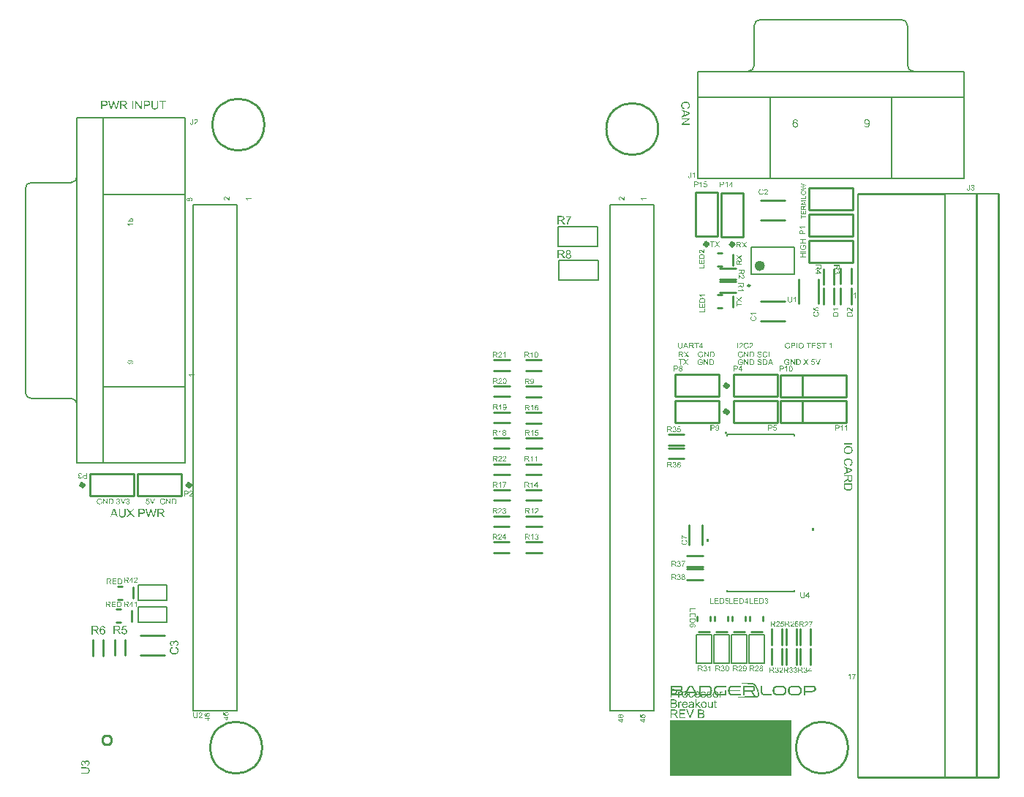
<source format=gto>
G04*
G04 #@! TF.GenerationSoftware,Altium Limited,Altium Designer,19.0.14 (431)*
G04*
G04 Layer_Color=65535*
%FSLAX25Y25*%
%MOIN*%
G70*
G01*
G75*
%ADD10C,0.01000*%
%ADD11C,0.01968*%
%ADD12C,0.00787*%
%ADD13C,0.02362*%
%ADD14C,0.00984*%
%ADD15C,0.00800*%
%ADD16C,0.00600*%
%ADD17R,0.55642X0.25500*%
G36*
X423000Y421750D02*
X422000D01*
Y423250D01*
X423000D01*
Y421750D01*
D02*
G37*
G36*
X375000Y416750D02*
X374000D01*
Y418250D01*
X375000D01*
Y416750D01*
D02*
G37*
G36*
X367032Y351243D02*
X367185D01*
Y351192D01*
X367338D01*
Y351141D01*
X367389D01*
Y351090D01*
X367491D01*
Y351039D01*
X367542D01*
Y350988D01*
X367593D01*
Y350938D01*
X367643D01*
Y350887D01*
X367694D01*
Y350836D01*
X367745D01*
Y350785D01*
X367796D01*
Y350734D01*
Y350683D01*
X367847D01*
Y350632D01*
X367898D01*
Y350581D01*
Y350530D01*
X367949D01*
Y350479D01*
Y350428D01*
X368000D01*
Y350377D01*
Y350326D01*
X368051D01*
Y350275D01*
Y350224D01*
X368102D01*
Y350173D01*
Y350123D01*
X368153D01*
Y350072D01*
Y350021D01*
X368204D01*
Y349970D01*
Y349919D01*
X368255D01*
Y349868D01*
Y349817D01*
X368306D01*
Y349766D01*
Y349715D01*
X368356D01*
Y349664D01*
Y349613D01*
X368407D01*
Y349562D01*
Y349512D01*
X368458D01*
Y349461D01*
Y349410D01*
X368509D01*
Y349359D01*
Y349308D01*
X368560D01*
Y349257D01*
Y349206D01*
X368611D01*
Y349155D01*
Y349104D01*
X368662D01*
Y349053D01*
Y349002D01*
X368713D01*
Y348951D01*
Y348900D01*
X368764D01*
Y348849D01*
Y348798D01*
X368815D01*
Y348747D01*
Y348697D01*
X368866D01*
Y348646D01*
Y348595D01*
X368917D01*
Y348544D01*
Y348493D01*
X368934D01*
X368994Y348531D01*
X369066Y348565D01*
X369144Y348598D01*
X369227Y348626D01*
X369316Y348653D01*
X369410Y348670D01*
X369510Y348681D01*
X369616Y348687D01*
X369671D01*
X369710Y348681D01*
X369754Y348676D01*
X369810Y348664D01*
X369871Y348653D01*
X369943Y348637D01*
X370010Y348620D01*
X370087Y348592D01*
X370160Y348565D01*
X370237Y348526D01*
X370315Y348481D01*
X370393Y348431D01*
X370465Y348370D01*
X370531Y348304D01*
X370537Y348298D01*
X370548Y348287D01*
X370565Y348265D01*
X370587Y348232D01*
X370597Y348217D01*
Y348238D01*
Y348289D01*
Y348340D01*
Y348391D01*
Y348442D01*
Y348493D01*
Y348544D01*
Y348595D01*
Y348646D01*
Y348697D01*
Y348747D01*
Y348798D01*
Y348849D01*
Y348900D01*
Y348951D01*
Y349002D01*
Y349053D01*
Y349104D01*
Y349155D01*
Y349206D01*
Y349257D01*
Y349308D01*
Y349359D01*
Y349410D01*
Y349461D01*
Y349512D01*
Y349562D01*
Y349613D01*
Y349664D01*
Y349715D01*
Y349766D01*
Y349817D01*
Y349868D01*
Y349919D01*
Y349970D01*
Y350021D01*
Y350072D01*
Y350123D01*
Y350173D01*
Y350224D01*
Y350275D01*
Y350326D01*
Y350377D01*
Y350428D01*
Y350479D01*
Y350530D01*
Y350581D01*
Y350632D01*
Y350683D01*
Y350734D01*
Y350785D01*
Y350836D01*
Y350887D01*
Y350938D01*
Y350988D01*
Y351039D01*
Y351090D01*
Y351141D01*
Y351192D01*
Y351243D01*
X374774D01*
Y351192D01*
X375028D01*
Y351141D01*
X375232D01*
Y351090D01*
X375334D01*
Y351039D01*
X375487D01*
Y350988D01*
X375538D01*
Y350938D01*
X375639D01*
Y350887D01*
X375690D01*
Y350836D01*
X375792D01*
Y350785D01*
X375843D01*
Y350734D01*
X375894D01*
Y350683D01*
X375945D01*
Y350632D01*
X375996D01*
Y350581D01*
Y350530D01*
X376047D01*
Y350479D01*
X376098D01*
Y350428D01*
Y350377D01*
X376149D01*
Y350326D01*
Y350275D01*
X376200D01*
Y350224D01*
Y350173D01*
Y350123D01*
X376251D01*
Y350072D01*
Y350021D01*
Y349970D01*
X376302D01*
Y349919D01*
Y349868D01*
Y349817D01*
Y349766D01*
X376352D01*
Y349715D01*
Y349664D01*
Y349613D01*
Y349562D01*
Y349512D01*
Y349461D01*
Y349410D01*
Y349359D01*
Y349308D01*
X376403D01*
Y349257D01*
Y349206D01*
Y349155D01*
Y349104D01*
Y349053D01*
Y349002D01*
Y348951D01*
Y348900D01*
Y348849D01*
Y348798D01*
Y348747D01*
Y348697D01*
X376352D01*
Y348646D01*
Y348595D01*
Y348544D01*
Y348493D01*
Y348442D01*
Y348391D01*
Y348340D01*
Y348289D01*
Y348238D01*
X376302D01*
Y348187D01*
Y348136D01*
Y348085D01*
Y348035D01*
X376251D01*
Y347984D01*
Y347933D01*
Y347882D01*
X376200D01*
Y347831D01*
Y347780D01*
Y347729D01*
X376149D01*
Y347678D01*
Y347627D01*
X376098D01*
Y347576D01*
Y347525D01*
X376047D01*
Y347474D01*
X375996D01*
Y347423D01*
Y347372D01*
X375945D01*
Y347322D01*
X375894D01*
Y347282D01*
X375915Y347271D01*
X375965Y347244D01*
X376015Y347210D01*
X376065Y347166D01*
X376115Y347116D01*
X376159Y347060D01*
X376165Y347055D01*
X376176Y347033D01*
X376198Y347000D01*
X376220Y346950D01*
X376237Y346888D01*
X376259Y346822D01*
X376270Y346744D01*
X376276Y346655D01*
Y346644D01*
Y346617D01*
X376270Y346572D01*
X376259Y346511D01*
X376242Y346445D01*
X376215Y346372D01*
X376181Y346289D01*
X376137Y346211D01*
X376131Y346200D01*
X376109Y346178D01*
X376081Y346139D01*
X376037Y346095D01*
X375976Y346045D01*
X375909Y345989D01*
X375832Y345939D01*
X375737Y345889D01*
X375732D01*
X375726Y345884D01*
X375693Y345873D01*
X375637Y345856D01*
X375565Y345834D01*
X375477Y345812D01*
X375377Y345795D01*
X375271Y345784D01*
X375149Y345778D01*
X375099D01*
X375060Y345784D01*
X375016D01*
X374960Y345790D01*
X374905Y345795D01*
X374844Y345806D01*
X374711Y345834D01*
X374572Y345873D01*
X374439Y345928D01*
X374378Y345962D01*
X374322Y346001D01*
X374317Y346006D01*
X374311Y346012D01*
X374278Y346045D01*
X374228Y346095D01*
X374172Y346172D01*
X374111Y346267D01*
X374050Y346378D01*
X374000Y346517D01*
X373961Y346672D01*
X374428Y346744D01*
Y346739D01*
Y346733D01*
X374439Y346700D01*
X374450Y346644D01*
X374472Y346583D01*
X374500Y346517D01*
X374533Y346445D01*
X374583Y346372D01*
X374644Y346311D01*
X374655Y346306D01*
X374677Y346289D01*
X374722Y346267D01*
X374777Y346239D01*
X374849Y346211D01*
X374933Y346189D01*
X375032Y346172D01*
X375149Y346167D01*
X375204D01*
X375260Y346172D01*
X375332Y346184D01*
X375410Y346200D01*
X375493Y346222D01*
X375565Y346250D01*
X375632Y346295D01*
X375637Y346300D01*
X375660Y346317D01*
X375682Y346345D01*
X375715Y346383D01*
X375743Y346428D01*
X375771Y346483D01*
X375787Y346539D01*
X375793Y346605D01*
Y346611D01*
Y346633D01*
X375787Y346661D01*
X375776Y346700D01*
X375760Y346739D01*
X375732Y346778D01*
X375698Y346822D01*
X375648Y346855D01*
X375643Y346861D01*
X375626Y346866D01*
X375599Y346883D01*
X375554Y346900D01*
X375488Y346922D01*
X375449Y346938D01*
X375404Y346950D01*
X375385Y346956D01*
Y346914D01*
X375232D01*
Y346863D01*
X375028D01*
Y346812D01*
X374774D01*
Y346761D01*
X373582D01*
X373584Y346744D01*
X373589Y346655D01*
Y346644D01*
Y346617D01*
X373584Y346572D01*
X373573Y346511D01*
X373556Y346445D01*
X373528Y346372D01*
X373495Y346289D01*
X373451Y346211D01*
X373445Y346200D01*
X373423Y346178D01*
X373395Y346139D01*
X373351Y346095D01*
X373290Y346045D01*
X373223Y345989D01*
X373145Y345939D01*
X373051Y345889D01*
X373046D01*
X373040Y345884D01*
X373007Y345873D01*
X372951Y345856D01*
X372879Y345834D01*
X372790Y345812D01*
X372690Y345795D01*
X372585Y345784D01*
X372463Y345778D01*
X372413D01*
X372374Y345784D01*
X372330D01*
X372274Y345790D01*
X372219Y345795D01*
X372158Y345806D01*
X372024Y345834D01*
X371886Y345873D01*
X371752Y345928D01*
X371691Y345962D01*
X371636Y346001D01*
X371630Y346006D01*
X371625Y346012D01*
X371591Y346045D01*
X371542Y346095D01*
X371486Y346172D01*
X371425Y346267D01*
X371364Y346378D01*
X371314Y346517D01*
X371275Y346672D01*
X371741Y346744D01*
Y346739D01*
Y346733D01*
X371752Y346700D01*
X371763Y346644D01*
X371786Y346583D01*
X371814Y346517D01*
X371847Y346445D01*
X371897Y346372D01*
X371958Y346311D01*
X371969Y346306D01*
X371991Y346289D01*
X372035Y346267D01*
X372091Y346239D01*
X372163Y346211D01*
X372246Y346189D01*
X372346Y346172D01*
X372463Y346167D01*
X372518D01*
X372574Y346172D01*
X372646Y346184D01*
X372724Y346200D01*
X372807Y346222D01*
X372879Y346250D01*
X372946Y346295D01*
X372951Y346300D01*
X372973Y346317D01*
X372996Y346345D01*
X373029Y346383D01*
X373057Y346428D01*
X373084Y346483D01*
X373101Y346539D01*
X373107Y346605D01*
Y346611D01*
Y346633D01*
X373101Y346661D01*
X373090Y346700D01*
X373073Y346739D01*
X373057Y346761D01*
X370597D01*
Y346812D01*
Y346863D01*
Y346914D01*
Y346965D01*
Y347016D01*
Y347067D01*
Y347111D01*
X369630D01*
Y347067D01*
X369681D01*
Y347016D01*
Y346965D01*
X369732D01*
Y346914D01*
Y346863D01*
X369782D01*
Y346812D01*
Y346761D01*
X369019D01*
Y346812D01*
X368968D01*
Y346863D01*
Y346914D01*
X368917D01*
Y346965D01*
Y347016D01*
X368866D01*
Y347067D01*
Y347111D01*
X368800D01*
Y347105D01*
Y347088D01*
X368805Y347066D01*
Y347033D01*
X368811Y346994D01*
X368822Y346950D01*
X368839Y346850D01*
X368872Y346739D01*
X368916Y346617D01*
X368977Y346505D01*
X369055Y346406D01*
X369061D01*
X369066Y346394D01*
X369099Y346367D01*
X369149Y346328D01*
X369216Y346289D01*
X369305Y346245D01*
X369405Y346206D01*
X369516Y346178D01*
X369577Y346172D01*
X369643Y346167D01*
X369688D01*
X369738Y346172D01*
X369799Y346184D01*
X369865Y346200D01*
X369943Y346222D01*
X370015Y346256D01*
X370087Y346300D01*
X370093Y346306D01*
X370121Y346328D01*
X370154Y346361D01*
X370193Y346406D01*
X370237Y346467D01*
X370287Y346544D01*
X370337Y346633D01*
X370382Y346739D01*
X370870Y346678D01*
Y346672D01*
X370864Y346661D01*
X370859Y346639D01*
X370848Y346605D01*
X370831Y346572D01*
X370814Y346528D01*
X370770Y346433D01*
X370715Y346328D01*
X370637Y346217D01*
X370548Y346111D01*
X370437Y346012D01*
X370431D01*
X370420Y346001D01*
X370404Y345989D01*
X370382Y345973D01*
X370348Y345956D01*
X370315Y345939D01*
X370271Y345917D01*
X370221Y345895D01*
X370165Y345873D01*
X370110Y345851D01*
X369971Y345817D01*
X369815Y345790D01*
X369643Y345778D01*
X369582D01*
X369544Y345784D01*
X369494Y345790D01*
X369432Y345801D01*
X369366Y345812D01*
X369294Y345823D01*
X369138Y345867D01*
X369055Y345901D01*
X368977Y345934D01*
X368894Y345978D01*
X368816Y346028D01*
X368744Y346084D01*
X368672Y346150D01*
X368667Y346156D01*
X368655Y346167D01*
X368639Y346189D01*
X368617Y346222D01*
X368589Y346261D01*
X368561Y346306D01*
X368528Y346361D01*
X368495Y346422D01*
X368461Y346494D01*
X368428Y346572D01*
X368400Y346661D01*
X368372Y346755D01*
X368350Y346855D01*
X368334Y346966D01*
X368322Y347083D01*
X368317Y347205D01*
Y347210D01*
Y347238D01*
Y347271D01*
X368322Y347321D01*
X368328Y347382D01*
X368334Y347449D01*
X368345Y347527D01*
X368361Y347604D01*
X368406Y347782D01*
X368433Y347871D01*
X368455Y347933D01*
X368407D01*
Y347984D01*
X367979D01*
X367989Y347960D01*
X368028Y347810D01*
X367568Y347738D01*
Y347743D01*
X367562Y347749D01*
X367557Y347782D01*
X367540Y347832D01*
X367512Y347893D01*
X367484Y347960D01*
X367470Y347984D01*
X366319D01*
X366308Y347965D01*
X366286Y347932D01*
X366269Y347893D01*
X366247Y347849D01*
X366225Y347793D01*
X366208Y347732D01*
X366186Y347666D01*
X366169Y347593D01*
X366158Y347516D01*
X366147Y347427D01*
X366136Y347333D01*
Y347233D01*
Y347227D01*
Y347210D01*
Y347177D01*
X366141Y347144D01*
Y347094D01*
X366147Y347044D01*
X366163Y346922D01*
X366186Y346789D01*
X366225Y346650D01*
X366274Y346528D01*
X366308Y346467D01*
X366347Y346417D01*
X366358Y346406D01*
X366386Y346378D01*
X366436Y346339D01*
X366496Y346295D01*
X366580Y346245D01*
X366674Y346206D01*
X366785Y346178D01*
X366846Y346172D01*
X366907Y346167D01*
X366918D01*
X366952Y346172D01*
X367007Y346178D01*
X367068Y346189D01*
X367140Y346206D01*
X367218Y346239D01*
X367296Y346278D01*
X367368Y346334D01*
X367379Y346339D01*
X367396Y346367D01*
X367429Y346406D01*
X367468Y346467D01*
X367507Y346539D01*
X367551Y346628D01*
X367584Y346739D01*
X367607Y346861D01*
X368073Y346800D01*
Y346794D01*
X368067Y346778D01*
X368062Y346755D01*
X368056Y346722D01*
X368045Y346678D01*
X368034Y346633D01*
X367995Y346522D01*
X367945Y346406D01*
X367873Y346278D01*
X367784Y346156D01*
X367734Y346100D01*
X367679Y346045D01*
X367673Y346039D01*
X367662Y346034D01*
X367645Y346023D01*
X367623Y346006D01*
X367595Y345984D01*
X367557Y345962D01*
X367512Y345939D01*
X367468Y345912D01*
X367357Y345862D01*
X367224Y345823D01*
X367079Y345790D01*
X366996Y345784D01*
X366913Y345778D01*
X366857D01*
X366818Y345784D01*
X366769Y345790D01*
X366713Y345801D01*
X366652Y345812D01*
X366585Y345823D01*
X366436Y345867D01*
X366363Y345901D01*
X366286Y345934D01*
X366208Y345978D01*
X366136Y346028D01*
X366064Y346084D01*
X365997Y346150D01*
X365991Y346156D01*
X365980Y346167D01*
X365964Y346189D01*
X365942Y346217D01*
X365919Y346256D01*
X365886Y346306D01*
X365858Y346361D01*
X365825Y346422D01*
X365792Y346494D01*
X365764Y346578D01*
X365731Y346661D01*
X365708Y346761D01*
X365686Y346861D01*
X365670Y346977D01*
X365658Y347094D01*
X365653Y347221D01*
Y347227D01*
Y347244D01*
Y347266D01*
Y347299D01*
X365658Y347338D01*
Y347382D01*
X365664Y347432D01*
X365670Y347488D01*
X365686Y347610D01*
X365714Y347743D01*
X365747Y347876D01*
X365788Y347984D01*
X365080D01*
X365087Y347971D01*
X365120Y347887D01*
X365154Y347804D01*
X365181Y347710D01*
X365203Y347610D01*
X365220Y347504D01*
X365231Y347393D01*
X365237Y347271D01*
Y347266D01*
Y347249D01*
Y347221D01*
Y347183D01*
X365231Y347138D01*
X365226Y347083D01*
Y347027D01*
X365214Y346966D01*
X365198Y346827D01*
X365165Y346689D01*
X365126Y346550D01*
X365070Y346422D01*
Y346417D01*
X365065Y346411D01*
X365054Y346394D01*
X365042Y346372D01*
X365004Y346317D01*
X364954Y346250D01*
X364887Y346172D01*
X364804Y346095D01*
X364709Y346017D01*
X364598Y345945D01*
X364593D01*
X364587Y345939D01*
X364571Y345928D01*
X364543Y345917D01*
X364515Y345906D01*
X364482Y345895D01*
X364399Y345862D01*
X364304Y345834D01*
X364188Y345806D01*
X364066Y345784D01*
X363932Y345778D01*
X363877D01*
X363832Y345784D01*
X363783Y345790D01*
X363727Y345801D01*
X363661Y345812D01*
X363594Y345823D01*
X363444Y345867D01*
X363361Y345901D01*
X363283Y345934D01*
X363205Y345978D01*
X363128Y346028D01*
X363055Y346084D01*
X362983Y346150D01*
X362978Y346156D01*
X362967Y346167D01*
X362950Y346189D01*
X362928Y346222D01*
X362900Y346261D01*
X362872Y346306D01*
X362839Y346361D01*
X362806Y346428D01*
X362772Y346500D01*
X362739Y346583D01*
X362712Y346672D01*
X362684Y346766D01*
X362662Y346872D01*
X362645Y346983D01*
X362642Y347016D01*
X362550D01*
Y346965D01*
X362449D01*
Y346914D01*
X362347D01*
Y346863D01*
X362194D01*
Y346812D01*
X361939D01*
Y346761D01*
X361485D01*
Y345840D01*
X361013D01*
Y346761D01*
X358011D01*
Y345840D01*
X357500D01*
Y349680D01*
X357508D01*
Y349715D01*
Y349766D01*
Y349817D01*
Y349868D01*
Y349919D01*
Y349970D01*
Y350021D01*
Y350072D01*
Y350123D01*
Y350173D01*
Y350224D01*
Y350275D01*
Y350326D01*
Y350377D01*
Y350428D01*
Y350479D01*
Y350530D01*
Y350581D01*
Y350632D01*
Y350683D01*
Y350734D01*
Y350785D01*
Y350836D01*
Y350887D01*
Y350938D01*
Y350988D01*
Y351039D01*
Y351090D01*
Y351141D01*
Y351192D01*
Y351243D01*
X361838D01*
Y351192D01*
X362092D01*
Y351141D01*
X362245D01*
Y351090D01*
X362398D01*
Y351039D01*
X362500D01*
Y350988D01*
X362550D01*
Y350938D01*
X362652D01*
Y350887D01*
X362703D01*
Y350836D01*
X362754D01*
Y350785D01*
X362805D01*
Y350734D01*
Y350683D01*
X362856D01*
Y350632D01*
Y350581D01*
X362907D01*
Y350530D01*
Y350479D01*
X362958D01*
Y350428D01*
Y350377D01*
Y350326D01*
Y350275D01*
X363009D01*
Y350224D01*
Y350173D01*
Y350123D01*
Y350072D01*
Y350021D01*
Y349970D01*
Y349919D01*
Y349868D01*
X362958D01*
Y349817D01*
Y349766D01*
Y349715D01*
Y349664D01*
X362907D01*
Y349613D01*
Y349562D01*
X362856D01*
Y349512D01*
Y349461D01*
X362805D01*
Y349410D01*
X362754D01*
Y349359D01*
X362703D01*
Y349308D01*
X362652D01*
Y349257D01*
X362601D01*
Y349206D01*
X362500D01*
Y349155D01*
X362449D01*
Y349104D01*
X362296D01*
Y349053D01*
Y349002D01*
X362449D01*
Y348951D01*
X362550D01*
Y348900D01*
X362652D01*
Y348849D01*
X362703D01*
Y348798D01*
X362805D01*
Y348747D01*
X362856D01*
Y348697D01*
X362907D01*
Y348646D01*
Y348595D01*
X362958D01*
Y348544D01*
X363009D01*
Y348493D01*
Y348442D01*
X363060D01*
Y348391D01*
Y348380D01*
X363061Y348381D01*
X363072Y348387D01*
X363094Y348404D01*
X363122Y348426D01*
X363156Y348448D01*
X363200Y348476D01*
X363244Y348503D01*
X363300Y348531D01*
X363361Y348559D01*
X363427Y348587D01*
X363577Y348637D01*
X363749Y348676D01*
X363838Y348681D01*
X363932Y348687D01*
X363988D01*
X364027Y348681D01*
X364077Y348676D01*
X364132Y348664D01*
X364193Y348653D01*
X364265Y348642D01*
X364415Y348592D01*
X364435Y348585D01*
Y348595D01*
Y348646D01*
X364486D01*
Y348697D01*
Y348747D01*
X364537D01*
Y348798D01*
Y348849D01*
X364588D01*
Y348900D01*
Y348951D01*
X364639D01*
Y349002D01*
Y349053D01*
X364690D01*
Y349104D01*
Y349155D01*
X364740D01*
Y349206D01*
Y349257D01*
X364791D01*
Y349308D01*
Y349359D01*
X364842D01*
Y349410D01*
Y349461D01*
X364893D01*
Y349512D01*
Y349562D01*
X364944D01*
Y349613D01*
Y349664D01*
X364995D01*
Y349715D01*
Y349766D01*
X365046D01*
Y349817D01*
Y349868D01*
X365097D01*
Y349919D01*
Y349970D01*
X365148D01*
Y350021D01*
Y350072D01*
X365199D01*
Y350123D01*
Y350173D01*
X365250D01*
Y350224D01*
Y350275D01*
X365301D01*
Y350326D01*
Y350377D01*
X365352D01*
Y350428D01*
Y350479D01*
X365403D01*
Y350530D01*
Y350581D01*
X365454D01*
Y350632D01*
X365505D01*
Y350683D01*
Y350734D01*
X365555D01*
Y350785D01*
X365606D01*
Y350836D01*
X365657D01*
Y350887D01*
Y350938D01*
X365708D01*
Y350988D01*
X365759D01*
Y351039D01*
X365861D01*
Y351090D01*
X365912D01*
Y351141D01*
X366014D01*
Y351192D01*
X366116D01*
Y351243D01*
X366268D01*
Y351294D01*
X367032D01*
Y351243D01*
D02*
G37*
G36*
X422444Y351192D02*
X422698D01*
Y351141D01*
X422851D01*
Y351090D01*
X423004D01*
Y351039D01*
X423055D01*
Y350988D01*
X423157D01*
Y350938D01*
X423208D01*
Y350887D01*
X423310D01*
Y350836D01*
X423360D01*
Y350785D01*
X423411D01*
Y350734D01*
X423462D01*
Y350683D01*
Y350632D01*
X423513D01*
Y350581D01*
X423564D01*
Y350530D01*
Y350479D01*
X423615D01*
Y350428D01*
Y350377D01*
X423666D01*
Y350326D01*
Y350275D01*
X423717D01*
Y350224D01*
Y350173D01*
Y350123D01*
Y350072D01*
Y350021D01*
X423768D01*
Y349970D01*
Y349919D01*
Y349868D01*
Y349817D01*
Y349766D01*
Y349715D01*
Y349664D01*
Y349613D01*
Y349562D01*
X423717D01*
Y349512D01*
Y349461D01*
Y349410D01*
Y349359D01*
Y349308D01*
X423666D01*
Y349257D01*
Y349206D01*
Y349155D01*
X423615D01*
Y349104D01*
Y349053D01*
X423564D01*
Y349002D01*
X423513D01*
Y348951D01*
Y348900D01*
X423462D01*
Y348849D01*
X423411D01*
Y348798D01*
X423360D01*
Y348747D01*
X423310D01*
Y348697D01*
X423258D01*
Y348646D01*
X423208D01*
Y348595D01*
X423106D01*
Y348544D01*
X423004D01*
Y348493D01*
X422902D01*
Y348442D01*
X422800D01*
Y348391D01*
X422597D01*
Y348340D01*
X422189D01*
Y348289D01*
X418929D01*
Y348238D01*
Y348187D01*
Y348136D01*
Y348085D01*
Y348035D01*
Y347984D01*
Y347933D01*
Y347882D01*
Y347831D01*
Y347780D01*
Y347729D01*
Y347678D01*
Y347627D01*
Y347576D01*
Y347525D01*
Y347474D01*
Y347423D01*
Y347372D01*
Y347322D01*
Y347271D01*
Y347220D01*
Y347169D01*
Y347118D01*
Y347067D01*
Y347016D01*
Y346965D01*
Y346914D01*
Y346863D01*
Y346812D01*
Y346761D01*
X418217D01*
Y346812D01*
Y346863D01*
Y346914D01*
Y346965D01*
Y347016D01*
Y347067D01*
Y347118D01*
Y347169D01*
Y347220D01*
Y347271D01*
Y347322D01*
Y347372D01*
Y347423D01*
Y347474D01*
Y347525D01*
Y347576D01*
Y347627D01*
Y347678D01*
Y347729D01*
Y347780D01*
Y347831D01*
Y347882D01*
Y347933D01*
Y347984D01*
Y348035D01*
Y348085D01*
Y348136D01*
Y348187D01*
Y348238D01*
Y348289D01*
Y348340D01*
Y348391D01*
Y348442D01*
Y348493D01*
Y348544D01*
Y348595D01*
Y348646D01*
Y348697D01*
Y348747D01*
Y348798D01*
Y348849D01*
Y348900D01*
Y348951D01*
Y349002D01*
Y349053D01*
Y349104D01*
Y349155D01*
Y349206D01*
Y349257D01*
Y349308D01*
Y349359D01*
Y349410D01*
Y349461D01*
Y349512D01*
Y349562D01*
Y349613D01*
Y349664D01*
Y349715D01*
Y349766D01*
Y349817D01*
Y349868D01*
Y349919D01*
Y349970D01*
Y350021D01*
Y350072D01*
Y350123D01*
Y350173D01*
Y350224D01*
Y350275D01*
Y350326D01*
Y350377D01*
Y350428D01*
Y350479D01*
Y350530D01*
Y350581D01*
Y350632D01*
Y350683D01*
Y350734D01*
Y350785D01*
Y350836D01*
Y350887D01*
Y350938D01*
Y350988D01*
Y351039D01*
Y351090D01*
Y351141D01*
Y351192D01*
Y351243D01*
X422444D01*
Y351192D01*
D02*
G37*
G36*
X399271D02*
Y351141D01*
Y351090D01*
Y351039D01*
Y350988D01*
Y350938D01*
Y350887D01*
Y350836D01*
Y350785D01*
Y350734D01*
Y350683D01*
Y350632D01*
Y350581D01*
Y350530D01*
Y350479D01*
Y350428D01*
Y350377D01*
Y350326D01*
Y350275D01*
Y350224D01*
Y350173D01*
Y350123D01*
Y350072D01*
Y350021D01*
Y349970D01*
Y349919D01*
Y349868D01*
Y349817D01*
Y349766D01*
Y349715D01*
Y349664D01*
Y349613D01*
Y349562D01*
Y349512D01*
Y349461D01*
Y349410D01*
Y349359D01*
Y349308D01*
Y349257D01*
Y349206D01*
Y349155D01*
Y349104D01*
Y349053D01*
Y349002D01*
Y348951D01*
Y348900D01*
Y348849D01*
Y348798D01*
Y348747D01*
Y348697D01*
Y348646D01*
Y348595D01*
Y348544D01*
Y348493D01*
Y348442D01*
Y348391D01*
Y348340D01*
Y348289D01*
Y348238D01*
X399322D01*
Y348187D01*
Y348136D01*
Y348085D01*
Y348035D01*
X399373D01*
Y347984D01*
Y347933D01*
X399424D01*
Y347882D01*
Y347831D01*
X399474D01*
Y347780D01*
X399525D01*
Y347729D01*
X399576D01*
Y347678D01*
X399678D01*
Y347627D01*
X399780D01*
Y347576D01*
X399933D01*
Y347525D01*
X400137D01*
Y347474D01*
X403651D01*
Y347423D01*
Y347372D01*
Y347322D01*
Y347271D01*
Y347220D01*
Y347169D01*
Y347118D01*
Y347067D01*
Y347016D01*
Y346965D01*
Y346914D01*
Y346863D01*
Y346812D01*
Y346761D01*
X400137D01*
Y346812D01*
X399780D01*
Y346863D01*
X399627D01*
Y346914D01*
X399474D01*
Y346965D01*
X399373D01*
Y347016D01*
X399271D01*
Y347067D01*
X399169D01*
Y347118D01*
X399118D01*
Y347169D01*
X399016D01*
Y347220D01*
X398965D01*
Y347271D01*
X398914D01*
Y347322D01*
Y347372D01*
X398863D01*
Y347423D01*
X398812D01*
Y347474D01*
X398761D01*
Y347525D01*
Y347576D01*
X398710D01*
Y347627D01*
Y347678D01*
X398660D01*
Y347729D01*
Y347780D01*
Y347831D01*
X398609D01*
Y347882D01*
Y347933D01*
Y347984D01*
Y348035D01*
Y348085D01*
X398558D01*
Y348136D01*
Y348187D01*
Y348238D01*
Y348289D01*
Y348340D01*
Y348391D01*
Y348442D01*
Y348493D01*
Y348544D01*
Y348595D01*
Y348646D01*
Y348697D01*
Y348747D01*
Y348798D01*
Y348849D01*
Y348900D01*
Y348951D01*
Y349002D01*
Y349053D01*
Y349104D01*
Y349155D01*
Y349206D01*
Y349257D01*
Y349308D01*
Y349359D01*
Y349410D01*
Y349461D01*
Y349512D01*
Y349562D01*
Y349613D01*
Y349664D01*
Y349715D01*
Y349766D01*
Y349817D01*
Y349868D01*
Y349919D01*
Y349970D01*
Y350021D01*
Y350072D01*
Y350123D01*
Y350173D01*
Y350224D01*
Y350275D01*
Y350326D01*
Y350377D01*
Y350428D01*
Y350479D01*
Y350530D01*
Y350581D01*
Y350632D01*
Y350683D01*
Y350734D01*
Y350785D01*
Y350836D01*
Y350887D01*
Y350938D01*
Y350988D01*
Y351039D01*
Y351090D01*
Y351141D01*
Y351192D01*
Y351243D01*
X399271D01*
Y351192D01*
D02*
G37*
G36*
X389390D02*
Y351141D01*
Y351090D01*
Y351039D01*
Y350988D01*
Y350938D01*
Y350887D01*
Y350836D01*
Y350785D01*
Y350734D01*
Y350683D01*
Y350632D01*
Y350581D01*
X385723D01*
Y350530D01*
X385316D01*
Y350479D01*
X385163D01*
Y350428D01*
X385011D01*
Y350377D01*
X384909D01*
Y350326D01*
X384858D01*
Y350275D01*
X384807D01*
Y350224D01*
X384756D01*
Y350173D01*
X384705D01*
Y350123D01*
X384654D01*
Y350072D01*
X384603D01*
Y350021D01*
Y349970D01*
X384552D01*
Y349919D01*
Y349868D01*
Y349817D01*
X384501D01*
Y349766D01*
Y349715D01*
Y349664D01*
X384450D01*
Y349613D01*
Y349562D01*
Y349512D01*
Y349461D01*
Y349410D01*
Y349359D01*
Y349308D01*
X389288D01*
Y349257D01*
Y349206D01*
Y349155D01*
Y349104D01*
Y349053D01*
Y349002D01*
Y348951D01*
Y348900D01*
Y348849D01*
Y348798D01*
Y348747D01*
Y348697D01*
X384450D01*
Y348646D01*
Y348595D01*
Y348544D01*
Y348493D01*
Y348442D01*
Y348391D01*
Y348340D01*
X384501D01*
Y348289D01*
Y348238D01*
Y348187D01*
X384552D01*
Y348136D01*
Y348085D01*
Y348035D01*
X384603D01*
Y347984D01*
Y347933D01*
X384654D01*
Y347882D01*
X384705D01*
Y347831D01*
X384756D01*
Y347780D01*
X384807D01*
Y347729D01*
X384858D01*
Y347678D01*
X384909D01*
Y347627D01*
X385011D01*
Y347576D01*
X385163D01*
Y347525D01*
X385316D01*
Y347474D01*
X389339D01*
Y347423D01*
X389390D01*
Y347372D01*
Y347322D01*
Y347271D01*
Y347220D01*
Y347169D01*
Y347118D01*
Y347067D01*
Y347016D01*
Y346965D01*
Y346914D01*
Y346863D01*
Y346812D01*
Y346761D01*
X385316D01*
Y346812D01*
X385061D01*
Y346863D01*
X384858D01*
Y346914D01*
X384705D01*
Y346965D01*
X384603D01*
Y347016D01*
X384501D01*
Y347067D01*
X384450D01*
Y347118D01*
X384348D01*
Y347169D01*
X384297D01*
Y347220D01*
X384246D01*
Y347271D01*
X384196D01*
Y347322D01*
X384145D01*
Y347372D01*
X384094D01*
Y347423D01*
Y347474D01*
X384043D01*
Y347525D01*
X383992D01*
Y347576D01*
Y347627D01*
X383941D01*
Y347678D01*
Y347729D01*
X383890D01*
Y347780D01*
Y347831D01*
X383839D01*
Y347882D01*
Y347933D01*
Y347984D01*
X383788D01*
Y348035D01*
Y348085D01*
Y348136D01*
Y348187D01*
Y348238D01*
X383737D01*
Y348289D01*
Y348340D01*
Y348391D01*
Y348442D01*
Y348493D01*
Y348544D01*
Y348595D01*
X383686D01*
Y348646D01*
Y348697D01*
Y348747D01*
Y348798D01*
Y348849D01*
Y348900D01*
Y348951D01*
Y349002D01*
Y349053D01*
Y349104D01*
Y349155D01*
Y349206D01*
Y349257D01*
Y349308D01*
Y349359D01*
Y349410D01*
X383737D01*
Y349461D01*
Y349512D01*
Y349562D01*
Y349613D01*
Y349664D01*
Y349715D01*
Y349766D01*
X383788D01*
Y349817D01*
Y349868D01*
Y349919D01*
Y349970D01*
Y350021D01*
X383839D01*
Y350072D01*
Y350123D01*
Y350173D01*
X383890D01*
Y350224D01*
Y350275D01*
X383941D01*
Y350326D01*
Y350377D01*
X383992D01*
Y350428D01*
Y350479D01*
X384043D01*
Y350530D01*
X384094D01*
Y350581D01*
Y350632D01*
X384145D01*
Y350683D01*
X384196D01*
Y350734D01*
X384246D01*
Y350785D01*
X384297D01*
Y350836D01*
X384348D01*
Y350887D01*
X384450D01*
Y350938D01*
X384501D01*
Y350988D01*
X384603D01*
Y351039D01*
X384705D01*
Y351090D01*
X384858D01*
Y351141D01*
X385061D01*
Y351192D01*
X385316D01*
Y351243D01*
X389390D01*
Y351192D01*
D02*
G37*
G36*
X415008Y351243D02*
X415365D01*
Y351192D01*
X415619D01*
Y351141D01*
X415823D01*
Y351090D01*
X415976D01*
Y351039D01*
X416078D01*
Y350988D01*
X416230D01*
Y350938D01*
X416332D01*
Y350887D01*
X416383D01*
Y350836D01*
X416485D01*
Y350785D01*
X416536D01*
Y350734D01*
X416587D01*
Y350683D01*
X416689D01*
Y350632D01*
X416740D01*
Y350581D01*
Y350530D01*
X416790D01*
Y350479D01*
X416841D01*
Y350428D01*
X416892D01*
Y350377D01*
Y350326D01*
X416943D01*
Y350275D01*
X416994D01*
Y350224D01*
Y350173D01*
X417045D01*
Y350123D01*
Y350072D01*
Y350021D01*
X417096D01*
Y349970D01*
Y349919D01*
Y349868D01*
X417147D01*
Y349817D01*
Y349766D01*
Y349715D01*
Y349664D01*
X417198D01*
Y349613D01*
Y349562D01*
Y349512D01*
Y349461D01*
Y349410D01*
Y349359D01*
Y349308D01*
X417249D01*
Y349257D01*
Y349206D01*
Y349155D01*
Y349104D01*
Y349053D01*
Y349002D01*
Y348951D01*
Y348900D01*
Y348849D01*
Y348798D01*
Y348747D01*
Y348697D01*
X417198D01*
Y348646D01*
Y348595D01*
Y348544D01*
Y348493D01*
Y348442D01*
Y348391D01*
Y348340D01*
X417147D01*
Y348289D01*
Y348238D01*
Y348187D01*
Y348136D01*
Y348085D01*
X417096D01*
Y348035D01*
Y347984D01*
X417045D01*
Y347933D01*
Y347882D01*
Y347831D01*
X416994D01*
Y347780D01*
Y347729D01*
X416943D01*
Y347678D01*
X416892D01*
Y347627D01*
Y347576D01*
X416841D01*
Y347525D01*
X416790D01*
Y347474D01*
Y347423D01*
X416740D01*
Y347372D01*
X416689D01*
Y347322D01*
X416638D01*
Y347271D01*
X416536D01*
Y347220D01*
X416485D01*
Y347169D01*
X416383D01*
Y347118D01*
X416332D01*
Y347067D01*
X416230D01*
Y347016D01*
X416128D01*
Y346965D01*
X415976D01*
Y346914D01*
X415823D01*
Y346863D01*
X415670D01*
Y346812D01*
X415415D01*
Y346761D01*
X415059D01*
Y346710D01*
X413174D01*
Y346761D01*
X412818D01*
Y346812D01*
X412563D01*
Y346863D01*
X412410D01*
Y346914D01*
X412258D01*
Y346965D01*
X412105D01*
Y347016D01*
X412003D01*
Y347067D01*
X411901D01*
Y347118D01*
X411850D01*
Y347169D01*
X411749D01*
Y347220D01*
X411697D01*
Y347271D01*
X411596D01*
Y347322D01*
X411545D01*
Y347372D01*
X411494D01*
Y347423D01*
X411443D01*
Y347474D01*
Y347525D01*
X411392D01*
Y347576D01*
X411341D01*
Y347627D01*
X411290D01*
Y347678D01*
Y347729D01*
X411239D01*
Y347780D01*
Y347831D01*
X411188D01*
Y347882D01*
Y347933D01*
X411137D01*
Y347984D01*
Y348035D01*
Y348085D01*
X411086D01*
Y348136D01*
Y348187D01*
Y348238D01*
Y348289D01*
X411035D01*
Y348340D01*
Y348391D01*
Y348442D01*
Y348493D01*
Y348544D01*
Y348595D01*
Y348646D01*
Y348697D01*
X410985D01*
Y348747D01*
Y348798D01*
Y348849D01*
Y348900D01*
Y348951D01*
Y349002D01*
Y349053D01*
Y349104D01*
Y349155D01*
Y349206D01*
Y349257D01*
Y349308D01*
X411035D01*
Y349359D01*
Y349410D01*
Y349461D01*
Y349512D01*
Y349562D01*
Y349613D01*
Y349664D01*
Y349715D01*
X411086D01*
Y349766D01*
Y349817D01*
Y349868D01*
Y349919D01*
X411137D01*
Y349970D01*
Y350021D01*
X411188D01*
Y350072D01*
Y350123D01*
Y350173D01*
X411239D01*
Y350224D01*
Y350275D01*
X411290D01*
Y350326D01*
X411341D01*
Y350377D01*
Y350428D01*
X411392D01*
Y350479D01*
X411443D01*
Y350530D01*
Y350581D01*
X411494D01*
Y350632D01*
X411545D01*
Y350683D01*
X411647D01*
Y350734D01*
X411697D01*
Y350785D01*
X411749D01*
Y350836D01*
X411850D01*
Y350887D01*
X411901D01*
Y350938D01*
X412003D01*
Y350988D01*
X412105D01*
Y351039D01*
X412258D01*
Y351090D01*
X412410D01*
Y351141D01*
X412614D01*
Y351192D01*
X412869D01*
Y351243D01*
X413225D01*
Y351294D01*
X415008D01*
Y351243D01*
D02*
G37*
G36*
X407980D02*
X408387D01*
Y351192D01*
X408642D01*
Y351141D01*
X408846D01*
Y351090D01*
X408998D01*
Y351039D01*
X409100D01*
Y350988D01*
X409253D01*
Y350938D01*
X409304D01*
Y350887D01*
X409406D01*
Y350836D01*
X409508D01*
Y350785D01*
X409558D01*
Y350734D01*
X409609D01*
Y350683D01*
X409660D01*
Y350632D01*
X409711D01*
Y350581D01*
X409762D01*
Y350530D01*
X409813D01*
Y350479D01*
X409864D01*
Y350428D01*
X409915D01*
Y350377D01*
Y350326D01*
X409966D01*
Y350275D01*
X410017D01*
Y350224D01*
Y350173D01*
X410068D01*
Y350123D01*
Y350072D01*
Y350021D01*
X410119D01*
Y349970D01*
Y349919D01*
Y349868D01*
X410170D01*
Y349817D01*
Y349766D01*
Y349715D01*
Y349664D01*
X410221D01*
Y349613D01*
Y349562D01*
Y349512D01*
Y349461D01*
Y349410D01*
Y349359D01*
Y349308D01*
Y349257D01*
Y349206D01*
X410272D01*
Y349155D01*
Y349104D01*
Y349053D01*
Y349002D01*
Y348951D01*
Y348900D01*
Y348849D01*
Y348798D01*
X410221D01*
Y348747D01*
Y348697D01*
Y348646D01*
Y348595D01*
Y348544D01*
Y348493D01*
Y348442D01*
Y348391D01*
Y348340D01*
X410170D01*
Y348289D01*
Y348238D01*
Y348187D01*
Y348136D01*
X410119D01*
Y348085D01*
Y348035D01*
Y347984D01*
X410068D01*
Y347933D01*
Y347882D01*
Y347831D01*
X410017D01*
Y347780D01*
Y347729D01*
X409966D01*
Y347678D01*
X409915D01*
Y347627D01*
Y347576D01*
X409864D01*
Y347525D01*
X409813D01*
Y347474D01*
X409762D01*
Y347423D01*
Y347372D01*
X409711D01*
Y347322D01*
X409609D01*
Y347271D01*
X409558D01*
Y347220D01*
X409508D01*
Y347169D01*
X409406D01*
Y347118D01*
X409355D01*
Y347067D01*
X409253D01*
Y347016D01*
X409151D01*
Y346965D01*
X408998D01*
Y346914D01*
X408846D01*
Y346863D01*
X408642D01*
Y346812D01*
X408438D01*
Y346761D01*
X408081D01*
Y346710D01*
X406197D01*
Y346761D01*
X405841D01*
Y346812D01*
X405586D01*
Y346863D01*
X405433D01*
Y346914D01*
X405280D01*
Y346965D01*
X405128D01*
Y347016D01*
X405026D01*
Y347067D01*
X404924D01*
Y347118D01*
X404822D01*
Y347169D01*
X404771D01*
Y347220D01*
X404720D01*
Y347271D01*
X404618D01*
Y347322D01*
X404567D01*
Y347372D01*
X404517D01*
Y347423D01*
X404465D01*
Y347474D01*
X404415D01*
Y347525D01*
Y347576D01*
X404364D01*
Y347627D01*
X404313D01*
Y347678D01*
Y347729D01*
X404262D01*
Y347780D01*
Y347831D01*
X404211D01*
Y347882D01*
Y347933D01*
X404160D01*
Y347984D01*
Y348035D01*
Y348085D01*
X404109D01*
Y348136D01*
Y348187D01*
Y348238D01*
Y348289D01*
X404058D01*
Y348340D01*
Y348391D01*
Y348442D01*
Y348493D01*
Y348544D01*
Y348595D01*
X404007D01*
Y348646D01*
Y348697D01*
Y348747D01*
Y348798D01*
Y348849D01*
Y348900D01*
Y348951D01*
Y349002D01*
Y349053D01*
Y349104D01*
Y349155D01*
Y349206D01*
Y349257D01*
Y349308D01*
Y349359D01*
Y349410D01*
X404058D01*
Y349461D01*
Y349512D01*
Y349562D01*
Y349613D01*
Y349664D01*
Y349715D01*
X404109D01*
Y349766D01*
Y349817D01*
Y349868D01*
Y349919D01*
X404160D01*
Y349970D01*
Y350021D01*
Y350072D01*
X404211D01*
Y350123D01*
Y350173D01*
X404262D01*
Y350224D01*
Y350275D01*
X404313D01*
Y350326D01*
Y350377D01*
X404364D01*
Y350428D01*
X404415D01*
Y350479D01*
X404465D01*
Y350530D01*
Y350581D01*
X404517D01*
Y350632D01*
X404567D01*
Y350683D01*
X404618D01*
Y350734D01*
X404720D01*
Y350785D01*
X404771D01*
Y350836D01*
X404873D01*
Y350887D01*
X404924D01*
Y350938D01*
X405026D01*
Y350988D01*
X405128D01*
Y351039D01*
X405280D01*
Y351090D01*
X405433D01*
Y351141D01*
X405637D01*
Y351192D01*
X405892D01*
Y351243D01*
X406248D01*
Y351294D01*
X407980D01*
Y351243D01*
D02*
G37*
G36*
X394993Y352465D02*
X395145D01*
Y352414D01*
X395247D01*
Y352363D01*
X395349D01*
Y352313D01*
X395451D01*
Y352262D01*
X395502D01*
Y352211D01*
X395604D01*
Y352160D01*
X395655D01*
Y352109D01*
X395706D01*
Y352058D01*
X395808D01*
Y352007D01*
X395858D01*
Y351956D01*
X395909D01*
Y351905D01*
X395960D01*
Y351854D01*
X396011D01*
Y351803D01*
X396062D01*
Y351752D01*
X396113D01*
Y351701D01*
X396164D01*
Y351651D01*
Y351600D01*
X396215D01*
Y351549D01*
X396266D01*
Y351498D01*
X396317D01*
Y351447D01*
X396368D01*
Y351396D01*
Y351345D01*
X396419D01*
Y351294D01*
X396470D01*
Y351243D01*
X396520D01*
Y351192D01*
Y351141D01*
X396571D01*
Y351090D01*
X396622D01*
Y351039D01*
Y350988D01*
X396673D01*
Y350938D01*
Y350887D01*
X396724D01*
Y350836D01*
X396775D01*
Y350785D01*
Y350734D01*
X396826D01*
Y350683D01*
Y350632D01*
X396877D01*
Y350581D01*
X396928D01*
Y350530D01*
Y350479D01*
X396979D01*
Y350428D01*
Y350377D01*
X397030D01*
Y350326D01*
Y350275D01*
X397081D01*
Y350224D01*
Y350173D01*
X397132D01*
Y350123D01*
Y350072D01*
Y350021D01*
X397183D01*
Y349970D01*
Y349919D01*
X397234D01*
Y349868D01*
Y349817D01*
X397285D01*
Y349766D01*
Y349715D01*
Y349664D01*
X397335D01*
Y349613D01*
Y349562D01*
X397386D01*
Y349512D01*
Y349461D01*
Y349410D01*
X397437D01*
Y349359D01*
Y349308D01*
Y349257D01*
X397488D01*
Y349206D01*
Y349155D01*
Y349104D01*
X397539D01*
Y349053D01*
Y349002D01*
Y348951D01*
X397590D01*
Y348900D01*
Y348849D01*
Y348798D01*
Y348747D01*
X397641D01*
Y348697D01*
Y348646D01*
Y348595D01*
Y348544D01*
X397692D01*
Y348493D01*
Y348442D01*
Y348391D01*
Y348340D01*
Y348289D01*
X397743D01*
Y348238D01*
Y348187D01*
Y348136D01*
Y348085D01*
Y348035D01*
Y347984D01*
Y347933D01*
X397794D01*
Y347882D01*
Y347831D01*
Y347780D01*
Y347729D01*
Y347678D01*
Y347627D01*
Y347576D01*
Y347525D01*
Y347474D01*
Y347423D01*
Y347372D01*
Y347322D01*
Y347271D01*
Y347220D01*
Y347169D01*
Y347118D01*
Y347067D01*
Y347016D01*
Y346965D01*
Y346914D01*
X397743D01*
Y346863D01*
Y346812D01*
Y346761D01*
Y346710D01*
Y346659D01*
X397692D01*
Y346608D01*
Y346557D01*
Y346507D01*
X397641D01*
Y346456D01*
Y346405D01*
Y346354D01*
X397590D01*
Y346303D01*
X397539D01*
Y346252D01*
Y346201D01*
X397488D01*
Y346150D01*
X397437D01*
Y346099D01*
Y346048D01*
X397386D01*
Y345997D01*
X397285D01*
Y345946D01*
X397234D01*
Y345896D01*
X397132D01*
Y345845D01*
X396979D01*
Y345794D01*
X395655D01*
Y345845D01*
X393210D01*
Y345896D01*
X390766D01*
Y345946D01*
X388321D01*
Y345997D01*
X387455D01*
Y346048D01*
Y346099D01*
Y346150D01*
Y346201D01*
Y346252D01*
X388627D01*
Y346303D01*
X391071D01*
Y346354D01*
X393516D01*
Y346405D01*
X395502D01*
Y346456D01*
Y346507D01*
X395451D01*
Y346557D01*
X395400D01*
Y346608D01*
X395349D01*
Y346659D01*
X395298D01*
Y346710D01*
Y346761D01*
X395247D01*
Y346812D01*
X395196D01*
Y346863D01*
X395145D01*
Y346914D01*
X395094D01*
Y346965D01*
Y347016D01*
X395044D01*
Y347067D01*
X394993D01*
Y347118D01*
Y347169D01*
X394942D01*
Y347220D01*
X394891D01*
Y347271D01*
Y347322D01*
X394840D01*
Y347372D01*
X394789D01*
Y347423D01*
Y347474D01*
X394738D01*
Y347525D01*
X394687D01*
Y347576D01*
Y347627D01*
X394636D01*
Y347678D01*
Y347729D01*
X394585D01*
Y347780D01*
Y347831D01*
X394534D01*
Y347882D01*
Y347933D01*
X394483D01*
Y347984D01*
Y348035D01*
X394432D01*
Y348085D01*
Y348136D01*
X394381D01*
Y348187D01*
Y348238D01*
X394331D01*
Y348289D01*
Y348340D01*
X391224D01*
Y348289D01*
X391173D01*
Y348238D01*
Y348187D01*
Y348136D01*
Y348085D01*
Y348035D01*
Y347984D01*
Y347933D01*
Y347882D01*
Y347831D01*
Y347780D01*
Y347729D01*
Y347678D01*
Y347627D01*
Y347576D01*
Y347525D01*
Y347474D01*
Y347423D01*
Y347372D01*
Y347322D01*
Y347271D01*
Y347220D01*
Y347169D01*
Y347118D01*
Y347067D01*
Y347016D01*
Y346965D01*
Y346914D01*
Y346863D01*
Y346812D01*
Y346761D01*
X390460D01*
Y346812D01*
Y346863D01*
Y346914D01*
Y346965D01*
Y347016D01*
Y347067D01*
Y347118D01*
Y347169D01*
Y347220D01*
Y347271D01*
Y347322D01*
Y347372D01*
Y347423D01*
Y347474D01*
Y347525D01*
Y347576D01*
Y347627D01*
Y347678D01*
Y347729D01*
Y347780D01*
Y347831D01*
Y347882D01*
Y347933D01*
Y347984D01*
Y348035D01*
Y348085D01*
Y348136D01*
Y348187D01*
Y348238D01*
Y348289D01*
Y348340D01*
Y348391D01*
Y348442D01*
Y348493D01*
Y348544D01*
Y348595D01*
Y348646D01*
Y348697D01*
Y348747D01*
Y348798D01*
Y348849D01*
Y348900D01*
Y348951D01*
Y349002D01*
Y349053D01*
Y349104D01*
Y349155D01*
Y349206D01*
Y349257D01*
Y349308D01*
Y349359D01*
Y349410D01*
Y349461D01*
Y349512D01*
Y349562D01*
Y349613D01*
Y349664D01*
Y349715D01*
Y349766D01*
Y349817D01*
Y349868D01*
Y349919D01*
Y349970D01*
Y350021D01*
Y350072D01*
Y350123D01*
Y350173D01*
Y350224D01*
Y350275D01*
Y350326D01*
Y350377D01*
Y350428D01*
Y350479D01*
Y350530D01*
Y350581D01*
Y350632D01*
Y350683D01*
Y350734D01*
Y350785D01*
Y350836D01*
Y350887D01*
Y350938D01*
Y350988D01*
Y351039D01*
Y351090D01*
Y351141D01*
Y351192D01*
Y351243D01*
X394738D01*
Y351192D01*
X394993D01*
Y351141D01*
X395196D01*
Y351090D01*
X395298D01*
Y351039D01*
X395400D01*
Y350988D01*
X395502D01*
Y350938D01*
X395553D01*
Y350887D01*
X395604D01*
Y350836D01*
X395706D01*
Y350785D01*
Y350734D01*
X395757D01*
Y350683D01*
X395808D01*
Y350632D01*
X395858D01*
Y350581D01*
Y350530D01*
X395909D01*
Y350479D01*
Y350428D01*
X395960D01*
Y350377D01*
Y350326D01*
Y350275D01*
X396011D01*
Y350224D01*
Y350173D01*
Y350123D01*
Y350072D01*
Y350021D01*
Y349970D01*
X396062D01*
Y349919D01*
Y349868D01*
Y349817D01*
Y349766D01*
X396011D01*
Y349715D01*
Y349664D01*
Y349613D01*
Y349562D01*
Y349512D01*
Y349461D01*
X395960D01*
Y349410D01*
Y349359D01*
Y349308D01*
X395909D01*
Y349257D01*
Y349206D01*
X395858D01*
Y349155D01*
Y349104D01*
X395808D01*
Y349053D01*
X395757D01*
Y349002D01*
X395706D01*
Y348951D01*
Y348900D01*
X395604D01*
Y348849D01*
X395553D01*
Y348798D01*
X395502D01*
Y348747D01*
X395400D01*
Y348697D01*
X395349D01*
Y348646D01*
X395196D01*
Y348595D01*
X395094D01*
Y348544D01*
X394942D01*
Y348493D01*
Y348442D01*
Y348391D01*
X394993D01*
Y348340D01*
Y348289D01*
X395044D01*
Y348238D01*
Y348187D01*
X395094D01*
Y348136D01*
Y348085D01*
X395145D01*
Y348035D01*
Y347984D01*
X395196D01*
Y347933D01*
Y347882D01*
X395247D01*
Y347831D01*
X395298D01*
Y347780D01*
Y347729D01*
X395349D01*
Y347678D01*
X395400D01*
Y347627D01*
Y347576D01*
X395451D01*
Y347525D01*
X395502D01*
Y347474D01*
Y347423D01*
X395553D01*
Y347372D01*
X395604D01*
Y347322D01*
X395655D01*
Y347271D01*
Y347220D01*
X395706D01*
Y347169D01*
X395757D01*
Y347118D01*
X395808D01*
Y347067D01*
X395858D01*
Y347016D01*
X395909D01*
Y346965D01*
X395960D01*
Y346914D01*
X396011D01*
Y346863D01*
X396062D01*
Y346812D01*
X396113D01*
Y346761D01*
X396164D01*
Y346710D01*
X396215D01*
Y346659D01*
X396317D01*
Y346608D01*
X396368D01*
Y346557D01*
X396470D01*
Y346507D01*
X396571D01*
Y346456D01*
X396928D01*
Y346507D01*
X396979D01*
Y346557D01*
X397030D01*
Y346608D01*
X397081D01*
Y346659D01*
Y346710D01*
X397132D01*
Y346761D01*
Y346812D01*
Y346863D01*
X397183D01*
Y346914D01*
Y346965D01*
Y347016D01*
Y347067D01*
Y347118D01*
Y347169D01*
Y347220D01*
X397234D01*
Y347271D01*
Y347322D01*
Y347372D01*
Y347423D01*
Y347474D01*
Y347525D01*
Y347576D01*
X397183D01*
Y347627D01*
Y347678D01*
Y347729D01*
Y347780D01*
Y347831D01*
Y347882D01*
Y347933D01*
Y347984D01*
Y348035D01*
X397132D01*
Y348085D01*
Y348136D01*
Y348187D01*
Y348238D01*
Y348289D01*
X397081D01*
Y348340D01*
Y348391D01*
Y348442D01*
Y348493D01*
Y348544D01*
X397030D01*
Y348595D01*
Y348646D01*
Y348697D01*
X396979D01*
Y348747D01*
Y348798D01*
Y348849D01*
Y348900D01*
X396928D01*
Y348951D01*
Y349002D01*
Y349053D01*
X396877D01*
Y349104D01*
Y349155D01*
Y349206D01*
X396826D01*
Y349257D01*
Y349308D01*
X396775D01*
Y349359D01*
Y349410D01*
Y349461D01*
X396724D01*
Y349512D01*
Y349562D01*
X396673D01*
Y349613D01*
Y349664D01*
X396622D01*
Y349715D01*
Y349766D01*
Y349817D01*
X396571D01*
Y349868D01*
Y349919D01*
X396520D01*
Y349970D01*
Y350021D01*
X396470D01*
Y350072D01*
Y350123D01*
X396419D01*
Y350173D01*
Y350224D01*
X396368D01*
Y350275D01*
X396317D01*
Y350326D01*
Y350377D01*
X396266D01*
Y350428D01*
Y350479D01*
X396215D01*
Y350530D01*
Y350581D01*
X396164D01*
Y350632D01*
X396113D01*
Y350683D01*
Y350734D01*
X396062D01*
Y350785D01*
X396011D01*
Y350836D01*
X395960D01*
Y350887D01*
Y350938D01*
X395909D01*
Y350988D01*
X395858D01*
Y351039D01*
X395808D01*
Y351090D01*
Y351141D01*
X395757D01*
Y351192D01*
X395706D01*
Y351243D01*
X395655D01*
Y351294D01*
X395604D01*
Y351345D01*
X395553D01*
Y351396D01*
X395502D01*
Y351447D01*
X395451D01*
Y351498D01*
X395400D01*
Y351549D01*
X395349D01*
Y351600D01*
X395298D01*
Y351651D01*
X395196D01*
Y351701D01*
X395145D01*
Y351752D01*
X395044D01*
Y351803D01*
X394942D01*
Y351854D01*
X394636D01*
Y351905D01*
X393618D01*
Y351956D01*
X392395D01*
Y352007D01*
X391173D01*
Y352058D01*
X389900D01*
Y352109D01*
X389849D01*
Y352160D01*
Y352211D01*
Y352262D01*
Y352313D01*
Y352363D01*
X390664D01*
Y352414D01*
X392192D01*
Y352465D01*
X393719D01*
Y352516D01*
X394993D01*
Y352465D01*
D02*
G37*
G36*
X382770Y351192D02*
Y351141D01*
Y351090D01*
Y351039D01*
Y350988D01*
Y350938D01*
Y350887D01*
Y350836D01*
Y350785D01*
Y350734D01*
Y350683D01*
Y350632D01*
Y350581D01*
Y350530D01*
X378848D01*
Y350479D01*
X378644D01*
Y350428D01*
X378491D01*
Y350377D01*
X378390D01*
Y350326D01*
X378339D01*
Y350275D01*
X378288D01*
Y350224D01*
X378237D01*
Y350173D01*
X378186D01*
Y350123D01*
X378135D01*
Y350072D01*
X378084D01*
Y350021D01*
Y349970D01*
X378033D01*
Y349919D01*
Y349868D01*
X377982D01*
Y349817D01*
Y349766D01*
Y349715D01*
Y349664D01*
X377931D01*
Y349613D01*
Y349562D01*
Y349512D01*
Y349461D01*
Y349410D01*
Y349359D01*
Y349308D01*
X377880D01*
Y349257D01*
Y349206D01*
Y349155D01*
Y349104D01*
Y349053D01*
Y349002D01*
Y348951D01*
Y348900D01*
Y348849D01*
Y348798D01*
Y348747D01*
Y348697D01*
X377931D01*
Y348685D01*
X377963Y348687D01*
X378018D01*
X378057Y348681D01*
X378107Y348676D01*
X378163Y348664D01*
X378224Y348653D01*
X378296Y348642D01*
X378446Y348592D01*
X378523Y348565D01*
X378601Y348526D01*
X378679Y348487D01*
X378756Y348431D01*
X378829Y348376D01*
X378901Y348309D01*
X378906Y348304D01*
X378918Y348293D01*
X378934Y348270D01*
X378956Y348243D01*
X378984Y348204D01*
X379017Y348154D01*
X379051Y348098D01*
X379084Y348037D01*
X379117Y347971D01*
X379151Y347887D01*
X379184Y347804D01*
X379212Y347710D01*
X379234Y347610D01*
X379251Y347504D01*
X379254Y347474D01*
X379817D01*
Y348626D01*
X380244D01*
Y348204D01*
X380249Y348209D01*
X380272Y348248D01*
X380299Y348298D01*
X380344Y348359D01*
X380388Y348420D01*
X380438Y348487D01*
X380488Y348542D01*
X380538Y348587D01*
X380544Y348592D01*
X380560Y348603D01*
X380594Y348620D01*
X380627Y348637D01*
X380671Y348653D01*
X380727Y348670D01*
X380782Y348681D01*
X380843Y348687D01*
X380882D01*
X380932Y348681D01*
X380993Y348670D01*
X381065Y348648D01*
X381143Y348620D01*
X381232Y348581D01*
X381326Y348531D01*
X381154Y348098D01*
X381149Y348104D01*
X381126Y348115D01*
X381093Y348132D01*
X381049Y348148D01*
X380999Y348165D01*
X380938Y348182D01*
X380877Y348193D01*
X380816Y348198D01*
X380788D01*
X380760Y348193D01*
X380721Y348187D01*
X380682Y348176D01*
X380632Y348159D01*
X380582Y348137D01*
X380538Y348104D01*
X380533Y348098D01*
X380516Y348087D01*
X380499Y348065D01*
X380471Y348037D01*
X380444Y347998D01*
X380416Y347954D01*
X380388Y347904D01*
X380366Y347843D01*
X380360Y347832D01*
X380355Y347799D01*
X380344Y347749D01*
X380327Y347682D01*
X380311Y347599D01*
X380299Y347504D01*
X380298Y347474D01*
X382107D01*
Y347525D01*
Y347576D01*
Y347627D01*
Y347678D01*
Y347729D01*
Y347780D01*
Y347831D01*
Y347882D01*
Y347933D01*
Y347984D01*
Y348035D01*
Y348085D01*
Y348136D01*
Y348187D01*
Y348238D01*
Y348289D01*
Y348340D01*
Y348391D01*
Y348442D01*
Y348493D01*
Y348544D01*
Y348595D01*
Y348646D01*
Y348697D01*
Y348747D01*
Y348798D01*
Y348849D01*
Y348900D01*
Y348951D01*
Y349002D01*
Y349053D01*
Y349104D01*
X382821D01*
Y349053D01*
Y349002D01*
Y348951D01*
Y348900D01*
Y348849D01*
Y348798D01*
Y348747D01*
Y348697D01*
Y348646D01*
Y348595D01*
Y348544D01*
Y348493D01*
Y348442D01*
Y348391D01*
Y348340D01*
Y348289D01*
Y348238D01*
Y348187D01*
Y348136D01*
Y348085D01*
Y348035D01*
Y347984D01*
Y347933D01*
Y347882D01*
Y347831D01*
Y347780D01*
Y347729D01*
Y347678D01*
Y347627D01*
Y347576D01*
Y347525D01*
Y347474D01*
Y347423D01*
Y347372D01*
Y347322D01*
Y347271D01*
Y347220D01*
Y347169D01*
Y347118D01*
Y347067D01*
Y347016D01*
Y346965D01*
Y346914D01*
Y346863D01*
Y346812D01*
Y346761D01*
X380288D01*
Y345840D01*
X379817D01*
Y346761D01*
X379212D01*
X379195Y346689D01*
X379156Y346550D01*
X379101Y346422D01*
Y346417D01*
X379095Y346411D01*
X379084Y346394D01*
X379073Y346372D01*
X379034Y346317D01*
X378984Y346250D01*
X378918Y346172D01*
X378834Y346095D01*
X378740Y346017D01*
X378629Y345945D01*
X378623D01*
X378618Y345939D01*
X378601Y345928D01*
X378573Y345917D01*
X378546Y345906D01*
X378512Y345895D01*
X378429Y345862D01*
X378335Y345834D01*
X378218Y345806D01*
X378096Y345784D01*
X377963Y345778D01*
X377907D01*
X377863Y345784D01*
X377813Y345790D01*
X377758Y345801D01*
X377691Y345812D01*
X377624Y345823D01*
X377474Y345867D01*
X377391Y345901D01*
X377313Y345934D01*
X377236Y345978D01*
X377158Y346028D01*
X377086Y346084D01*
X377014Y346150D01*
X377008Y346156D01*
X376997Y346167D01*
X376980Y346189D01*
X376958Y346222D01*
X376930Y346261D01*
X376903Y346306D01*
X376870Y346361D01*
X376836Y346428D01*
X376803Y346500D01*
X376770Y346583D01*
X376742Y346672D01*
X376714Y346766D01*
X376692Y346872D01*
X376675Y346983D01*
X376664Y347105D01*
X376659Y347233D01*
Y347244D01*
Y347266D01*
X376664Y347305D01*
Y347360D01*
X376670Y347421D01*
X376681Y347499D01*
X376692Y347577D01*
X376714Y347666D01*
X376736Y347754D01*
X376764Y347849D01*
X376797Y347949D01*
X376842Y348043D01*
X376886Y348132D01*
X376947Y348220D01*
X377008Y348304D01*
X377086Y348376D01*
X377092Y348381D01*
X377103Y348387D01*
X377125Y348404D01*
X377153Y348426D01*
X377177Y348442D01*
X377167D01*
Y348493D01*
Y348544D01*
Y348595D01*
Y348646D01*
Y348697D01*
Y348747D01*
Y348798D01*
Y348849D01*
Y348900D01*
Y348951D01*
Y349002D01*
Y349053D01*
Y349104D01*
Y349155D01*
Y349206D01*
Y349257D01*
Y349308D01*
Y349359D01*
Y349410D01*
Y349461D01*
Y349512D01*
Y349562D01*
X377218D01*
Y349613D01*
Y349664D01*
Y349715D01*
Y349766D01*
Y349817D01*
Y349868D01*
X377269D01*
Y349919D01*
Y349970D01*
Y350021D01*
Y350072D01*
X377320D01*
Y350123D01*
Y350173D01*
Y350224D01*
X377371D01*
Y350275D01*
Y350326D01*
X377422D01*
Y350377D01*
Y350428D01*
X377473D01*
Y350479D01*
X377524D01*
Y350530D01*
Y350581D01*
X377575D01*
Y350632D01*
X377626D01*
Y350683D01*
X377677D01*
Y350734D01*
X377728D01*
Y350785D01*
X377779D01*
Y350836D01*
X377829D01*
Y350887D01*
X377880D01*
Y350938D01*
X377982D01*
Y350988D01*
X378084D01*
Y351039D01*
X378186D01*
Y351090D01*
X378339D01*
Y351141D01*
X378491D01*
Y351192D01*
X378797D01*
Y351243D01*
X382770D01*
Y351192D01*
D02*
G37*
G36*
X362151Y344011D02*
X362212Y344000D01*
X362284Y343978D01*
X362362Y343950D01*
X362451Y343912D01*
X362545Y343862D01*
X362373Y343429D01*
X362367Y343434D01*
X362345Y343445D01*
X362312Y343462D01*
X362267Y343479D01*
X362217Y343495D01*
X362156Y343512D01*
X362095Y343523D01*
X362034Y343529D01*
X362007D01*
X361979Y343523D01*
X361940Y343517D01*
X361901Y343506D01*
X361851Y343490D01*
X361801Y343467D01*
X361757Y343434D01*
X361751Y343429D01*
X361735Y343418D01*
X361718Y343395D01*
X361690Y343368D01*
X361663Y343329D01*
X361635Y343284D01*
X361607Y343234D01*
X361585Y343173D01*
X361579Y343162D01*
X361574Y343129D01*
X361563Y343079D01*
X361546Y343012D01*
X361529Y342929D01*
X361518Y342835D01*
X361513Y342735D01*
X361507Y342624D01*
Y341170D01*
X361035D01*
Y343956D01*
X361463D01*
Y343534D01*
X361468Y343540D01*
X361491Y343579D01*
X361518Y343628D01*
X361563Y343689D01*
X361607Y343751D01*
X361657Y343817D01*
X361707Y343873D01*
X361757Y343917D01*
X361762Y343923D01*
X361779Y343934D01*
X361812Y343950D01*
X361846Y343967D01*
X361890Y343984D01*
X361946Y344000D01*
X362001Y344011D01*
X362062Y344017D01*
X362101D01*
X362151Y344011D01*
D02*
G37*
G36*
X376720Y341170D02*
X376298D01*
Y341575D01*
X376292Y341569D01*
X376281Y341553D01*
X376265Y341530D01*
X376237Y341503D01*
X376203Y341470D01*
X376165Y341425D01*
X376120Y341386D01*
X376065Y341342D01*
X376004Y341297D01*
X375937Y341259D01*
X375865Y341220D01*
X375787Y341181D01*
X375698Y341153D01*
X375610Y341131D01*
X375510Y341114D01*
X375410Y341109D01*
X375371D01*
X375321Y341114D01*
X375260Y341120D01*
X375188Y341131D01*
X375110Y341148D01*
X375032Y341170D01*
X374949Y341203D01*
X374938Y341209D01*
X374916Y341220D01*
X374877Y341242D01*
X374833Y341270D01*
X374777Y341303D01*
X374727Y341342D01*
X374677Y341386D01*
X374633Y341436D01*
X374627Y341442D01*
X374616Y341464D01*
X374600Y341492D01*
X374577Y341536D01*
X374550Y341586D01*
X374527Y341647D01*
X374505Y341714D01*
X374488Y341786D01*
Y341791D01*
X374483Y341814D01*
X374477Y341847D01*
Y341891D01*
X374472Y341958D01*
X374466Y342030D01*
X374461Y342124D01*
Y342230D01*
Y343956D01*
X374933D01*
Y342407D01*
Y342402D01*
Y342391D01*
Y342374D01*
Y342346D01*
Y342285D01*
X374938Y342208D01*
Y342124D01*
X374944Y342041D01*
X374949Y341969D01*
X374960Y341908D01*
Y341902D01*
X374971Y341880D01*
X374983Y341847D01*
X374999Y341803D01*
X375027Y341758D01*
X375060Y341708D01*
X375099Y341664D01*
X375149Y341619D01*
X375155Y341614D01*
X375177Y341603D01*
X375204Y341586D01*
X375249Y341569D01*
X375299Y341547D01*
X375360Y341530D01*
X375427Y341519D01*
X375504Y341514D01*
X375543D01*
X375582Y341519D01*
X375632Y341525D01*
X375693Y341542D01*
X375760Y341558D01*
X375832Y341586D01*
X375904Y341619D01*
X375915Y341625D01*
X375937Y341641D01*
X375970Y341664D01*
X376009Y341697D01*
X376054Y341741D01*
X376098Y341791D01*
X376137Y341847D01*
X376170Y341914D01*
X376176Y341925D01*
X376181Y341947D01*
X376192Y341991D01*
X376209Y342052D01*
X376226Y342130D01*
X376237Y342224D01*
X376242Y342335D01*
X376248Y342463D01*
Y343956D01*
X376720D01*
Y341170D01*
D02*
G37*
G36*
X369271Y342818D02*
X370387Y343956D01*
X371003D01*
X369932Y342918D01*
X371109Y341170D01*
X370526D01*
X369599Y342591D01*
X369271Y342274D01*
Y341170D01*
X368800D01*
Y345010D01*
X369271D01*
Y342818D01*
D02*
G37*
G36*
X367113Y344011D02*
X367196Y344006D01*
X367290Y343995D01*
X367385Y343978D01*
X367479Y343956D01*
X367568Y343928D01*
X367579Y343923D01*
X367607Y343912D01*
X367645Y343895D01*
X367695Y343873D01*
X367751Y343839D01*
X367806Y343806D01*
X367856Y343762D01*
X367901Y343717D01*
X367906Y343712D01*
X367917Y343695D01*
X367934Y343667D01*
X367956Y343634D01*
X367984Y343584D01*
X368006Y343534D01*
X368028Y343473D01*
X368045Y343401D01*
Y343395D01*
X368051Y343379D01*
X368056Y343345D01*
X368062Y343301D01*
Y343240D01*
X368067Y343168D01*
X368073Y343073D01*
Y342968D01*
Y342335D01*
Y342330D01*
Y342307D01*
Y342274D01*
Y342230D01*
Y342180D01*
Y342119D01*
X368078Y341986D01*
Y341847D01*
X368084Y341708D01*
X368089Y341647D01*
Y341592D01*
X368095Y341542D01*
X368101Y341503D01*
Y341497D01*
X368106Y341475D01*
X368112Y341442D01*
X368128Y341397D01*
X368139Y341347D01*
X368162Y341292D01*
X368189Y341231D01*
X368217Y341170D01*
X367723D01*
X367718Y341175D01*
X367712Y341197D01*
X367701Y341225D01*
X367684Y341270D01*
X367668Y341320D01*
X367656Y341381D01*
X367645Y341447D01*
X367634Y341519D01*
X367629D01*
X367623Y341508D01*
X367590Y341481D01*
X367540Y341442D01*
X367473Y341392D01*
X367390Y341342D01*
X367307Y341286D01*
X367218Y341236D01*
X367124Y341197D01*
X367113Y341192D01*
X367079Y341186D01*
X367029Y341170D01*
X366968Y341153D01*
X366891Y341137D01*
X366802Y341125D01*
X366702Y341114D01*
X366602Y341109D01*
X366558D01*
X366524Y341114D01*
X366485D01*
X366441Y341120D01*
X366341Y341137D01*
X366230Y341164D01*
X366108Y341203D01*
X365997Y341259D01*
X365897Y341331D01*
X365886Y341342D01*
X365858Y341370D01*
X365820Y341420D01*
X365775Y341486D01*
X365731Y341569D01*
X365692Y341664D01*
X365664Y341780D01*
X365658Y341836D01*
X365653Y341902D01*
Y341914D01*
Y341936D01*
X365658Y341974D01*
X365664Y342024D01*
X365675Y342086D01*
X365692Y342147D01*
X365714Y342213D01*
X365742Y342274D01*
X365747Y342280D01*
X365758Y342302D01*
X365781Y342335D01*
X365808Y342374D01*
X365842Y342419D01*
X365886Y342463D01*
X365931Y342507D01*
X365986Y342546D01*
X365991Y342552D01*
X366014Y342563D01*
X366041Y342585D01*
X366086Y342607D01*
X366136Y342629D01*
X366197Y342657D01*
X366258Y342679D01*
X366330Y342702D01*
X366336D01*
X366358Y342707D01*
X366391Y342718D01*
X366436Y342724D01*
X366491Y342735D01*
X366563Y342746D01*
X366646Y342763D01*
X366746Y342774D01*
X366752D01*
X366774Y342779D01*
X366802D01*
X366841Y342785D01*
X366885Y342790D01*
X366940Y342801D01*
X367002Y342807D01*
X367068Y342818D01*
X367201Y342846D01*
X367346Y342874D01*
X367473Y342907D01*
X367534Y342924D01*
X367590Y342940D01*
Y342946D01*
Y342957D01*
X367595Y342990D01*
Y343029D01*
Y343051D01*
Y343062D01*
Y343068D01*
Y343073D01*
Y343107D01*
X367590Y343162D01*
X367579Y343223D01*
X367562Y343290D01*
X367534Y343356D01*
X367501Y343418D01*
X367457Y343467D01*
X367451Y343473D01*
X367423Y343495D01*
X367379Y343517D01*
X367323Y343551D01*
X367246Y343579D01*
X367157Y343606D01*
X367046Y343623D01*
X366918Y343628D01*
X366863D01*
X366807Y343623D01*
X366730Y343612D01*
X366652Y343601D01*
X366569Y343579D01*
X366491Y343551D01*
X366424Y343512D01*
X366419Y343506D01*
X366397Y343490D01*
X366369Y343462D01*
X366336Y343418D01*
X366302Y343362D01*
X366264Y343290D01*
X366230Y343201D01*
X366197Y343101D01*
X365736Y343162D01*
Y343168D01*
X365742Y343173D01*
Y343190D01*
X365747Y343212D01*
X365764Y343262D01*
X365786Y343334D01*
X365814Y343406D01*
X365847Y343484D01*
X365892Y343562D01*
X365942Y343634D01*
X365947Y343639D01*
X365969Y343662D01*
X366003Y343695D01*
X366047Y343739D01*
X366108Y343784D01*
X366180Y343828D01*
X366264Y343878D01*
X366358Y343917D01*
X366363D01*
X366369Y343923D01*
X366386Y343928D01*
X366408Y343934D01*
X366463Y343950D01*
X366541Y343967D01*
X366630Y343984D01*
X366741Y344000D01*
X366857Y344011D01*
X366990Y344017D01*
X367052D01*
X367113Y344011D01*
D02*
G37*
G36*
X359049Y345005D02*
X359093D01*
X359193Y344994D01*
X359304Y344983D01*
X359420Y344960D01*
X359537Y344933D01*
X359642Y344894D01*
X359648D01*
X359653Y344888D01*
X359687Y344872D01*
X359737Y344844D01*
X359792Y344805D01*
X359859Y344755D01*
X359931Y344694D01*
X359998Y344616D01*
X360059Y344533D01*
X360064Y344522D01*
X360081Y344489D01*
X360108Y344444D01*
X360136Y344378D01*
X360164Y344300D01*
X360192Y344217D01*
X360208Y344122D01*
X360214Y344028D01*
Y344017D01*
Y343989D01*
X360208Y343939D01*
X360197Y343878D01*
X360181Y343806D01*
X360153Y343728D01*
X360120Y343651D01*
X360075Y343567D01*
X360070Y343556D01*
X360053Y343534D01*
X360020Y343490D01*
X359975Y343445D01*
X359920Y343390D01*
X359853Y343329D01*
X359770Y343273D01*
X359676Y343218D01*
X359681D01*
X359692Y343212D01*
X359709Y343207D01*
X359731Y343196D01*
X359798Y343173D01*
X359875Y343134D01*
X359959Y343085D01*
X360053Y343023D01*
X360136Y342951D01*
X360214Y342863D01*
X360220Y342851D01*
X360242Y342818D01*
X360275Y342768D01*
X360308Y342702D01*
X360342Y342613D01*
X360375Y342518D01*
X360397Y342407D01*
X360403Y342285D01*
Y342280D01*
Y342274D01*
Y342241D01*
X360397Y342185D01*
X360386Y342119D01*
X360375Y342041D01*
X360353Y341958D01*
X360325Y341869D01*
X360286Y341780D01*
X360280Y341769D01*
X360264Y341741D01*
X360242Y341703D01*
X360208Y341647D01*
X360164Y341592D01*
X360120Y341530D01*
X360064Y341470D01*
X360003Y341420D01*
X359998Y341414D01*
X359975Y341397D01*
X359936Y341375D01*
X359887Y341353D01*
X359825Y341320D01*
X359753Y341286D01*
X359676Y341259D01*
X359581Y341231D01*
X359570D01*
X359537Y341220D01*
X359481Y341214D01*
X359409Y341203D01*
X359320Y341192D01*
X359215Y341181D01*
X359098Y341175D01*
X358965Y341170D01*
X357500D01*
Y345010D01*
X359010D01*
X359049Y345005D01*
D02*
G37*
G36*
X378007Y343956D02*
X378485D01*
Y343590D01*
X378007D01*
Y341952D01*
Y341941D01*
Y341919D01*
Y341886D01*
X378013Y341847D01*
X378018Y341758D01*
X378024Y341719D01*
X378029Y341691D01*
X378035Y341680D01*
X378052Y341658D01*
X378074Y341630D01*
X378113Y341603D01*
X378124Y341597D01*
X378151Y341586D01*
X378202Y341575D01*
X378274Y341569D01*
X378329D01*
X378357Y341575D01*
X378396D01*
X378440Y341581D01*
X378485Y341586D01*
X378546Y341170D01*
X378535D01*
X378512Y341164D01*
X378473Y341159D01*
X378424Y341153D01*
X378368Y341142D01*
X378307Y341137D01*
X378185Y341131D01*
X378140D01*
X378096Y341137D01*
X378041Y341142D01*
X377974Y341148D01*
X377907Y341164D01*
X377846Y341181D01*
X377785Y341209D01*
X377780Y341214D01*
X377763Y341225D01*
X377741Y341242D01*
X377708Y341270D01*
X377680Y341297D01*
X377646Y341336D01*
X377613Y341375D01*
X377591Y341425D01*
Y341431D01*
X377580Y341453D01*
X377574Y341492D01*
X377563Y341547D01*
X377552Y341619D01*
X377547Y341664D01*
Y341714D01*
X377541Y341775D01*
X377536Y341836D01*
Y341902D01*
Y341980D01*
Y343590D01*
X377186D01*
Y343956D01*
X377536D01*
Y344644D01*
X378007Y344927D01*
Y343956D01*
D02*
G37*
G36*
X372707Y344011D02*
X372757Y344006D01*
X372812Y343995D01*
X372873Y343984D01*
X372946Y343972D01*
X373095Y343923D01*
X373173Y343895D01*
X373251Y343856D01*
X373329Y343817D01*
X373406Y343762D01*
X373479Y343706D01*
X373551Y343639D01*
X373556Y343634D01*
X373567Y343623D01*
X373584Y343601D01*
X373606Y343573D01*
X373634Y343534D01*
X373667Y343484D01*
X373700Y343429D01*
X373734Y343368D01*
X373767Y343301D01*
X373800Y343218D01*
X373834Y343134D01*
X373861Y343040D01*
X373884Y342940D01*
X373900Y342835D01*
X373911Y342724D01*
X373917Y342602D01*
Y342596D01*
Y342580D01*
Y342552D01*
Y342513D01*
X373911Y342469D01*
X373906Y342413D01*
Y342357D01*
X373895Y342296D01*
X373878Y342158D01*
X373845Y342019D01*
X373806Y341880D01*
X373750Y341753D01*
Y341747D01*
X373745Y341741D01*
X373734Y341725D01*
X373723Y341703D01*
X373684Y341647D01*
X373634Y341581D01*
X373567Y341503D01*
X373484Y341425D01*
X373390Y341347D01*
X373279Y341275D01*
X373273D01*
X373268Y341270D01*
X373251Y341259D01*
X373223Y341248D01*
X373195Y341236D01*
X373162Y341225D01*
X373079Y341192D01*
X372985Y341164D01*
X372868Y341137D01*
X372746Y341114D01*
X372613Y341109D01*
X372557D01*
X372513Y341114D01*
X372463Y341120D01*
X372407Y341131D01*
X372341Y341142D01*
X372274Y341153D01*
X372124Y341197D01*
X372041Y341231D01*
X371963Y341264D01*
X371886Y341308D01*
X371808Y341358D01*
X371736Y341414D01*
X371664Y341481D01*
X371658Y341486D01*
X371647Y341497D01*
X371630Y341519D01*
X371608Y341553D01*
X371580Y341592D01*
X371553Y341636D01*
X371519Y341691D01*
X371486Y341758D01*
X371453Y341830D01*
X371419Y341914D01*
X371392Y342002D01*
X371364Y342097D01*
X371342Y342202D01*
X371325Y342313D01*
X371314Y342435D01*
X371308Y342563D01*
Y342574D01*
Y342596D01*
X371314Y342635D01*
Y342690D01*
X371320Y342752D01*
X371331Y342829D01*
X371342Y342907D01*
X371364Y342996D01*
X371386Y343085D01*
X371414Y343179D01*
X371447Y343279D01*
X371492Y343373D01*
X371536Y343462D01*
X371597Y343551D01*
X371658Y343634D01*
X371736Y343706D01*
X371741Y343712D01*
X371752Y343717D01*
X371775Y343734D01*
X371802Y343756D01*
X371836Y343778D01*
X371880Y343806D01*
X371924Y343834D01*
X371980Y343862D01*
X372041Y343889D01*
X372108Y343917D01*
X372257Y343967D01*
X372429Y344006D01*
X372518Y344011D01*
X372613Y344017D01*
X372668D01*
X372707Y344011D01*
D02*
G37*
G36*
X364060D02*
X364105Y344006D01*
X364160Y343995D01*
X364221Y343984D01*
X364293Y343967D01*
X364360Y343950D01*
X364438Y343923D01*
X364510Y343895D01*
X364587Y343856D01*
X364665Y343812D01*
X364743Y343762D01*
X364815Y343701D01*
X364881Y343634D01*
X364887Y343628D01*
X364898Y343617D01*
X364915Y343595D01*
X364937Y343562D01*
X364965Y343523D01*
X364992Y343479D01*
X365026Y343423D01*
X365059Y343356D01*
X365092Y343284D01*
X365126Y343207D01*
X365154Y343118D01*
X365181Y343023D01*
X365203Y342918D01*
X365220Y342807D01*
X365231Y342690D01*
X365237Y342563D01*
Y342557D01*
Y342535D01*
Y342496D01*
X365231Y342441D01*
X363150D01*
Y342435D01*
Y342419D01*
X363156Y342396D01*
Y342363D01*
X363161Y342324D01*
X363172Y342280D01*
X363189Y342180D01*
X363222Y342069D01*
X363266Y341947D01*
X363328Y341836D01*
X363405Y341736D01*
X363411D01*
X363416Y341725D01*
X363450Y341697D01*
X363499Y341658D01*
X363566Y341619D01*
X363655Y341575D01*
X363755Y341536D01*
X363866Y341508D01*
X363927Y341503D01*
X363994Y341497D01*
X364038D01*
X364088Y341503D01*
X364149Y341514D01*
X364215Y341530D01*
X364293Y341553D01*
X364365Y341586D01*
X364438Y341630D01*
X364443Y341636D01*
X364471Y341658D01*
X364504Y341691D01*
X364543Y341736D01*
X364587Y341797D01*
X364637Y341875D01*
X364687Y341963D01*
X364732Y342069D01*
X365220Y342008D01*
Y342002D01*
X365214Y341991D01*
X365209Y341969D01*
X365198Y341936D01*
X365181Y341902D01*
X365165Y341858D01*
X365120Y341764D01*
X365065Y341658D01*
X364987Y341547D01*
X364898Y341442D01*
X364787Y341342D01*
X364782D01*
X364771Y341331D01*
X364754Y341320D01*
X364732Y341303D01*
X364698Y341286D01*
X364665Y341270D01*
X364621Y341248D01*
X364571Y341225D01*
X364515Y341203D01*
X364460Y341181D01*
X364321Y341148D01*
X364165Y341120D01*
X363994Y341109D01*
X363932D01*
X363894Y341114D01*
X363844Y341120D01*
X363783Y341131D01*
X363716Y341142D01*
X363644Y341153D01*
X363489Y341197D01*
X363405Y341231D01*
X363328Y341264D01*
X363244Y341308D01*
X363167Y341358D01*
X363094Y341414D01*
X363022Y341481D01*
X363017Y341486D01*
X363006Y341497D01*
X362989Y341519D01*
X362967Y341553D01*
X362939Y341592D01*
X362911Y341636D01*
X362878Y341691D01*
X362845Y341753D01*
X362811Y341825D01*
X362778Y341902D01*
X362750Y341991D01*
X362723Y342086D01*
X362700Y342185D01*
X362684Y342296D01*
X362673Y342413D01*
X362667Y342535D01*
Y342541D01*
Y342568D01*
Y342602D01*
X362673Y342652D01*
X362678Y342713D01*
X362684Y342779D01*
X362695Y342857D01*
X362712Y342935D01*
X362756Y343112D01*
X362784Y343201D01*
X362817Y343295D01*
X362861Y343384D01*
X362911Y343467D01*
X362967Y343551D01*
X363028Y343628D01*
X363033Y343634D01*
X363045Y343645D01*
X363067Y343662D01*
X363094Y343689D01*
X363128Y343717D01*
X363172Y343751D01*
X363222Y343789D01*
X363283Y343823D01*
X363344Y343862D01*
X363416Y343895D01*
X363494Y343928D01*
X363577Y343956D01*
X363666Y343984D01*
X363760Y344000D01*
X363860Y344011D01*
X363966Y344017D01*
X364021D01*
X364060Y344011D01*
D02*
G37*
G36*
X366569Y336500D02*
X366036D01*
X364548Y340341D01*
X365104D01*
X366103Y337549D01*
Y337543D01*
X366108Y337532D01*
X366114Y337516D01*
X366125Y337493D01*
X366130Y337460D01*
X366141Y337427D01*
X366169Y337344D01*
X366202Y337249D01*
X366236Y337144D01*
X366302Y336922D01*
Y336927D01*
X366308Y336939D01*
X366313Y336955D01*
X366319Y336977D01*
X366336Y337038D01*
X366363Y337122D01*
X366391Y337216D01*
X366424Y337321D01*
X366463Y337432D01*
X366508Y337549D01*
X367551Y340341D01*
X368067D01*
X366569Y336500D01*
D02*
G37*
G36*
X371547Y340335D02*
X371591D01*
X371691Y340324D01*
X371802Y340313D01*
X371919Y340291D01*
X372035Y340263D01*
X372141Y340224D01*
X372147D01*
X372152Y340218D01*
X372185Y340202D01*
X372235Y340174D01*
X372291Y340135D01*
X372357Y340085D01*
X372429Y340024D01*
X372496Y339947D01*
X372557Y339863D01*
X372563Y339852D01*
X372579Y339819D01*
X372607Y339774D01*
X372635Y339708D01*
X372663Y339630D01*
X372690Y339547D01*
X372707Y339453D01*
X372713Y339358D01*
Y339347D01*
Y339319D01*
X372707Y339269D01*
X372696Y339208D01*
X372679Y339136D01*
X372652Y339059D01*
X372618Y338981D01*
X372574Y338898D01*
X372568Y338886D01*
X372552Y338864D01*
X372518Y338820D01*
X372474Y338775D01*
X372418Y338720D01*
X372352Y338659D01*
X372269Y338603D01*
X372174Y338548D01*
X372180D01*
X372191Y338542D01*
X372207Y338537D01*
X372230Y338526D01*
X372296Y338504D01*
X372374Y338465D01*
X372457Y338415D01*
X372552Y338354D01*
X372635Y338282D01*
X372713Y338193D01*
X372718Y338182D01*
X372740Y338148D01*
X372774Y338098D01*
X372807Y338032D01*
X372840Y337943D01*
X372873Y337849D01*
X372896Y337738D01*
X372901Y337615D01*
Y337610D01*
Y337604D01*
Y337571D01*
X372896Y337516D01*
X372885Y337449D01*
X372873Y337371D01*
X372851Y337288D01*
X372824Y337199D01*
X372785Y337110D01*
X372779Y337099D01*
X372762Y337072D01*
X372740Y337033D01*
X372707Y336977D01*
X372663Y336922D01*
X372618Y336861D01*
X372563Y336800D01*
X372502Y336750D01*
X372496Y336744D01*
X372474Y336728D01*
X372435Y336705D01*
X372385Y336683D01*
X372324Y336650D01*
X372252Y336617D01*
X372174Y336589D01*
X372080Y336561D01*
X372069D01*
X372035Y336550D01*
X371980Y336544D01*
X371908Y336533D01*
X371819Y336522D01*
X371713Y336511D01*
X371597Y336506D01*
X371464Y336500D01*
X369999D01*
Y340341D01*
X371508D01*
X371547Y340335D01*
D02*
G37*
G36*
X364154Y339885D02*
X361884D01*
Y338714D01*
X364010D01*
Y338259D01*
X361884D01*
Y336955D01*
X364243D01*
Y336500D01*
X361374D01*
Y340341D01*
X364154D01*
Y339885D01*
D02*
G37*
G36*
X359326Y340335D02*
X359376D01*
X359492Y340330D01*
X359615Y340313D01*
X359748Y340296D01*
X359870Y340268D01*
X359931Y340252D01*
X359981Y340235D01*
X359986D01*
X359992Y340230D01*
X360025Y340213D01*
X360075Y340191D01*
X360136Y340152D01*
X360203Y340102D01*
X360275Y340035D01*
X360342Y339958D01*
X360408Y339869D01*
Y339863D01*
X360414Y339858D01*
X360436Y339824D01*
X360458Y339769D01*
X360491Y339697D01*
X360519Y339614D01*
X360547Y339514D01*
X360564Y339408D01*
X360569Y339292D01*
Y339286D01*
Y339275D01*
Y339253D01*
X360564Y339225D01*
Y339186D01*
X360558Y339147D01*
X360536Y339053D01*
X360503Y338942D01*
X360458Y338825D01*
X360392Y338709D01*
X360347Y338653D01*
X360303Y338598D01*
X360297Y338592D01*
X360292Y338587D01*
X360275Y338570D01*
X360253Y338554D01*
X360225Y338531D01*
X360192Y338509D01*
X360147Y338481D01*
X360103Y338448D01*
X360047Y338420D01*
X359986Y338392D01*
X359920Y338359D01*
X359848Y338332D01*
X359764Y338309D01*
X359681Y338282D01*
X359587Y338265D01*
X359487Y338248D01*
X359498Y338243D01*
X359520Y338232D01*
X359554Y338209D01*
X359598Y338187D01*
X359698Y338126D01*
X359748Y338087D01*
X359792Y338054D01*
X359803Y338043D01*
X359831Y338015D01*
X359875Y337971D01*
X359931Y337915D01*
X359992Y337838D01*
X360064Y337754D01*
X360136Y337654D01*
X360214Y337543D01*
X360874Y336500D01*
X360242D01*
X359737Y337299D01*
Y337305D01*
X359726Y337316D01*
X359714Y337333D01*
X359698Y337355D01*
X359659Y337416D01*
X359609Y337493D01*
X359548Y337577D01*
X359487Y337666D01*
X359426Y337749D01*
X359370Y337826D01*
X359365Y337832D01*
X359348Y337854D01*
X359320Y337888D01*
X359282Y337926D01*
X359198Y338010D01*
X359154Y338049D01*
X359109Y338082D01*
X359104Y338087D01*
X359093Y338093D01*
X359071Y338104D01*
X359037Y338121D01*
X359004Y338137D01*
X358965Y338154D01*
X358876Y338182D01*
X358871D01*
X358860Y338187D01*
X358838D01*
X358810Y338193D01*
X358771Y338198D01*
X358727D01*
X358665Y338204D01*
X358011D01*
Y336500D01*
X357500D01*
Y340341D01*
X359282D01*
X359326Y340335D01*
D02*
G37*
G36*
X441930Y356323D02*
X441926Y356319D01*
X441919Y356312D01*
X441904Y356297D01*
X441889Y356275D01*
X441867Y356249D01*
X441837Y356220D01*
X441808Y356183D01*
X441775Y356138D01*
X441741Y356094D01*
X441701Y356042D01*
X441660Y355983D01*
X441619Y355924D01*
X441575Y355857D01*
X441530Y355787D01*
X441486Y355709D01*
X441441Y355631D01*
X441438Y355628D01*
X441430Y355613D01*
X441419Y355591D01*
X441401Y355557D01*
X441382Y355517D01*
X441360Y355472D01*
X441334Y355420D01*
X441308Y355361D01*
X441279Y355295D01*
X441245Y355228D01*
X441216Y355154D01*
X441186Y355076D01*
X441127Y354917D01*
X441072Y354747D01*
Y354743D01*
X441068Y354732D01*
X441064Y354714D01*
X441057Y354692D01*
X441049Y354662D01*
X441042Y354625D01*
X441031Y354584D01*
X441023Y354540D01*
X441012Y354488D01*
X441001Y354433D01*
X440983Y354314D01*
X440964Y354185D01*
X440953Y354044D01*
X440631D01*
Y354048D01*
Y354059D01*
Y354074D01*
X440635Y354096D01*
Y354125D01*
X440639Y354162D01*
X440642Y354203D01*
X440646Y354247D01*
X440653Y354299D01*
X440661Y354351D01*
X440672Y354414D01*
X440683Y354477D01*
X440694Y354543D01*
X440709Y354618D01*
X440746Y354769D01*
Y354773D01*
X440750Y354788D01*
X440757Y354810D01*
X440768Y354843D01*
X440779Y354880D01*
X440794Y354925D01*
X440809Y354976D01*
X440831Y355032D01*
X440853Y355095D01*
X440875Y355158D01*
X440931Y355298D01*
X440998Y355446D01*
X441072Y355594D01*
X441075Y355598D01*
X441083Y355613D01*
X441094Y355631D01*
X441109Y355661D01*
X441127Y355694D01*
X441153Y355735D01*
X441179Y355779D01*
X441208Y355827D01*
X441279Y355935D01*
X441353Y356046D01*
X441438Y356160D01*
X441527Y356268D01*
X440272D01*
Y356571D01*
X441930D01*
Y356323D01*
D02*
G37*
G36*
X439443Y354044D02*
X439129D01*
Y356046D01*
X439125Y356042D01*
X439107Y356027D01*
X439085Y356005D01*
X439048Y355979D01*
X439007Y355946D01*
X438955Y355909D01*
X438896Y355868D01*
X438829Y355827D01*
X438826D01*
X438822Y355824D01*
X438800Y355809D01*
X438763Y355790D01*
X438718Y355768D01*
X438666Y355742D01*
X438611Y355716D01*
X438555Y355691D01*
X438500Y355668D01*
Y355972D01*
X438504D01*
X438511Y355979D01*
X438526Y355983D01*
X438544Y355994D01*
X438567Y356005D01*
X438592Y356020D01*
X438655Y356057D01*
X438729Y356098D01*
X438803Y356149D01*
X438881Y356208D01*
X438959Y356271D01*
X438963Y356275D01*
X438966Y356279D01*
X438977Y356290D01*
X438992Y356301D01*
X439025Y356338D01*
X439070Y356382D01*
X439114Y356434D01*
X439162Y356493D01*
X439203Y356553D01*
X439240Y356615D01*
X439443D01*
Y354044D01*
D02*
G37*
G36*
X441944Y527937D02*
X441629D01*
Y529939D01*
X441625Y529935D01*
X441607Y529921D01*
X441585Y529898D01*
X441548Y529873D01*
X441507Y529839D01*
X441455Y529802D01*
X441396Y529762D01*
X441329Y529721D01*
X441326D01*
X441322Y529717D01*
X441300Y529702D01*
X441263Y529684D01*
X441218Y529662D01*
X441166Y529636D01*
X441111Y529610D01*
X441055Y529584D01*
X441000Y529562D01*
Y529865D01*
X441004D01*
X441011Y529873D01*
X441026Y529876D01*
X441044Y529887D01*
X441067Y529898D01*
X441092Y529913D01*
X441155Y529950D01*
X441229Y529991D01*
X441303Y530043D01*
X441381Y530102D01*
X441459Y530165D01*
X441463Y530168D01*
X441466Y530172D01*
X441477Y530183D01*
X441492Y530194D01*
X441525Y530231D01*
X441570Y530276D01*
X441614Y530328D01*
X441662Y530387D01*
X441703Y530446D01*
X441740Y530509D01*
X441944D01*
Y527937D01*
D02*
G37*
G36*
X156500Y572401D02*
X156496D01*
X156482D01*
X156459D01*
X156430Y572405D01*
X156396Y572409D01*
X156359Y572416D01*
X156322Y572424D01*
X156282Y572438D01*
X156278D01*
X156274Y572442D01*
X156252Y572449D01*
X156219Y572464D01*
X156174Y572486D01*
X156123Y572516D01*
X156063Y572553D01*
X156004Y572594D01*
X155941Y572646D01*
X155938D01*
X155934Y572653D01*
X155912Y572672D01*
X155878Y572705D01*
X155830Y572753D01*
X155775Y572808D01*
X155708Y572879D01*
X155634Y572964D01*
X155556Y573056D01*
X155553Y573060D01*
X155542Y573075D01*
X155523Y573097D01*
X155501Y573123D01*
X155471Y573156D01*
X155438Y573197D01*
X155401Y573238D01*
X155360Y573286D01*
X155272Y573378D01*
X155183Y573471D01*
X155138Y573515D01*
X155094Y573556D01*
X155053Y573593D01*
X155013Y573622D01*
X155009D01*
X155005Y573630D01*
X154994Y573637D01*
X154979Y573645D01*
X154939Y573670D01*
X154891Y573700D01*
X154831Y573726D01*
X154768Y573752D01*
X154698Y573767D01*
X154631Y573774D01*
X154628D01*
X154624D01*
X154602Y573770D01*
X154565Y573767D01*
X154524Y573756D01*
X154472Y573741D01*
X154421Y573715D01*
X154369Y573682D01*
X154317Y573637D01*
X154310Y573630D01*
X154295Y573611D01*
X154276Y573585D01*
X154250Y573545D01*
X154228Y573493D01*
X154206Y573434D01*
X154191Y573363D01*
X154188Y573286D01*
Y573264D01*
X154191Y573249D01*
X154195Y573204D01*
X154206Y573152D01*
X154221Y573097D01*
X154247Y573034D01*
X154280Y572975D01*
X154324Y572919D01*
X154332Y572912D01*
X154350Y572897D01*
X154380Y572875D01*
X154424Y572853D01*
X154476Y572827D01*
X154543Y572805D01*
X154617Y572790D01*
X154702Y572783D01*
X154668Y572461D01*
X154665D01*
X154654Y572464D01*
X154635D01*
X154609Y572468D01*
X154580Y572475D01*
X154546Y572483D01*
X154506Y572494D01*
X154465Y572505D01*
X154376Y572535D01*
X154287Y572579D01*
X154243Y572605D01*
X154199Y572638D01*
X154158Y572672D01*
X154121Y572709D01*
X154117Y572712D01*
X154113Y572720D01*
X154102Y572731D01*
X154091Y572749D01*
X154077Y572771D01*
X154062Y572797D01*
X154043Y572827D01*
X154025Y572864D01*
X154006Y572905D01*
X153988Y572949D01*
X153973Y572997D01*
X153958Y573049D01*
X153947Y573104D01*
X153936Y573164D01*
X153932Y573226D01*
X153928Y573293D01*
Y573330D01*
X153932Y573356D01*
X153936Y573386D01*
X153940Y573423D01*
X153947Y573463D01*
X153954Y573504D01*
X153980Y573600D01*
X154017Y573696D01*
X154040Y573744D01*
X154065Y573793D01*
X154099Y573837D01*
X154136Y573878D01*
X154139Y573881D01*
X154143Y573889D01*
X154158Y573896D01*
X154173Y573911D01*
X154191Y573930D01*
X154217Y573948D01*
X154243Y573967D01*
X154276Y573989D01*
X154347Y574026D01*
X154435Y574063D01*
X154480Y574078D01*
X154532Y574085D01*
X154583Y574092D01*
X154639Y574096D01*
X154646D01*
X154665D01*
X154694Y574092D01*
X154735Y574089D01*
X154780Y574081D01*
X154831Y574066D01*
X154887Y574052D01*
X154942Y574029D01*
X154950Y574026D01*
X154968Y574018D01*
X154998Y574004D01*
X155038Y573981D01*
X155083Y573952D01*
X155138Y573915D01*
X155194Y573870D01*
X155257Y573818D01*
X155264Y573811D01*
X155286Y573793D01*
X155305Y573774D01*
X155323Y573756D01*
X155346Y573733D01*
X155375Y573704D01*
X155405Y573674D01*
X155438Y573637D01*
X155475Y573600D01*
X155516Y573556D01*
X155556Y573508D01*
X155605Y573456D01*
X155653Y573397D01*
X155704Y573338D01*
X155708Y573334D01*
X155716Y573326D01*
X155727Y573312D01*
X155742Y573293D01*
X155764Y573271D01*
X155786Y573245D01*
X155834Y573186D01*
X155889Y573123D01*
X155945Y573064D01*
X155993Y573012D01*
X156012Y572990D01*
X156030Y572971D01*
X156034Y572967D01*
X156045Y572956D01*
X156060Y572942D01*
X156082Y572923D01*
X156108Y572905D01*
X156134Y572882D01*
X156197Y572838D01*
Y574100D01*
X156500D01*
Y572401D01*
D02*
G37*
G36*
X166500Y573027D02*
X164498D01*
X164502Y573023D01*
X164517Y573004D01*
X164539Y572982D01*
X164565Y572945D01*
X164598Y572905D01*
X164635Y572853D01*
X164676Y572794D01*
X164717Y572727D01*
Y572723D01*
X164720Y572720D01*
X164735Y572697D01*
X164754Y572660D01*
X164776Y572616D01*
X164802Y572564D01*
X164828Y572509D01*
X164854Y572453D01*
X164876Y572398D01*
X164572D01*
Y572401D01*
X164565Y572409D01*
X164561Y572424D01*
X164550Y572442D01*
X164539Y572464D01*
X164524Y572490D01*
X164487Y572553D01*
X164446Y572627D01*
X164395Y572701D01*
X164336Y572779D01*
X164273Y572857D01*
X164269Y572860D01*
X164265Y572864D01*
X164254Y572875D01*
X164243Y572890D01*
X164206Y572923D01*
X164162Y572967D01*
X164110Y573012D01*
X164051Y573060D01*
X163991Y573101D01*
X163928Y573138D01*
Y573341D01*
X166500D01*
Y573027D01*
D02*
G37*
G36*
X146839Y338774D02*
X146862D01*
X146921Y338763D01*
X146991Y338752D01*
X147065Y338733D01*
X147146Y338707D01*
X147224Y338670D01*
X147228D01*
X147231Y338667D01*
X147243Y338659D01*
X147257Y338652D01*
X147294Y338630D01*
X147343Y338596D01*
X147394Y338556D01*
X147446Y338508D01*
X147498Y338448D01*
X147542Y338386D01*
Y338382D01*
X147546Y338378D01*
X147553Y338367D01*
X147557Y338352D01*
X147576Y338315D01*
X147594Y338267D01*
X147616Y338204D01*
X147631Y338134D01*
X147646Y338056D01*
X147650Y337971D01*
Y337953D01*
X147646Y337934D01*
Y337905D01*
X147642Y337871D01*
X147635Y337834D01*
X147624Y337790D01*
X147613Y337745D01*
X147598Y337694D01*
X147579Y337642D01*
X147557Y337590D01*
X147528Y337534D01*
X147494Y337483D01*
X147457Y337431D01*
X147413Y337379D01*
X147361Y337331D01*
X147357Y337327D01*
X147346Y337320D01*
X147331Y337309D01*
X147306Y337294D01*
X147272Y337272D01*
X147235Y337253D01*
X147187Y337231D01*
X147135Y337209D01*
X147072Y337183D01*
X147002Y337161D01*
X146924Y337142D01*
X146839Y337124D01*
X146743Y337105D01*
X146640Y337094D01*
X146528Y337087D01*
X146410Y337083D01*
X146406D01*
X146403D01*
X146392D01*
X146377D01*
X146340Y337087D01*
X146288D01*
X146229Y337090D01*
X146159Y337098D01*
X146081Y337105D01*
X145996Y337116D01*
X145911Y337131D01*
X145818Y337150D01*
X145729Y337172D01*
X145641Y337198D01*
X145555Y337231D01*
X145474Y337268D01*
X145396Y337309D01*
X145330Y337357D01*
X145326Y337361D01*
X145319Y337368D01*
X145304Y337383D01*
X145282Y337401D01*
X145259Y337423D01*
X145237Y337453D01*
X145208Y337490D01*
X145182Y337527D01*
X145156Y337572D01*
X145126Y337620D01*
X145104Y337675D01*
X145078Y337731D01*
X145060Y337793D01*
X145045Y337860D01*
X145037Y337930D01*
X145034Y338004D01*
Y338034D01*
X145037Y338056D01*
Y338082D01*
X145041Y338112D01*
X145056Y338182D01*
X145074Y338260D01*
X145104Y338341D01*
X145148Y338422D01*
X145174Y338463D01*
X145204Y338500D01*
X145208Y338504D01*
X145211Y338508D01*
X145222Y338519D01*
X145234Y338530D01*
X145252Y338548D01*
X145274Y338563D01*
X145326Y338604D01*
X145393Y338645D01*
X145474Y338682D01*
X145566Y338715D01*
X145670Y338737D01*
X145696Y338422D01*
X145692D01*
X145689Y338419D01*
X145666Y338415D01*
X145633Y338404D01*
X145592Y338389D01*
X145548Y338374D01*
X145504Y338352D01*
X145463Y338326D01*
X145430Y338300D01*
X145422Y338293D01*
X145407Y338278D01*
X145385Y338252D01*
X145359Y338215D01*
X145337Y338167D01*
X145315Y338115D01*
X145300Y338053D01*
X145293Y337986D01*
Y337960D01*
X145296Y337930D01*
X145304Y337897D01*
X145315Y337853D01*
X145330Y337808D01*
X145348Y337764D01*
X145378Y337719D01*
X145381Y337712D01*
X145396Y337694D01*
X145422Y337668D01*
X145459Y337634D01*
X145504Y337597D01*
X145555Y337557D01*
X145622Y337520D01*
X145696Y337483D01*
X145700D01*
X145707Y337479D01*
X145718Y337475D01*
X145733Y337468D01*
X145755Y337464D01*
X145781Y337457D01*
X145811Y337449D01*
X145848Y337442D01*
X145888Y337431D01*
X145933Y337423D01*
X145981Y337416D01*
X146033Y337412D01*
X146092Y337405D01*
X146151Y337401D01*
X146218Y337398D01*
X146284D01*
X146281Y337401D01*
X146258Y337416D01*
X146229Y337442D01*
X146192Y337475D01*
X146147Y337512D01*
X146107Y337560D01*
X146066Y337612D01*
X146029Y337671D01*
Y337675D01*
X146025Y337679D01*
X146014Y337701D01*
X146003Y337734D01*
X145985Y337779D01*
X145970Y337830D01*
X145959Y337890D01*
X145948Y337953D01*
X145944Y338019D01*
Y338049D01*
X145948Y338071D01*
X145951Y338101D01*
X145955Y338130D01*
X145962Y338167D01*
X145974Y338204D01*
X145999Y338289D01*
X146018Y338334D01*
X146044Y338378D01*
X146070Y338422D01*
X146099Y338471D01*
X146136Y338515D01*
X146177Y338556D01*
X146181Y338559D01*
X146188Y338567D01*
X146199Y338578D01*
X146218Y338589D01*
X146244Y338608D01*
X146270Y338626D01*
X146303Y338645D01*
X146340Y338667D01*
X146380Y338689D01*
X146425Y338707D01*
X146477Y338726D01*
X146528Y338744D01*
X146584Y338755D01*
X146647Y338767D01*
X146710Y338774D01*
X146776Y338778D01*
X146780D01*
X146788D01*
X146799D01*
X146817D01*
X146839Y338774D01*
D02*
G37*
G36*
X146991Y336428D02*
X147605D01*
Y336114D01*
X146991D01*
Y335000D01*
X146702D01*
X145045Y336173D01*
Y336428D01*
X146702D01*
Y336776D01*
X146991D01*
Y336428D01*
D02*
G37*
G36*
X155193Y339293D02*
X155223Y339289D01*
X155256Y339285D01*
X155297Y339278D01*
X155338Y339270D01*
X155434Y339248D01*
X155534Y339211D01*
X155586Y339189D01*
X155634Y339159D01*
X155685Y339130D01*
X155734Y339093D01*
X155737Y339089D01*
X155748Y339082D01*
X155763Y339067D01*
X155782Y339048D01*
X155804Y339022D01*
X155833Y338993D01*
X155859Y338956D01*
X155889Y338915D01*
X155919Y338871D01*
X155945Y338819D01*
X155970Y338763D01*
X155996Y338704D01*
X156015Y338641D01*
X156030Y338571D01*
X156041Y338497D01*
X156044Y338419D01*
Y338386D01*
X156041Y338360D01*
X156037Y338331D01*
X156033Y338297D01*
X156030Y338257D01*
X156018Y338216D01*
X155996Y338123D01*
X155963Y338031D01*
X155941Y337983D01*
X155915Y337935D01*
X155885Y337890D01*
X155852Y337846D01*
X155848Y337842D01*
X155845Y337835D01*
X155830Y337827D01*
X155815Y337812D01*
X155797Y337794D01*
X155774Y337775D01*
X155745Y337753D01*
X155711Y337735D01*
X155678Y337713D01*
X155637Y337690D01*
X155549Y337650D01*
X155445Y337616D01*
X155389Y337605D01*
X155330Y337598D01*
X155304Y337927D01*
X155308D01*
X155315D01*
X155327Y337931D01*
X155345Y337935D01*
X155386Y337946D01*
X155441Y337961D01*
X155497Y337983D01*
X155560Y338012D01*
X155615Y338049D01*
X155667Y338094D01*
X155671Y338101D01*
X155685Y338116D01*
X155704Y338145D01*
X155726Y338186D01*
X155748Y338231D01*
X155767Y338286D01*
X155782Y338349D01*
X155785Y338419D01*
Y338441D01*
X155782Y338456D01*
X155778Y338501D01*
X155763Y338552D01*
X155745Y338615D01*
X155715Y338678D01*
X155671Y338745D01*
X155645Y338774D01*
X155615Y338804D01*
X155612Y338808D01*
X155608Y338811D01*
X155597Y338819D01*
X155586Y338830D01*
X155545Y338856D01*
X155493Y338885D01*
X155430Y338911D01*
X155352Y338937D01*
X155260Y338956D01*
X155212Y338963D01*
X155160D01*
X155156D01*
X155149D01*
X155134D01*
X155116Y338960D01*
X155094D01*
X155068Y338956D01*
X155008Y338945D01*
X154938Y338926D01*
X154868Y338900D01*
X154801Y338863D01*
X154738Y338811D01*
X154735D01*
X154731Y338804D01*
X154712Y338786D01*
X154686Y338752D01*
X154657Y338708D01*
X154631Y338649D01*
X154605Y338582D01*
X154587Y338504D01*
X154579Y338460D01*
Y338390D01*
X154583Y338360D01*
X154587Y338323D01*
X154598Y338279D01*
X154609Y338234D01*
X154627Y338186D01*
X154649Y338138D01*
X154653Y338134D01*
X154661Y338120D01*
X154679Y338097D01*
X154698Y338068D01*
X154724Y338038D01*
X154757Y338009D01*
X154790Y337975D01*
X154831Y337949D01*
X154790Y337653D01*
X153473Y337901D01*
Y339174D01*
X153773D01*
Y338149D01*
X154464Y338012D01*
X154461Y338016D01*
X154457Y338023D01*
X154450Y338035D01*
X154439Y338053D01*
X154428Y338075D01*
X154413Y338101D01*
X154383Y338160D01*
X154353Y338234D01*
X154328Y338316D01*
X154309Y338404D01*
X154302Y338449D01*
Y338530D01*
X154305Y338552D01*
X154309Y338582D01*
X154313Y338615D01*
X154320Y338652D01*
X154331Y338693D01*
X154357Y338782D01*
X154376Y338830D01*
X154402Y338878D01*
X154428Y338926D01*
X154457Y338974D01*
X154494Y339019D01*
X154535Y339063D01*
X154539Y339067D01*
X154546Y339074D01*
X154557Y339085D01*
X154576Y339100D01*
X154601Y339119D01*
X154627Y339137D01*
X154661Y339159D01*
X154698Y339181D01*
X154738Y339200D01*
X154783Y339222D01*
X154834Y339241D01*
X154886Y339259D01*
X154942Y339274D01*
X155005Y339285D01*
X155068Y339293D01*
X155134Y339296D01*
X155138D01*
X155149D01*
X155167D01*
X155193Y339293D01*
D02*
G37*
G36*
X155386Y336928D02*
X156000D01*
Y336614D01*
X155386D01*
Y335500D01*
X155097D01*
X153440Y336673D01*
Y336928D01*
X155097D01*
Y337276D01*
X155386D01*
Y336928D01*
D02*
G37*
G36*
X345193Y338190D02*
X345223Y338187D01*
X345256Y338183D01*
X345297Y338175D01*
X345338Y338168D01*
X345434Y338146D01*
X345534Y338109D01*
X345586Y338087D01*
X345634Y338057D01*
X345686Y338027D01*
X345734Y337990D01*
X345737Y337987D01*
X345748Y337979D01*
X345763Y337965D01*
X345782Y337946D01*
X345804Y337920D01*
X345833Y337891D01*
X345859Y337854D01*
X345889Y337813D01*
X345919Y337768D01*
X345944Y337717D01*
X345970Y337661D01*
X345996Y337602D01*
X346015Y337539D01*
X346030Y337469D01*
X346041Y337395D01*
X346044Y337317D01*
Y337284D01*
X346041Y337258D01*
X346037Y337228D01*
X346033Y337195D01*
X346030Y337154D01*
X346019Y337113D01*
X345996Y337021D01*
X345963Y336929D01*
X345941Y336880D01*
X345915Y336832D01*
X345885Y336788D01*
X345852Y336743D01*
X345848Y336740D01*
X345845Y336732D01*
X345830Y336725D01*
X345815Y336710D01*
X345796Y336692D01*
X345774Y336673D01*
X345745Y336651D01*
X345711Y336632D01*
X345678Y336610D01*
X345637Y336588D01*
X345549Y336547D01*
X345445Y336514D01*
X345390Y336503D01*
X345330Y336496D01*
X345304Y336825D01*
X345308D01*
X345316D01*
X345327Y336829D01*
X345345Y336832D01*
X345386Y336843D01*
X345441Y336858D01*
X345497Y336880D01*
X345560Y336910D01*
X345615Y336947D01*
X345667Y336991D01*
X345671Y336999D01*
X345686Y337014D01*
X345704Y337043D01*
X345726Y337084D01*
X345748Y337128D01*
X345767Y337184D01*
X345782Y337247D01*
X345785Y337317D01*
Y337339D01*
X345782Y337354D01*
X345778Y337398D01*
X345763Y337450D01*
X345745Y337513D01*
X345715Y337576D01*
X345671Y337643D01*
X345645Y337672D01*
X345615Y337702D01*
X345612Y337705D01*
X345608Y337709D01*
X345597Y337717D01*
X345586Y337728D01*
X345545Y337754D01*
X345493Y337783D01*
X345430Y337809D01*
X345353Y337835D01*
X345260Y337854D01*
X345212Y337861D01*
X345160D01*
X345156D01*
X345149D01*
X345134D01*
X345116Y337857D01*
X345093D01*
X345068Y337854D01*
X345008Y337842D01*
X344938Y337824D01*
X344868Y337798D01*
X344801Y337761D01*
X344738Y337709D01*
X344735D01*
X344731Y337702D01*
X344712Y337683D01*
X344687Y337650D01*
X344657Y337606D01*
X344631Y337546D01*
X344605Y337480D01*
X344587Y337402D01*
X344579Y337358D01*
Y337287D01*
X344583Y337258D01*
X344587Y337221D01*
X344598Y337176D01*
X344609Y337132D01*
X344627Y337084D01*
X344650Y337036D01*
X344653Y337032D01*
X344661Y337017D01*
X344679Y336995D01*
X344698Y336965D01*
X344724Y336936D01*
X344757Y336906D01*
X344790Y336873D01*
X344831Y336847D01*
X344790Y336551D01*
X343473Y336799D01*
Y338072D01*
X343773D01*
Y337047D01*
X344464Y336910D01*
X344461Y336914D01*
X344457Y336921D01*
X344450Y336932D01*
X344439Y336951D01*
X344427Y336973D01*
X344413Y336999D01*
X344383Y337058D01*
X344354Y337132D01*
X344328Y337213D01*
X344309Y337302D01*
X344302Y337347D01*
Y337428D01*
X344305Y337450D01*
X344309Y337480D01*
X344313Y337513D01*
X344320Y337550D01*
X344331Y337591D01*
X344357Y337680D01*
X344376Y337728D01*
X344402Y337776D01*
X344427Y337824D01*
X344457Y337872D01*
X344494Y337916D01*
X344535Y337961D01*
X344538Y337965D01*
X344546Y337972D01*
X344557Y337983D01*
X344576Y337998D01*
X344601Y338016D01*
X344627Y338035D01*
X344661Y338057D01*
X344698Y338079D01*
X344738Y338098D01*
X344783Y338120D01*
X344834Y338138D01*
X344886Y338157D01*
X344942Y338172D01*
X345005Y338183D01*
X345068Y338190D01*
X345134Y338194D01*
X345138D01*
X345149D01*
X345167D01*
X345193Y338190D01*
D02*
G37*
G36*
X345386Y335826D02*
X346000D01*
Y335511D01*
X345386D01*
Y334398D01*
X345097D01*
X343440Y335571D01*
Y335826D01*
X345097D01*
Y336174D01*
X345386D01*
Y335826D01*
D02*
G37*
G36*
X335234Y338172D02*
X335256D01*
X335315Y338161D01*
X335386Y338149D01*
X335460Y338131D01*
X335541Y338105D01*
X335619Y338068D01*
X335623D01*
X335626Y338064D01*
X335637Y338057D01*
X335652Y338050D01*
X335689Y338027D01*
X335737Y337994D01*
X335789Y337953D01*
X335841Y337905D01*
X335893Y337846D01*
X335937Y337783D01*
Y337779D01*
X335941Y337776D01*
X335948Y337765D01*
X335952Y337750D01*
X335970Y337713D01*
X335989Y337665D01*
X336011Y337602D01*
X336026Y337532D01*
X336041Y337454D01*
X336044Y337369D01*
Y337350D01*
X336041Y337332D01*
Y337302D01*
X336037Y337269D01*
X336030Y337232D01*
X336018Y337188D01*
X336007Y337143D01*
X335993Y337091D01*
X335974Y337039D01*
X335952Y336988D01*
X335922Y336932D01*
X335889Y336880D01*
X335852Y336829D01*
X335808Y336777D01*
X335756Y336729D01*
X335752Y336725D01*
X335741Y336718D01*
X335726Y336706D01*
X335700Y336692D01*
X335667Y336669D01*
X335630Y336651D01*
X335582Y336629D01*
X335530Y336607D01*
X335467Y336581D01*
X335397Y336559D01*
X335319Y336540D01*
X335234Y336522D01*
X335138Y336503D01*
X335034Y336492D01*
X334923Y336485D01*
X334805Y336481D01*
X334801D01*
X334798D01*
X334786D01*
X334772D01*
X334735Y336485D01*
X334683D01*
X334624Y336488D01*
X334553Y336496D01*
X334476Y336503D01*
X334390Y336514D01*
X334305Y336529D01*
X334213Y336547D01*
X334124Y336570D01*
X334035Y336596D01*
X333950Y336629D01*
X333869Y336666D01*
X333791Y336706D01*
X333724Y336755D01*
X333721Y336758D01*
X333713Y336766D01*
X333699Y336781D01*
X333676Y336799D01*
X333654Y336821D01*
X333632Y336851D01*
X333602Y336888D01*
X333576Y336925D01*
X333551Y336969D01*
X333521Y337017D01*
X333499Y337073D01*
X333473Y337128D01*
X333454Y337191D01*
X333440Y337258D01*
X333432Y337328D01*
X333429Y337402D01*
Y337432D01*
X333432Y337454D01*
Y337480D01*
X333436Y337509D01*
X333451Y337580D01*
X333469Y337657D01*
X333499Y337739D01*
X333543Y337820D01*
X333569Y337861D01*
X333599Y337898D01*
X333602Y337902D01*
X333606Y337905D01*
X333617Y337916D01*
X333628Y337928D01*
X333647Y337946D01*
X333669Y337961D01*
X333721Y338001D01*
X333787Y338042D01*
X333869Y338079D01*
X333961Y338112D01*
X334065Y338135D01*
X334091Y337820D01*
X334087D01*
X334083Y337817D01*
X334061Y337813D01*
X334028Y337802D01*
X333987Y337787D01*
X333943Y337772D01*
X333898Y337750D01*
X333858Y337724D01*
X333824Y337698D01*
X333817Y337691D01*
X333802Y337676D01*
X333780Y337650D01*
X333754Y337613D01*
X333732Y337565D01*
X333710Y337513D01*
X333695Y337450D01*
X333687Y337384D01*
Y337358D01*
X333691Y337328D01*
X333699Y337295D01*
X333710Y337250D01*
X333724Y337206D01*
X333743Y337162D01*
X333773Y337117D01*
X333776Y337110D01*
X333791Y337091D01*
X333817Y337065D01*
X333854Y337032D01*
X333898Y336995D01*
X333950Y336954D01*
X334017Y336917D01*
X334091Y336880D01*
X334095D01*
X334102Y336877D01*
X334113Y336873D01*
X334128Y336866D01*
X334150Y336862D01*
X334176Y336855D01*
X334206Y336847D01*
X334243Y336840D01*
X334283Y336829D01*
X334328Y336821D01*
X334376Y336814D01*
X334427Y336810D01*
X334487Y336803D01*
X334546Y336799D01*
X334612Y336795D01*
X334679D01*
X334675Y336799D01*
X334653Y336814D01*
X334624Y336840D01*
X334587Y336873D01*
X334542Y336910D01*
X334502Y336958D01*
X334461Y337010D01*
X334424Y337069D01*
Y337073D01*
X334420Y337076D01*
X334409Y337099D01*
X334398Y337132D01*
X334379Y337176D01*
X334365Y337228D01*
X334353Y337287D01*
X334342Y337350D01*
X334339Y337417D01*
Y337446D01*
X334342Y337469D01*
X334346Y337498D01*
X334350Y337528D01*
X334357Y337565D01*
X334368Y337602D01*
X334394Y337687D01*
X334413Y337731D01*
X334439Y337776D01*
X334465Y337820D01*
X334494Y337868D01*
X334531Y337913D01*
X334572Y337953D01*
X334576Y337957D01*
X334583Y337965D01*
X334594Y337976D01*
X334612Y337987D01*
X334638Y338005D01*
X334664Y338024D01*
X334698Y338042D01*
X334735Y338064D01*
X334775Y338087D01*
X334820Y338105D01*
X334872Y338124D01*
X334923Y338142D01*
X334979Y338153D01*
X335042Y338164D01*
X335105Y338172D01*
X335171Y338175D01*
X335175D01*
X335182D01*
X335193D01*
X335212D01*
X335234Y338172D01*
D02*
G37*
G36*
X335386Y335826D02*
X336000D01*
Y335511D01*
X335386D01*
Y334398D01*
X335097D01*
X333440Y335571D01*
Y335826D01*
X335097D01*
Y336174D01*
X335386D01*
Y335826D01*
D02*
G37*
G36*
X346500Y573027D02*
X344498D01*
X344502Y573023D01*
X344517Y573004D01*
X344539Y572982D01*
X344565Y572945D01*
X344598Y572905D01*
X344635Y572853D01*
X344676Y572794D01*
X344717Y572727D01*
Y572723D01*
X344720Y572720D01*
X344735Y572697D01*
X344754Y572660D01*
X344776Y572616D01*
X344802Y572564D01*
X344828Y572509D01*
X344853Y572453D01*
X344876Y572398D01*
X344572D01*
Y572401D01*
X344565Y572409D01*
X344561Y572424D01*
X344550Y572442D01*
X344539Y572464D01*
X344524Y572490D01*
X344487Y572553D01*
X344446Y572627D01*
X344395Y572701D01*
X344336Y572779D01*
X344273Y572857D01*
X344269Y572860D01*
X344265Y572864D01*
X344254Y572875D01*
X344243Y572890D01*
X344206Y572923D01*
X344162Y572967D01*
X344110Y573012D01*
X344051Y573060D01*
X343991Y573101D01*
X343929Y573138D01*
Y573341D01*
X346500D01*
Y573027D01*
D02*
G37*
G36*
X336500Y572401D02*
X336496D01*
X336481D01*
X336459D01*
X336430Y572405D01*
X336396Y572409D01*
X336359Y572416D01*
X336322Y572424D01*
X336282Y572438D01*
X336278D01*
X336274Y572442D01*
X336252Y572449D01*
X336219Y572464D01*
X336174Y572486D01*
X336123Y572516D01*
X336063Y572553D01*
X336004Y572594D01*
X335941Y572646D01*
X335938D01*
X335934Y572653D01*
X335912Y572672D01*
X335878Y572705D01*
X335830Y572753D01*
X335775Y572808D01*
X335708Y572879D01*
X335634Y572964D01*
X335557Y573056D01*
X335553Y573060D01*
X335542Y573075D01*
X335523Y573097D01*
X335501Y573123D01*
X335471Y573156D01*
X335438Y573197D01*
X335401Y573238D01*
X335360Y573286D01*
X335272Y573378D01*
X335183Y573471D01*
X335138Y573515D01*
X335094Y573556D01*
X335053Y573593D01*
X335013Y573622D01*
X335009D01*
X335005Y573630D01*
X334994Y573637D01*
X334979Y573645D01*
X334939Y573670D01*
X334891Y573700D01*
X334831Y573726D01*
X334768Y573752D01*
X334698Y573767D01*
X334631Y573774D01*
X334628D01*
X334624D01*
X334602Y573770D01*
X334565Y573767D01*
X334524Y573756D01*
X334472Y573741D01*
X334421Y573715D01*
X334369Y573682D01*
X334317Y573637D01*
X334310Y573630D01*
X334295Y573611D01*
X334276Y573585D01*
X334250Y573545D01*
X334228Y573493D01*
X334206Y573434D01*
X334191Y573363D01*
X334188Y573286D01*
Y573264D01*
X334191Y573249D01*
X334195Y573204D01*
X334206Y573152D01*
X334221Y573097D01*
X334247Y573034D01*
X334280Y572975D01*
X334324Y572919D01*
X334332Y572912D01*
X334350Y572897D01*
X334380Y572875D01*
X334424Y572853D01*
X334476Y572827D01*
X334543Y572805D01*
X334617Y572790D01*
X334702Y572783D01*
X334668Y572461D01*
X334665D01*
X334654Y572464D01*
X334635D01*
X334609Y572468D01*
X334580Y572475D01*
X334546Y572483D01*
X334506Y572494D01*
X334465Y572505D01*
X334376Y572535D01*
X334287Y572579D01*
X334243Y572605D01*
X334199Y572638D01*
X334158Y572672D01*
X334121Y572709D01*
X334117Y572712D01*
X334114Y572720D01*
X334102Y572731D01*
X334091Y572749D01*
X334076Y572771D01*
X334062Y572797D01*
X334043Y572827D01*
X334025Y572864D01*
X334006Y572905D01*
X333988Y572949D01*
X333973Y572997D01*
X333958Y573049D01*
X333947Y573104D01*
X333936Y573164D01*
X333932Y573226D01*
X333928Y573293D01*
Y573330D01*
X333932Y573356D01*
X333936Y573386D01*
X333940Y573423D01*
X333947Y573463D01*
X333954Y573504D01*
X333980Y573600D01*
X334017Y573696D01*
X334039Y573744D01*
X334065Y573793D01*
X334099Y573837D01*
X334136Y573878D01*
X334139Y573881D01*
X334143Y573889D01*
X334158Y573896D01*
X334173Y573911D01*
X334191Y573930D01*
X334217Y573948D01*
X334243Y573967D01*
X334276Y573989D01*
X334347Y574026D01*
X334435Y574063D01*
X334480Y574078D01*
X334532Y574085D01*
X334583Y574092D01*
X334639Y574096D01*
X334646D01*
X334665D01*
X334694Y574092D01*
X334735Y574089D01*
X334780Y574081D01*
X334831Y574066D01*
X334887Y574052D01*
X334942Y574029D01*
X334950Y574026D01*
X334968Y574018D01*
X334998Y574004D01*
X335038Y573981D01*
X335083Y573952D01*
X335138Y573915D01*
X335194Y573870D01*
X335257Y573818D01*
X335264Y573811D01*
X335286Y573793D01*
X335305Y573774D01*
X335323Y573756D01*
X335346Y573733D01*
X335375Y573704D01*
X335405Y573674D01*
X335438Y573637D01*
X335475Y573600D01*
X335516Y573556D01*
X335557Y573508D01*
X335605Y573456D01*
X335653Y573397D01*
X335704Y573338D01*
X335708Y573334D01*
X335716Y573326D01*
X335727Y573312D01*
X335741Y573293D01*
X335764Y573271D01*
X335786Y573245D01*
X335834Y573186D01*
X335890Y573123D01*
X335945Y573064D01*
X335993Y573012D01*
X336012Y572990D01*
X336030Y572971D01*
X336034Y572967D01*
X336045Y572956D01*
X336060Y572942D01*
X336082Y572923D01*
X336108Y572905D01*
X336134Y572882D01*
X336197Y572838D01*
Y574100D01*
X336500D01*
Y572401D01*
D02*
G37*
G36*
X410596Y500101D02*
X410626D01*
X410696Y500094D01*
X410774Y500083D01*
X410855Y500064D01*
X410944Y500042D01*
X411029Y500012D01*
X411033D01*
X411040Y500009D01*
X411051Y500005D01*
X411066Y499998D01*
X411107Y499975D01*
X411159Y499949D01*
X411214Y499912D01*
X411273Y499868D01*
X411329Y499820D01*
X411381Y499761D01*
X411388Y499753D01*
X411403Y499731D01*
X411425Y499698D01*
X411455Y499650D01*
X411484Y499590D01*
X411518Y499516D01*
X411551Y499435D01*
X411577Y499343D01*
X411270Y499261D01*
Y499265D01*
X411266Y499269D01*
X411262Y499280D01*
X411259Y499295D01*
X411247Y499328D01*
X411233Y499372D01*
X411210Y499424D01*
X411185Y499472D01*
X411159Y499524D01*
X411125Y499568D01*
X411122Y499572D01*
X411111Y499587D01*
X411088Y499605D01*
X411062Y499631D01*
X411029Y499661D01*
X410985Y499690D01*
X410937Y499720D01*
X410881Y499746D01*
X410874Y499750D01*
X410855Y499757D01*
X410822Y499768D01*
X410778Y499783D01*
X410726Y499794D01*
X410667Y499805D01*
X410600Y499813D01*
X410530Y499816D01*
X410489D01*
X410470Y499813D01*
X410448D01*
X410393Y499809D01*
X410330Y499798D01*
X410260Y499787D01*
X410193Y499768D01*
X410126Y499742D01*
X410119Y499739D01*
X410097Y499731D01*
X410067Y499713D01*
X410030Y499694D01*
X409986Y499664D01*
X409938Y499635D01*
X409893Y499598D01*
X409853Y499557D01*
X409849Y499553D01*
X409834Y499539D01*
X409816Y499513D01*
X409793Y499483D01*
X409767Y499446D01*
X409742Y499402D01*
X409716Y499354D01*
X409690Y499302D01*
Y499298D01*
X409686Y499291D01*
X409682Y499280D01*
X409675Y499261D01*
X409668Y499239D01*
X409660Y499213D01*
X409649Y499184D01*
X409642Y499150D01*
X409623Y499073D01*
X409608Y498984D01*
X409597Y498891D01*
X409594Y498788D01*
Y498784D01*
Y498773D01*
Y498754D01*
X409597Y498732D01*
Y498702D01*
X409601Y498666D01*
X409605Y498629D01*
X409608Y498588D01*
X409623Y498495D01*
X409642Y498399D01*
X409671Y498303D01*
X409708Y498210D01*
Y498207D01*
X409716Y498199D01*
X409719Y498188D01*
X409730Y498173D01*
X409756Y498133D01*
X409797Y498081D01*
X409845Y498025D01*
X409904Y497970D01*
X409975Y497918D01*
X410052Y497870D01*
X410056D01*
X410064Y497866D01*
X410075Y497859D01*
X410093Y497852D01*
X410112Y497844D01*
X410138Y497837D01*
X410197Y497815D01*
X410271Y497796D01*
X410352Y497778D01*
X410441Y497763D01*
X410533Y497759D01*
X410570D01*
X410593Y497763D01*
X410615D01*
X410670Y497770D01*
X410737Y497778D01*
X410807Y497792D01*
X410885Y497815D01*
X410963Y497840D01*
X410966D01*
X410974Y497844D01*
X410981Y497848D01*
X410996Y497855D01*
X411037Y497874D01*
X411081Y497896D01*
X411133Y497922D01*
X411188Y497951D01*
X411240Y497985D01*
X411284Y498022D01*
Y498503D01*
X410530D01*
Y498806D01*
X411618D01*
Y497855D01*
X411614Y497852D01*
X411606Y497848D01*
X411592Y497837D01*
X411573Y497822D01*
X411551Y497807D01*
X411525Y497789D01*
X411492Y497766D01*
X411458Y497744D01*
X411381Y497696D01*
X411292Y497644D01*
X411199Y497596D01*
X411099Y497555D01*
X411096D01*
X411088Y497552D01*
X411074Y497548D01*
X411055Y497541D01*
X411029Y497533D01*
X411000Y497522D01*
X410966Y497515D01*
X410933Y497507D01*
X410852Y497489D01*
X410759Y497470D01*
X410659Y497459D01*
X410556Y497456D01*
X410519D01*
X410493Y497459D01*
X410459D01*
X410419Y497463D01*
X410374Y497470D01*
X410326Y497474D01*
X410219Y497496D01*
X410104Y497522D01*
X409986Y497563D01*
X409927Y497585D01*
X409867Y497615D01*
X409864Y497618D01*
X409853Y497622D01*
X409838Y497633D01*
X409816Y497644D01*
X409790Y497663D01*
X409764Y497681D01*
X409693Y497733D01*
X409620Y497800D01*
X409542Y497881D01*
X409468Y497974D01*
X409401Y498081D01*
Y498085D01*
X409394Y498096D01*
X409386Y498110D01*
X409375Y498136D01*
X409364Y498162D01*
X409353Y498199D01*
X409338Y498236D01*
X409324Y498281D01*
X409309Y498329D01*
X409294Y498384D01*
X409283Y498440D01*
X409272Y498499D01*
X409253Y498629D01*
X409246Y498765D01*
Y498769D01*
Y498784D01*
Y498802D01*
X409249Y498828D01*
Y498862D01*
X409253Y498902D01*
X409261Y498943D01*
X409264Y498991D01*
X409275Y499043D01*
X409283Y499098D01*
X409312Y499217D01*
X409349Y499339D01*
X409401Y499461D01*
X409405Y499465D01*
X409409Y499476D01*
X409416Y499491D01*
X409431Y499513D01*
X409446Y499542D01*
X409464Y499572D01*
X409516Y499642D01*
X409579Y499724D01*
X409656Y499801D01*
X409745Y499879D01*
X409797Y499912D01*
X409849Y499946D01*
X409853Y499949D01*
X409864Y499953D01*
X409878Y499961D01*
X409901Y499972D01*
X409930Y499983D01*
X409964Y499998D01*
X410001Y500012D01*
X410045Y500027D01*
X410093Y500042D01*
X410145Y500053D01*
X410200Y500068D01*
X410260Y500079D01*
X410389Y500097D01*
X410456Y500105D01*
X410574D01*
X410596Y500101D01*
D02*
G37*
G36*
X419402Y498843D02*
X420361Y497500D01*
X419943D01*
X419295Y498410D01*
X419291Y498414D01*
X419284Y498425D01*
X419277Y498440D01*
X419262Y498458D01*
X419228Y498510D01*
X419191Y498566D01*
X419188Y498562D01*
X419177Y498547D01*
X419162Y498525D01*
X419143Y498495D01*
X419103Y498436D01*
X419084Y498410D01*
X419069Y498388D01*
X418422Y497500D01*
X418015D01*
X419003Y498825D01*
X418129Y500060D01*
X418533D01*
X418999Y499402D01*
Y499398D01*
X419006Y499394D01*
X419014Y499383D01*
X419025Y499368D01*
X419047Y499332D01*
X419080Y499287D01*
X419114Y499235D01*
X419147Y499184D01*
X419177Y499135D01*
X419203Y499091D01*
X419206Y499098D01*
X419217Y499113D01*
X419236Y499143D01*
X419262Y499180D01*
X419291Y499221D01*
X419328Y499272D01*
X419365Y499324D01*
X419410Y499380D01*
X419920Y500060D01*
X420290D01*
X419402Y498843D01*
D02*
G37*
G36*
X414130Y497500D02*
X413778D01*
X412439Y499509D01*
Y497500D01*
X412113D01*
Y500060D01*
X412461D01*
X413804Y498048D01*
Y500060D01*
X414130D01*
Y497500D01*
D02*
G37*
G36*
X424730D02*
X424375D01*
X423384Y500060D01*
X423753D01*
X424419Y498199D01*
Y498196D01*
X424423Y498188D01*
X424427Y498177D01*
X424434Y498162D01*
X424438Y498140D01*
X424445Y498118D01*
X424464Y498062D01*
X424486Y497999D01*
X424508Y497929D01*
X424553Y497781D01*
Y497785D01*
X424556Y497792D01*
X424560Y497803D01*
X424564Y497818D01*
X424575Y497859D01*
X424593Y497914D01*
X424612Y497977D01*
X424634Y498048D01*
X424660Y498122D01*
X424690Y498199D01*
X425385Y500060D01*
X425729D01*
X424730Y497500D01*
D02*
G37*
G36*
X423106Y499727D02*
X422081D01*
X421944Y499036D01*
X421948Y499039D01*
X421955Y499043D01*
X421966Y499050D01*
X421985Y499061D01*
X422007Y499073D01*
X422033Y499087D01*
X422092Y499117D01*
X422166Y499147D01*
X422248Y499172D01*
X422336Y499191D01*
X422381Y499198D01*
X422462D01*
X422484Y499195D01*
X422514Y499191D01*
X422547Y499187D01*
X422584Y499180D01*
X422625Y499169D01*
X422714Y499143D01*
X422762Y499124D01*
X422810Y499098D01*
X422858Y499073D01*
X422906Y499043D01*
X422951Y499006D01*
X422995Y498965D01*
X422999Y498961D01*
X423006Y498954D01*
X423017Y498943D01*
X423032Y498924D01*
X423050Y498899D01*
X423069Y498873D01*
X423091Y498839D01*
X423113Y498802D01*
X423132Y498762D01*
X423154Y498717D01*
X423173Y498666D01*
X423191Y498614D01*
X423206Y498558D01*
X423217Y498495D01*
X423224Y498432D01*
X423228Y498366D01*
Y498362D01*
Y498351D01*
Y498333D01*
X423224Y498307D01*
X423221Y498277D01*
X423217Y498244D01*
X423210Y498203D01*
X423202Y498162D01*
X423180Y498066D01*
X423143Y497966D01*
X423121Y497914D01*
X423091Y497866D01*
X423062Y497815D01*
X423025Y497766D01*
X423021Y497763D01*
X423013Y497752D01*
X422999Y497737D01*
X422980Y497718D01*
X422954Y497696D01*
X422925Y497667D01*
X422888Y497641D01*
X422847Y497611D01*
X422803Y497581D01*
X422751Y497555D01*
X422695Y497530D01*
X422636Y497504D01*
X422573Y497485D01*
X422503Y497470D01*
X422429Y497459D01*
X422351Y497456D01*
X422318D01*
X422292Y497459D01*
X422262Y497463D01*
X422229Y497467D01*
X422188Y497470D01*
X422148Y497481D01*
X422055Y497504D01*
X421963Y497537D01*
X421915Y497559D01*
X421867Y497585D01*
X421822Y497615D01*
X421778Y497648D01*
X421774Y497652D01*
X421767Y497655D01*
X421759Y497670D01*
X421744Y497685D01*
X421726Y497704D01*
X421707Y497726D01*
X421685Y497755D01*
X421667Y497789D01*
X421644Y497822D01*
X421622Y497863D01*
X421582Y497951D01*
X421548Y498055D01*
X421537Y498110D01*
X421530Y498170D01*
X421859Y498196D01*
Y498192D01*
Y498184D01*
X421863Y498173D01*
X421867Y498155D01*
X421878Y498114D01*
X421892Y498059D01*
X421915Y498003D01*
X421944Y497940D01*
X421981Y497885D01*
X422026Y497833D01*
X422033Y497829D01*
X422048Y497815D01*
X422077Y497796D01*
X422118Y497774D01*
X422162Y497752D01*
X422218Y497733D01*
X422281Y497718D01*
X422351Y497715D01*
X422373D01*
X422388Y497718D01*
X422433Y497722D01*
X422484Y497737D01*
X422547Y497755D01*
X422610Y497785D01*
X422677Y497829D01*
X422706Y497855D01*
X422736Y497885D01*
X422740Y497889D01*
X422743Y497892D01*
X422751Y497903D01*
X422762Y497914D01*
X422788Y497955D01*
X422817Y498007D01*
X422843Y498070D01*
X422869Y498147D01*
X422888Y498240D01*
X422895Y498288D01*
Y498340D01*
Y498344D01*
Y498351D01*
Y498366D01*
X422891Y498384D01*
Y498407D01*
X422888Y498432D01*
X422877Y498492D01*
X422858Y498562D01*
X422832Y498632D01*
X422795Y498699D01*
X422743Y498762D01*
Y498765D01*
X422736Y498769D01*
X422718Y498788D01*
X422684Y498813D01*
X422640Y498843D01*
X422581Y498869D01*
X422514Y498895D01*
X422436Y498913D01*
X422392Y498921D01*
X422322D01*
X422292Y498917D01*
X422255Y498913D01*
X422211Y498902D01*
X422166Y498891D01*
X422118Y498873D01*
X422070Y498850D01*
X422066Y498847D01*
X422051Y498839D01*
X422029Y498821D01*
X422000Y498802D01*
X421970Y498776D01*
X421941Y498743D01*
X421907Y498710D01*
X421881Y498669D01*
X421585Y498710D01*
X421833Y500027D01*
X423106D01*
Y499727D01*
D02*
G37*
G36*
X415750Y500057D02*
X415824Y500053D01*
X415898Y500046D01*
X415972Y500035D01*
X416035Y500023D01*
X416039D01*
X416046Y500020D01*
X416057D01*
X416072Y500012D01*
X416113Y500001D01*
X416165Y499983D01*
X416224Y499957D01*
X416287Y499924D01*
X416350Y499887D01*
X416409Y499838D01*
X416413Y499835D01*
X416416Y499831D01*
X416428Y499820D01*
X416442Y499809D01*
X416479Y499772D01*
X416524Y499720D01*
X416572Y499657D01*
X416624Y499583D01*
X416672Y499498D01*
X416712Y499402D01*
Y499398D01*
X416716Y499391D01*
X416723Y499376D01*
X416727Y499354D01*
X416738Y499328D01*
X416746Y499298D01*
X416753Y499265D01*
X416764Y499224D01*
X416775Y499184D01*
X416783Y499135D01*
X416801Y499032D01*
X416812Y498917D01*
X416816Y498791D01*
Y498788D01*
Y498780D01*
Y498762D01*
Y498743D01*
X416812Y498717D01*
Y498688D01*
X416809Y498617D01*
X416797Y498536D01*
X416786Y498451D01*
X416768Y498362D01*
X416746Y498273D01*
Y498270D01*
X416742Y498262D01*
X416738Y498251D01*
X416735Y498236D01*
X416720Y498196D01*
X416698Y498144D01*
X416675Y498085D01*
X416646Y498025D01*
X416609Y497963D01*
X416572Y497903D01*
X416568Y497896D01*
X416553Y497877D01*
X416531Y497852D01*
X416502Y497818D01*
X416468Y497781D01*
X416428Y497744D01*
X416387Y497704D01*
X416339Y497670D01*
X416331Y497667D01*
X416317Y497655D01*
X416291Y497641D01*
X416254Y497622D01*
X416209Y497600D01*
X416157Y497581D01*
X416098Y497559D01*
X416032Y497541D01*
X416024D01*
X416013Y497537D01*
X416002Y497533D01*
X415965Y497530D01*
X415913Y497522D01*
X415854Y497515D01*
X415784Y497507D01*
X415706Y497504D01*
X415621Y497500D01*
X414700D01*
Y500060D01*
X415684D01*
X415750Y500057D01*
D02*
G37*
G36*
X425110Y507601D02*
X425136D01*
X425206Y507594D01*
X425284Y507583D01*
X425365Y507564D01*
X425454Y507542D01*
X425535Y507512D01*
X425539D01*
X425547Y507509D01*
X425558Y507501D01*
X425572Y507494D01*
X425610Y507475D01*
X425658Y507442D01*
X425713Y507405D01*
X425769Y507357D01*
X425820Y507301D01*
X425869Y507238D01*
Y507235D01*
X425872Y507231D01*
X425880Y507220D01*
X425887Y507209D01*
X425906Y507172D01*
X425928Y507124D01*
X425954Y507065D01*
X425972Y506994D01*
X425991Y506920D01*
X425998Y506839D01*
X425672Y506813D01*
Y506817D01*
Y506824D01*
X425669Y506835D01*
X425665Y506854D01*
X425654Y506894D01*
X425639Y506950D01*
X425617Y507009D01*
X425584Y507068D01*
X425543Y507124D01*
X425491Y507176D01*
X425484Y507179D01*
X425465Y507194D01*
X425428Y507216D01*
X425380Y507238D01*
X425317Y507261D01*
X425243Y507283D01*
X425151Y507298D01*
X425047Y507301D01*
X424995D01*
X424973Y507298D01*
X424943Y507294D01*
X424877Y507287D01*
X424803Y507272D01*
X424729Y507253D01*
X424659Y507224D01*
X424629Y507205D01*
X424599Y507187D01*
X424592Y507183D01*
X424577Y507168D01*
X424555Y507142D01*
X424533Y507113D01*
X424507Y507072D01*
X424485Y507028D01*
X424470Y506976D01*
X424463Y506917D01*
Y506909D01*
Y506894D01*
X424466Y506869D01*
X424474Y506839D01*
X424485Y506802D01*
X424503Y506765D01*
X424525Y506728D01*
X424559Y506691D01*
X424562Y506687D01*
X424581Y506676D01*
X424596Y506665D01*
X424611Y506658D01*
X424633Y506646D01*
X424659Y506632D01*
X424692Y506621D01*
X424729Y506606D01*
X424770Y506591D01*
X424818Y506572D01*
X424869Y506558D01*
X424929Y506539D01*
X424995Y506524D01*
X425069Y506506D01*
X425073D01*
X425088Y506502D01*
X425110Y506498D01*
X425136Y506491D01*
X425169Y506484D01*
X425210Y506473D01*
X425251Y506461D01*
X425295Y506450D01*
X425391Y506425D01*
X425484Y506399D01*
X425528Y506384D01*
X425569Y506369D01*
X425606Y506358D01*
X425635Y506343D01*
X425639D01*
X425647Y506339D01*
X425658Y506332D01*
X425672Y506325D01*
X425713Y506302D01*
X425761Y506273D01*
X425817Y506232D01*
X425872Y506188D01*
X425924Y506136D01*
X425969Y506080D01*
X425972Y506073D01*
X425987Y506054D01*
X426002Y506021D01*
X426024Y505977D01*
X426043Y505925D01*
X426061Y505862D01*
X426072Y505792D01*
X426076Y505718D01*
Y505714D01*
Y505710D01*
Y505699D01*
Y505685D01*
X426068Y505644D01*
X426061Y505592D01*
X426046Y505533D01*
X426028Y505470D01*
X425998Y505403D01*
X425957Y505333D01*
Y505329D01*
X425954Y505326D01*
X425935Y505303D01*
X425909Y505270D01*
X425872Y505233D01*
X425824Y505189D01*
X425765Y505141D01*
X425698Y505096D01*
X425621Y505056D01*
X425617D01*
X425610Y505052D01*
X425598Y505048D01*
X425584Y505041D01*
X425561Y505033D01*
X425535Y505022D01*
X425476Y505007D01*
X425406Y504989D01*
X425321Y504970D01*
X425228Y504959D01*
X425129Y504956D01*
X425069D01*
X425040Y504959D01*
X425006D01*
X424969Y504963D01*
X424925Y504967D01*
X424832Y504982D01*
X424736Y504996D01*
X424640Y505022D01*
X424548Y505056D01*
X424544D01*
X424537Y505059D01*
X424525Y505067D01*
X424511Y505074D01*
X424466Y505096D01*
X424414Y505129D01*
X424355Y505174D01*
X424292Y505226D01*
X424233Y505289D01*
X424178Y505359D01*
Y505363D01*
X424170Y505370D01*
X424167Y505381D01*
X424156Y505396D01*
X424148Y505414D01*
X424137Y505437D01*
X424111Y505492D01*
X424085Y505562D01*
X424063Y505640D01*
X424048Y505729D01*
X424041Y505821D01*
X424359Y505851D01*
Y505847D01*
Y505844D01*
X424363Y505832D01*
Y505818D01*
X424370Y505784D01*
X424381Y505736D01*
X424396Y505688D01*
X424411Y505633D01*
X424437Y505581D01*
X424463Y505533D01*
X424466Y505529D01*
X424477Y505514D01*
X424496Y505488D01*
X424525Y505463D01*
X424562Y505429D01*
X424603Y505396D01*
X424659Y505363D01*
X424718Y505333D01*
X424722D01*
X424725Y505329D01*
X424736Y505326D01*
X424748Y505322D01*
X424785Y505311D01*
X424832Y505296D01*
X424892Y505281D01*
X424958Y505270D01*
X425032Y505263D01*
X425114Y505259D01*
X425147D01*
X425184Y505263D01*
X425228Y505266D01*
X425280Y505274D01*
X425340Y505281D01*
X425399Y505296D01*
X425454Y505314D01*
X425461Y505318D01*
X425480Y505326D01*
X425506Y505340D01*
X425539Y505355D01*
X425572Y505381D01*
X425610Y505407D01*
X425647Y505437D01*
X425676Y505474D01*
X425680Y505477D01*
X425687Y505492D01*
X425698Y505511D01*
X425713Y505540D01*
X425728Y505570D01*
X425739Y505607D01*
X425746Y505648D01*
X425750Y505692D01*
Y505696D01*
Y505714D01*
X425746Y505736D01*
X425743Y505766D01*
X425732Y505795D01*
X425721Y505832D01*
X425702Y505869D01*
X425676Y505903D01*
X425672Y505906D01*
X425661Y505918D01*
X425647Y505932D01*
X425621Y505955D01*
X425591Y505977D01*
X425550Y506003D01*
X425502Y506029D01*
X425447Y506051D01*
X425443Y506054D01*
X425424Y506058D01*
X425395Y506069D01*
X425377Y506073D01*
X425351Y506080D01*
X425325Y506091D01*
X425291Y506099D01*
X425254Y506110D01*
X425210Y506121D01*
X425166Y506132D01*
X425114Y506147D01*
X425055Y506162D01*
X424992Y506177D01*
X424988D01*
X424977Y506180D01*
X424958Y506184D01*
X424936Y506191D01*
X424906Y506199D01*
X424873Y506206D01*
X424799Y506228D01*
X424718Y506254D01*
X424633Y506280D01*
X424559Y506306D01*
X424525Y506321D01*
X424496Y506336D01*
X424492D01*
X424488Y506339D01*
X424466Y506354D01*
X424433Y506373D01*
X424396Y506402D01*
X424352Y506436D01*
X424307Y506476D01*
X424263Y506524D01*
X424226Y506576D01*
X424222Y506584D01*
X424211Y506602D01*
X424196Y506632D01*
X424181Y506669D01*
X424167Y506717D01*
X424152Y506772D01*
X424141Y506832D01*
X424137Y506894D01*
Y506898D01*
Y506902D01*
Y506913D01*
Y506928D01*
X424144Y506965D01*
X424152Y507013D01*
X424163Y507068D01*
X424181Y507131D01*
X424207Y507194D01*
X424244Y507257D01*
Y507261D01*
X424248Y507264D01*
X424266Y507287D01*
X424292Y507316D01*
X424326Y507353D01*
X424370Y507394D01*
X424426Y507438D01*
X424492Y507479D01*
X424566Y507516D01*
X424570D01*
X424577Y507520D01*
X424588Y507523D01*
X424603Y507531D01*
X424622Y507538D01*
X424648Y507546D01*
X424703Y507560D01*
X424773Y507575D01*
X424855Y507590D01*
X424940Y507601D01*
X425036Y507605D01*
X425084D01*
X425110Y507601D01*
D02*
G37*
G36*
X410902D02*
X410932D01*
X411002Y507594D01*
X411080Y507583D01*
X411161Y507564D01*
X411250Y507542D01*
X411335Y507512D01*
X411339D01*
X411346Y507509D01*
X411357Y507505D01*
X411372Y507498D01*
X411413Y507475D01*
X411465Y507449D01*
X411520Y507412D01*
X411579Y507368D01*
X411635Y507320D01*
X411686Y507261D01*
X411694Y507253D01*
X411709Y507231D01*
X411731Y507198D01*
X411761Y507150D01*
X411790Y507091D01*
X411823Y507017D01*
X411857Y506935D01*
X411882Y506843D01*
X411576Y506761D01*
Y506765D01*
X411572Y506769D01*
X411568Y506780D01*
X411564Y506795D01*
X411553Y506828D01*
X411539Y506872D01*
X411516Y506924D01*
X411490Y506972D01*
X411465Y507024D01*
X411431Y507068D01*
X411427Y507072D01*
X411416Y507087D01*
X411394Y507105D01*
X411368Y507131D01*
X411335Y507161D01*
X411291Y507190D01*
X411242Y507220D01*
X411187Y507246D01*
X411180Y507250D01*
X411161Y507257D01*
X411128Y507268D01*
X411083Y507283D01*
X411031Y507294D01*
X410972Y507305D01*
X410906Y507312D01*
X410836Y507316D01*
X410795D01*
X410776Y507312D01*
X410754D01*
X410699Y507309D01*
X410636Y507298D01*
X410565Y507287D01*
X410499Y507268D01*
X410432Y507242D01*
X410425Y507238D01*
X410402Y507231D01*
X410373Y507213D01*
X410336Y507194D01*
X410292Y507164D01*
X410244Y507135D01*
X410199Y507098D01*
X410158Y507057D01*
X410155Y507054D01*
X410140Y507039D01*
X410121Y507013D01*
X410099Y506983D01*
X410073Y506946D01*
X410047Y506902D01*
X410021Y506854D01*
X409996Y506802D01*
Y506798D01*
X409992Y506791D01*
X409988Y506780D01*
X409981Y506761D01*
X409973Y506739D01*
X409966Y506713D01*
X409955Y506683D01*
X409947Y506650D01*
X409929Y506572D01*
X409914Y506484D01*
X409903Y506391D01*
X409899Y506288D01*
Y506284D01*
Y506273D01*
Y506254D01*
X409903Y506232D01*
Y506203D01*
X409907Y506166D01*
X409910Y506129D01*
X409914Y506088D01*
X409929Y505995D01*
X409947Y505899D01*
X409977Y505803D01*
X410014Y505710D01*
Y505707D01*
X410021Y505699D01*
X410025Y505688D01*
X410036Y505673D01*
X410062Y505633D01*
X410103Y505581D01*
X410151Y505525D01*
X410210Y505470D01*
X410281Y505418D01*
X410358Y505370D01*
X410362D01*
X410369Y505366D01*
X410380Y505359D01*
X410399Y505351D01*
X410417Y505344D01*
X410443Y505337D01*
X410502Y505314D01*
X410576Y505296D01*
X410658Y505277D01*
X410747Y505263D01*
X410839Y505259D01*
X410876D01*
X410898Y505263D01*
X410921D01*
X410976Y505270D01*
X411043Y505277D01*
X411113Y505292D01*
X411191Y505314D01*
X411268Y505340D01*
X411272D01*
X411279Y505344D01*
X411287Y505348D01*
X411302Y505355D01*
X411342Y505374D01*
X411387Y505396D01*
X411439Y505422D01*
X411494Y505451D01*
X411546Y505485D01*
X411590Y505522D01*
Y506003D01*
X410836D01*
Y506306D01*
X411923D01*
Y505355D01*
X411919Y505351D01*
X411912Y505348D01*
X411897Y505337D01*
X411879Y505322D01*
X411857Y505307D01*
X411831Y505289D01*
X411798Y505266D01*
X411764Y505244D01*
X411686Y505196D01*
X411598Y505144D01*
X411505Y505096D01*
X411405Y505056D01*
X411402D01*
X411394Y505052D01*
X411379Y505048D01*
X411361Y505041D01*
X411335Y505033D01*
X411305Y505022D01*
X411272Y505015D01*
X411239Y505007D01*
X411157Y504989D01*
X411065Y504970D01*
X410965Y504959D01*
X410861Y504956D01*
X410824D01*
X410798Y504959D01*
X410765D01*
X410724Y504963D01*
X410680Y504970D01*
X410632Y504974D01*
X410525Y504996D01*
X410410Y505022D01*
X410292Y505063D01*
X410232Y505085D01*
X410173Y505115D01*
X410169Y505118D01*
X410158Y505122D01*
X410144Y505133D01*
X410121Y505144D01*
X410095Y505163D01*
X410070Y505181D01*
X409999Y505233D01*
X409925Y505300D01*
X409847Y505381D01*
X409773Y505474D01*
X409707Y505581D01*
Y505585D01*
X409699Y505596D01*
X409692Y505611D01*
X409681Y505636D01*
X409670Y505662D01*
X409659Y505699D01*
X409644Y505736D01*
X409629Y505781D01*
X409615Y505829D01*
X409600Y505884D01*
X409588Y505940D01*
X409577Y505999D01*
X409559Y506129D01*
X409551Y506265D01*
Y506269D01*
Y506284D01*
Y506302D01*
X409555Y506328D01*
Y506362D01*
X409559Y506402D01*
X409566Y506443D01*
X409570Y506491D01*
X409581Y506543D01*
X409588Y506598D01*
X409618Y506717D01*
X409655Y506839D01*
X409707Y506961D01*
X409711Y506965D01*
X409714Y506976D01*
X409722Y506991D01*
X409736Y507013D01*
X409751Y507042D01*
X409770Y507072D01*
X409822Y507142D01*
X409885Y507224D01*
X409962Y507301D01*
X410051Y507379D01*
X410103Y507412D01*
X410155Y507446D01*
X410158Y507449D01*
X410169Y507453D01*
X410184Y507460D01*
X410207Y507472D01*
X410236Y507483D01*
X410269Y507498D01*
X410306Y507512D01*
X410351Y507527D01*
X410399Y507542D01*
X410451Y507553D01*
X410506Y507568D01*
X410565Y507579D01*
X410695Y507597D01*
X410761Y507605D01*
X410880D01*
X410902Y507601D01*
D02*
G37*
G36*
X430778Y505000D02*
X430464D01*
Y507002D01*
X430460Y506998D01*
X430442Y506983D01*
X430419Y506961D01*
X430382Y506935D01*
X430342Y506902D01*
X430290Y506865D01*
X430231Y506824D01*
X430164Y506783D01*
X430161D01*
X430157Y506780D01*
X430135Y506765D01*
X430098Y506746D01*
X430053Y506724D01*
X430001Y506698D01*
X429946Y506672D01*
X429890Y506646D01*
X429835Y506624D01*
Y506928D01*
X429839D01*
X429846Y506935D01*
X429861Y506939D01*
X429879Y506950D01*
X429902Y506961D01*
X429927Y506976D01*
X429990Y507013D01*
X430064Y507054D01*
X430138Y507105D01*
X430216Y507164D01*
X430294Y507227D01*
X430298Y507231D01*
X430301Y507235D01*
X430312Y507246D01*
X430327Y507257D01*
X430360Y507294D01*
X430405Y507338D01*
X430449Y507390D01*
X430497Y507449D01*
X430538Y507509D01*
X430575Y507572D01*
X430778D01*
Y505000D01*
D02*
G37*
G36*
X428377Y507257D02*
X427534D01*
Y505000D01*
X427193D01*
Y507257D01*
X426349D01*
Y507560D01*
X428377D01*
Y507257D01*
D02*
G37*
G36*
X423626D02*
X422113D01*
Y506476D01*
X423530D01*
Y506173D01*
X422113D01*
Y505303D01*
X423686D01*
Y505000D01*
X421773D01*
Y507560D01*
X423626D01*
Y507257D01*
D02*
G37*
G36*
X421418D02*
X420574D01*
Y505000D01*
X420233D01*
Y507257D01*
X419390D01*
Y507560D01*
X421418D01*
Y507257D01*
D02*
G37*
G36*
X415205Y505000D02*
X414865D01*
Y507560D01*
X415205D01*
Y505000D01*
D02*
G37*
G36*
X413529Y507557D02*
X413592Y507553D01*
X413659Y507549D01*
X413722Y507542D01*
X413777Y507535D01*
X413784D01*
X413810Y507527D01*
X413843Y507520D01*
X413888Y507509D01*
X413936Y507490D01*
X413988Y507468D01*
X414043Y507442D01*
X414091Y507412D01*
X414099Y507409D01*
X414114Y507398D01*
X414136Y507375D01*
X414165Y507349D01*
X414199Y507316D01*
X414232Y507272D01*
X414269Y507224D01*
X414299Y507168D01*
X414302Y507161D01*
X414310Y507142D01*
X414325Y507109D01*
X414339Y507065D01*
X414351Y507013D01*
X414365Y506954D01*
X414373Y506887D01*
X414376Y506817D01*
Y506813D01*
Y506802D01*
Y506787D01*
X414373Y506761D01*
X414369Y506735D01*
X414365Y506702D01*
X414358Y506665D01*
X414351Y506624D01*
X414325Y506539D01*
X414310Y506495D01*
X414288Y506447D01*
X414262Y506399D01*
X414236Y506354D01*
X414202Y506310D01*
X414165Y506265D01*
X414162Y506262D01*
X414154Y506254D01*
X414143Y506243D01*
X414125Y506232D01*
X414103Y506214D01*
X414073Y506195D01*
X414036Y506173D01*
X413995Y506154D01*
X413947Y506132D01*
X413892Y506110D01*
X413832Y506091D01*
X413762Y506077D01*
X413688Y506062D01*
X413607Y506051D01*
X413514Y506043D01*
X413418Y506040D01*
X412763D01*
Y505000D01*
X412423D01*
Y507560D01*
X413474D01*
X413529Y507557D01*
D02*
G37*
G36*
X416985Y507601D02*
X417018D01*
X417052Y507597D01*
X417096Y507590D01*
X417140Y507583D01*
X417236Y507564D01*
X417347Y507535D01*
X417455Y507490D01*
X417510Y507464D01*
X417566Y507435D01*
X417569Y507431D01*
X417577Y507427D01*
X417592Y507416D01*
X417614Y507405D01*
X417636Y507386D01*
X417666Y507364D01*
X417729Y507312D01*
X417795Y507246D01*
X417869Y507164D01*
X417940Y507068D01*
X417999Y506961D01*
Y506957D01*
X418006Y506946D01*
X418013Y506931D01*
X418021Y506909D01*
X418036Y506880D01*
X418047Y506846D01*
X418061Y506806D01*
X418076Y506761D01*
X418087Y506713D01*
X418102Y506661D01*
X418117Y506602D01*
X418128Y506543D01*
X418143Y506413D01*
X418150Y506273D01*
Y506269D01*
Y506254D01*
Y506236D01*
X418147Y506206D01*
Y506173D01*
X418143Y506132D01*
X418135Y506088D01*
X418132Y506040D01*
X418113Y505932D01*
X418084Y505814D01*
X418043Y505696D01*
X418021Y505636D01*
X417991Y505577D01*
Y505574D01*
X417984Y505562D01*
X417977Y505548D01*
X417962Y505525D01*
X417947Y505500D01*
X417928Y505474D01*
X417877Y505403D01*
X417814Y505329D01*
X417740Y505252D01*
X417651Y505178D01*
X417547Y505111D01*
X417544D01*
X417536Y505104D01*
X417518Y505096D01*
X417495Y505085D01*
X417470Y505074D01*
X417440Y505063D01*
X417403Y505048D01*
X417362Y505033D01*
X417318Y505019D01*
X417270Y505004D01*
X417162Y504982D01*
X417048Y504963D01*
X416926Y504956D01*
X416889D01*
X416866Y504959D01*
X416833D01*
X416796Y504967D01*
X416755Y504970D01*
X416707Y504978D01*
X416607Y505000D01*
X416500Y505030D01*
X416389Y505074D01*
X416334Y505100D01*
X416278Y505129D01*
X416274Y505133D01*
X416267Y505137D01*
X416252Y505148D01*
X416230Y505163D01*
X416208Y505178D01*
X416182Y505200D01*
X416119Y505255D01*
X416049Y505322D01*
X415975Y505403D01*
X415908Y505496D01*
X415845Y505603D01*
Y505607D01*
X415838Y505618D01*
X415831Y505633D01*
X415823Y505655D01*
X415812Y505685D01*
X415801Y505718D01*
X415786Y505755D01*
X415775Y505795D01*
X415760Y505844D01*
X415745Y505892D01*
X415723Y506003D01*
X415708Y506117D01*
X415701Y506243D01*
Y506247D01*
Y506251D01*
Y506273D01*
X415705Y506306D01*
Y506351D01*
X415712Y506402D01*
X415719Y506465D01*
X415731Y506535D01*
X415745Y506609D01*
X415760Y506687D01*
X415782Y506769D01*
X415812Y506850D01*
X415845Y506935D01*
X415882Y507017D01*
X415930Y507098D01*
X415982Y507172D01*
X416041Y507242D01*
X416045Y507246D01*
X416056Y507257D01*
X416078Y507275D01*
X416104Y507298D01*
X416138Y507327D01*
X416178Y507357D01*
X416226Y507390D01*
X416282Y507423D01*
X416341Y507457D01*
X416408Y507490D01*
X416482Y507520D01*
X416559Y507549D01*
X416644Y507572D01*
X416733Y507590D01*
X416826Y507601D01*
X416926Y507605D01*
X416959D01*
X416985Y507601D01*
D02*
G37*
G36*
X392100D02*
X392133Y507597D01*
X392174Y507594D01*
X392214Y507590D01*
X392262Y507579D01*
X392362Y507557D01*
X392473Y507523D01*
X392529Y507501D01*
X392581Y507475D01*
X392632Y507442D01*
X392684Y507409D01*
X392688Y507405D01*
X392695Y507401D01*
X392710Y507390D01*
X392729Y507372D01*
X392747Y507353D01*
X392773Y507327D01*
X392799Y507298D01*
X392828Y507268D01*
X392858Y507231D01*
X392888Y507187D01*
X392921Y507142D01*
X392951Y507094D01*
X392976Y507039D01*
X393006Y506983D01*
X393028Y506924D01*
X393051Y506857D01*
X392718Y506780D01*
Y506783D01*
X392714Y506791D01*
X392706Y506806D01*
X392699Y506824D01*
X392692Y506846D01*
X392681Y506876D01*
X392651Y506935D01*
X392614Y507002D01*
X392569Y507068D01*
X392514Y507131D01*
X392455Y507187D01*
X392447Y507194D01*
X392425Y507209D01*
X392388Y507227D01*
X392340Y507253D01*
X392277Y507275D01*
X392207Y507298D01*
X392122Y507312D01*
X392029Y507316D01*
X392000D01*
X391981Y507312D01*
X391955D01*
X391926Y507309D01*
X391855Y507298D01*
X391778Y507283D01*
X391696Y507257D01*
X391611Y507220D01*
X391533Y507172D01*
X391530D01*
X391526Y507164D01*
X391500Y507146D01*
X391467Y507116D01*
X391426Y507072D01*
X391378Y507017D01*
X391334Y506954D01*
X391293Y506876D01*
X391256Y506791D01*
Y506787D01*
X391252Y506780D01*
X391249Y506769D01*
X391245Y506750D01*
X391237Y506728D01*
X391230Y506702D01*
X391219Y506639D01*
X391204Y506565D01*
X391189Y506484D01*
X391182Y506395D01*
X391178Y506299D01*
Y506295D01*
Y506284D01*
Y506265D01*
Y506243D01*
X391182Y506217D01*
Y506184D01*
X391186Y506147D01*
X391189Y506106D01*
X391200Y506017D01*
X391219Y505921D01*
X391241Y505825D01*
X391271Y505729D01*
Y505725D01*
X391274Y505718D01*
X391282Y505707D01*
X391289Y505688D01*
X391312Y505644D01*
X391345Y505592D01*
X391386Y505533D01*
X391437Y505470D01*
X391496Y505414D01*
X391567Y505363D01*
X391570D01*
X391578Y505359D01*
X391589Y505351D01*
X391604Y505344D01*
X391622Y505337D01*
X391645Y505326D01*
X391696Y505303D01*
X391763Y505281D01*
X391837Y505263D01*
X391918Y505248D01*
X392003Y505244D01*
X392029D01*
X392052Y505248D01*
X392077D01*
X392103Y505252D01*
X392170Y505266D01*
X392248Y505285D01*
X392325Y505314D01*
X392407Y505355D01*
X392447Y505377D01*
X392484Y505407D01*
X392488Y505411D01*
X392492Y505414D01*
X392503Y505426D01*
X392518Y505437D01*
X392532Y505455D01*
X392551Y505477D01*
X392573Y505500D01*
X392592Y505529D01*
X392614Y505562D01*
X392640Y505599D01*
X392662Y505636D01*
X392684Y505681D01*
X392703Y505729D01*
X392721Y505781D01*
X392740Y505836D01*
X392755Y505895D01*
X393095Y505810D01*
Y505807D01*
X393091Y505792D01*
X393084Y505770D01*
X393073Y505740D01*
X393062Y505707D01*
X393047Y505666D01*
X393028Y505622D01*
X393006Y505574D01*
X392954Y505470D01*
X392888Y505366D01*
X392847Y505314D01*
X392806Y505263D01*
X392762Y505218D01*
X392710Y505174D01*
X392706Y505170D01*
X392699Y505163D01*
X392681Y505155D01*
X392662Y505141D01*
X392632Y505122D01*
X392603Y505104D01*
X392562Y505085D01*
X392521Y505067D01*
X392473Y505044D01*
X392422Y505026D01*
X392366Y505007D01*
X392307Y504989D01*
X392244Y504974D01*
X392177Y504967D01*
X392107Y504959D01*
X392033Y504956D01*
X391992D01*
X391963Y504959D01*
X391929D01*
X391889Y504963D01*
X391844Y504970D01*
X391792Y504978D01*
X391685Y504996D01*
X391574Y505026D01*
X391463Y505067D01*
X391411Y505092D01*
X391360Y505122D01*
X391356Y505126D01*
X391349Y505129D01*
X391334Y505141D01*
X391319Y505155D01*
X391297Y505170D01*
X391271Y505192D01*
X391241Y505218D01*
X391212Y505248D01*
X391182Y505281D01*
X391149Y505314D01*
X391082Y505400D01*
X391019Y505500D01*
X390964Y505611D01*
Y505614D01*
X390956Y505625D01*
X390953Y505644D01*
X390942Y505666D01*
X390934Y505696D01*
X390923Y505733D01*
X390908Y505773D01*
X390897Y505818D01*
X390886Y505866D01*
X390871Y505921D01*
X390853Y506036D01*
X390838Y506166D01*
X390830Y506299D01*
Y506302D01*
Y506317D01*
Y506339D01*
X390834Y506365D01*
Y506402D01*
X390838Y506439D01*
X390842Y506487D01*
X390849Y506535D01*
X390867Y506643D01*
X390893Y506761D01*
X390930Y506880D01*
X390982Y506994D01*
X390986Y506998D01*
X390990Y507009D01*
X390997Y507024D01*
X391012Y507042D01*
X391027Y507068D01*
X391045Y507098D01*
X391093Y507164D01*
X391156Y507238D01*
X391230Y507312D01*
X391315Y507386D01*
X391415Y507449D01*
X391419Y507453D01*
X391430Y507457D01*
X391445Y507464D01*
X391463Y507475D01*
X391493Y507486D01*
X391522Y507498D01*
X391559Y507512D01*
X391600Y507527D01*
X391645Y507542D01*
X391693Y507557D01*
X391796Y507579D01*
X391915Y507597D01*
X392037Y507605D01*
X392074D01*
X392100Y507601D01*
D02*
G37*
G36*
X394294Y507568D02*
X394323Y507564D01*
X394360Y507560D01*
X394401Y507553D01*
X394442Y507546D01*
X394538Y507520D01*
X394634Y507483D01*
X394682Y507460D01*
X394730Y507435D01*
X394775Y507401D01*
X394815Y507364D01*
X394819Y507361D01*
X394827Y507357D01*
X394834Y507342D01*
X394849Y507327D01*
X394867Y507309D01*
X394886Y507283D01*
X394904Y507257D01*
X394926Y507224D01*
X394963Y507153D01*
X395000Y507065D01*
X395015Y507020D01*
X395023Y506968D01*
X395030Y506917D01*
X395034Y506861D01*
Y506854D01*
Y506835D01*
X395030Y506806D01*
X395026Y506765D01*
X395019Y506720D01*
X395004Y506669D01*
X394989Y506613D01*
X394967Y506558D01*
X394963Y506550D01*
X394956Y506532D01*
X394941Y506502D01*
X394919Y506461D01*
X394889Y506417D01*
X394852Y506362D01*
X394808Y506306D01*
X394756Y506243D01*
X394749Y506236D01*
X394730Y506214D01*
X394712Y506195D01*
X394693Y506177D01*
X394671Y506154D01*
X394641Y506125D01*
X394612Y506095D01*
X394575Y506062D01*
X394538Y506025D01*
X394494Y505984D01*
X394445Y505943D01*
X394394Y505895D01*
X394334Y505847D01*
X394275Y505795D01*
X394271Y505792D01*
X394264Y505784D01*
X394249Y505773D01*
X394231Y505758D01*
X394209Y505736D01*
X394183Y505714D01*
X394124Y505666D01*
X394061Y505611D01*
X394001Y505555D01*
X393950Y505507D01*
X393927Y505488D01*
X393909Y505470D01*
X393905Y505466D01*
X393894Y505455D01*
X393879Y505440D01*
X393861Y505418D01*
X393842Y505392D01*
X393820Y505366D01*
X393776Y505303D01*
X395037D01*
Y505000D01*
X393339D01*
Y505004D01*
Y505019D01*
Y505041D01*
X393343Y505070D01*
X393347Y505104D01*
X393354Y505141D01*
X393361Y505178D01*
X393376Y505218D01*
Y505222D01*
X393380Y505226D01*
X393387Y505248D01*
X393402Y505281D01*
X393424Y505326D01*
X393454Y505377D01*
X393491Y505437D01*
X393531Y505496D01*
X393583Y505559D01*
Y505562D01*
X393591Y505566D01*
X393609Y505588D01*
X393642Y505622D01*
X393691Y505670D01*
X393746Y505725D01*
X393816Y505792D01*
X393901Y505866D01*
X393994Y505943D01*
X393998Y505947D01*
X394012Y505958D01*
X394035Y505977D01*
X394061Y505999D01*
X394094Y506029D01*
X394135Y506062D01*
X394175Y506099D01*
X394223Y506140D01*
X394316Y506228D01*
X394408Y506317D01*
X394453Y506362D01*
X394494Y506406D01*
X394531Y506447D01*
X394560Y506487D01*
Y506491D01*
X394567Y506495D01*
X394575Y506506D01*
X394582Y506521D01*
X394608Y506561D01*
X394638Y506609D01*
X394664Y506669D01*
X394690Y506732D01*
X394704Y506802D01*
X394712Y506869D01*
Y506872D01*
Y506876D01*
X394708Y506898D01*
X394704Y506935D01*
X394693Y506976D01*
X394678Y507028D01*
X394653Y507079D01*
X394619Y507131D01*
X394575Y507183D01*
X394567Y507190D01*
X394549Y507205D01*
X394523Y507224D01*
X394482Y507250D01*
X394431Y507272D01*
X394371Y507294D01*
X394301Y507309D01*
X394223Y507312D01*
X394201D01*
X394186Y507309D01*
X394142Y507305D01*
X394090Y507294D01*
X394035Y507279D01*
X393972Y507253D01*
X393913Y507220D01*
X393857Y507176D01*
X393850Y507168D01*
X393835Y507150D01*
X393813Y507120D01*
X393791Y507076D01*
X393765Y507024D01*
X393742Y506957D01*
X393728Y506883D01*
X393720Y506798D01*
X393398Y506832D01*
Y506835D01*
X393402Y506846D01*
Y506865D01*
X393406Y506891D01*
X393413Y506920D01*
X393421Y506954D01*
X393432Y506994D01*
X393443Y507035D01*
X393472Y507124D01*
X393517Y507213D01*
X393543Y507257D01*
X393576Y507301D01*
X393609Y507342D01*
X393646Y507379D01*
X393650Y507383D01*
X393657Y507386D01*
X393668Y507398D01*
X393687Y507409D01*
X393709Y507423D01*
X393735Y507438D01*
X393765Y507457D01*
X393802Y507475D01*
X393842Y507494D01*
X393887Y507512D01*
X393935Y507527D01*
X393987Y507542D01*
X394042Y507553D01*
X394101Y507564D01*
X394164Y507568D01*
X394231Y507572D01*
X394268D01*
X394294Y507568D01*
D02*
G37*
G36*
X389721D02*
X389750Y507564D01*
X389787Y507560D01*
X389828Y507553D01*
X389868Y507546D01*
X389965Y507520D01*
X390061Y507483D01*
X390109Y507460D01*
X390157Y507435D01*
X390201Y507401D01*
X390242Y507364D01*
X390246Y507361D01*
X390253Y507357D01*
X390261Y507342D01*
X390276Y507327D01*
X390294Y507309D01*
X390313Y507283D01*
X390331Y507257D01*
X390353Y507224D01*
X390390Y507153D01*
X390427Y507065D01*
X390442Y507020D01*
X390449Y506968D01*
X390457Y506917D01*
X390460Y506861D01*
Y506854D01*
Y506835D01*
X390457Y506806D01*
X390453Y506765D01*
X390446Y506720D01*
X390431Y506669D01*
X390416Y506613D01*
X390394Y506558D01*
X390390Y506550D01*
X390383Y506532D01*
X390368Y506502D01*
X390346Y506461D01*
X390316Y506417D01*
X390279Y506362D01*
X390235Y506306D01*
X390183Y506243D01*
X390176Y506236D01*
X390157Y506214D01*
X390139Y506195D01*
X390120Y506177D01*
X390098Y506154D01*
X390068Y506125D01*
X390039Y506095D01*
X390002Y506062D01*
X389965Y506025D01*
X389920Y505984D01*
X389872Y505943D01*
X389820Y505895D01*
X389761Y505847D01*
X389702Y505795D01*
X389698Y505792D01*
X389691Y505784D01*
X389676Y505773D01*
X389658Y505758D01*
X389635Y505736D01*
X389610Y505714D01*
X389550Y505666D01*
X389487Y505611D01*
X389428Y505555D01*
X389376Y505507D01*
X389354Y505488D01*
X389336Y505470D01*
X389332Y505466D01*
X389321Y505455D01*
X389306Y505440D01*
X389288Y505418D01*
X389269Y505392D01*
X389247Y505366D01*
X389202Y505303D01*
X390464D01*
Y505000D01*
X388766D01*
Y505004D01*
Y505019D01*
Y505041D01*
X388770Y505070D01*
X388773Y505104D01*
X388781Y505141D01*
X388788Y505178D01*
X388803Y505218D01*
Y505222D01*
X388807Y505226D01*
X388814Y505248D01*
X388829Y505281D01*
X388851Y505326D01*
X388881Y505377D01*
X388918Y505437D01*
X388958Y505496D01*
X389010Y505559D01*
Y505562D01*
X389018Y505566D01*
X389036Y505588D01*
X389069Y505622D01*
X389117Y505670D01*
X389173Y505725D01*
X389243Y505792D01*
X389328Y505866D01*
X389421Y505943D01*
X389424Y505947D01*
X389439Y505958D01*
X389461Y505977D01*
X389487Y505999D01*
X389521Y506029D01*
X389561Y506062D01*
X389602Y506099D01*
X389650Y506140D01*
X389743Y506228D01*
X389835Y506317D01*
X389880Y506362D01*
X389920Y506406D01*
X389957Y506447D01*
X389987Y506487D01*
Y506491D01*
X389994Y506495D01*
X390002Y506506D01*
X390009Y506521D01*
X390035Y506561D01*
X390065Y506609D01*
X390090Y506669D01*
X390116Y506732D01*
X390131Y506802D01*
X390139Y506869D01*
Y506872D01*
Y506876D01*
X390135Y506898D01*
X390131Y506935D01*
X390120Y506976D01*
X390105Y507028D01*
X390079Y507079D01*
X390046Y507131D01*
X390002Y507183D01*
X389994Y507190D01*
X389976Y507205D01*
X389950Y507224D01*
X389909Y507250D01*
X389857Y507272D01*
X389798Y507294D01*
X389728Y507309D01*
X389650Y507312D01*
X389628D01*
X389613Y507309D01*
X389569Y507305D01*
X389517Y507294D01*
X389461Y507279D01*
X389399Y507253D01*
X389339Y507220D01*
X389284Y507176D01*
X389277Y507168D01*
X389262Y507150D01*
X389240Y507120D01*
X389217Y507076D01*
X389191Y507024D01*
X389169Y506957D01*
X389154Y506883D01*
X389147Y506798D01*
X388825Y506832D01*
Y506835D01*
X388829Y506846D01*
Y506865D01*
X388832Y506891D01*
X388840Y506920D01*
X388847Y506954D01*
X388858Y506994D01*
X388870Y507035D01*
X388899Y507124D01*
X388944Y507213D01*
X388969Y507257D01*
X389003Y507301D01*
X389036Y507342D01*
X389073Y507379D01*
X389077Y507383D01*
X389084Y507386D01*
X389095Y507398D01*
X389114Y507409D01*
X389136Y507423D01*
X389162Y507438D01*
X389191Y507457D01*
X389228Y507475D01*
X389269Y507494D01*
X389314Y507512D01*
X389362Y507527D01*
X389413Y507542D01*
X389469Y507553D01*
X389528Y507564D01*
X389591Y507568D01*
X389658Y507572D01*
X389695D01*
X389721Y507568D01*
D02*
G37*
G36*
X388340Y505000D02*
X388000D01*
Y507560D01*
X388340D01*
Y505000D01*
D02*
G37*
G36*
X398069Y503601D02*
X398095D01*
X398165Y503594D01*
X398243Y503583D01*
X398324Y503564D01*
X398413Y503542D01*
X398495Y503512D01*
X398498D01*
X398506Y503509D01*
X398517Y503501D01*
X398532Y503494D01*
X398569Y503475D01*
X398617Y503442D01*
X398672Y503405D01*
X398728Y503357D01*
X398779Y503301D01*
X398828Y503238D01*
Y503235D01*
X398831Y503231D01*
X398839Y503220D01*
X398846Y503209D01*
X398865Y503172D01*
X398887Y503124D01*
X398913Y503065D01*
X398931Y502994D01*
X398950Y502920D01*
X398957Y502839D01*
X398631Y502813D01*
Y502817D01*
Y502824D01*
X398628Y502835D01*
X398624Y502854D01*
X398613Y502894D01*
X398598Y502950D01*
X398576Y503009D01*
X398543Y503068D01*
X398502Y503124D01*
X398450Y503176D01*
X398443Y503179D01*
X398424Y503194D01*
X398387Y503216D01*
X398339Y503238D01*
X398276Y503261D01*
X398202Y503283D01*
X398110Y503298D01*
X398006Y503301D01*
X397954D01*
X397932Y503298D01*
X397902Y503294D01*
X397836Y503287D01*
X397762Y503272D01*
X397688Y503253D01*
X397618Y503224D01*
X397588Y503205D01*
X397558Y503187D01*
X397551Y503183D01*
X397536Y503168D01*
X397514Y503142D01*
X397492Y503113D01*
X397466Y503072D01*
X397444Y503028D01*
X397429Y502976D01*
X397422Y502917D01*
Y502909D01*
Y502894D01*
X397425Y502869D01*
X397433Y502839D01*
X397444Y502802D01*
X397462Y502765D01*
X397484Y502728D01*
X397518Y502691D01*
X397521Y502687D01*
X397540Y502676D01*
X397555Y502665D01*
X397569Y502658D01*
X397592Y502646D01*
X397618Y502632D01*
X397651Y502621D01*
X397688Y502606D01*
X397729Y502591D01*
X397777Y502572D01*
X397829Y502558D01*
X397888Y502539D01*
X397954Y502524D01*
X398028Y502506D01*
X398032D01*
X398047Y502502D01*
X398069Y502498D01*
X398095Y502491D01*
X398128Y502484D01*
X398169Y502473D01*
X398210Y502461D01*
X398254Y502450D01*
X398350Y502424D01*
X398443Y502399D01*
X398487Y502384D01*
X398528Y502369D01*
X398565Y502358D01*
X398594Y502343D01*
X398598D01*
X398605Y502339D01*
X398617Y502332D01*
X398631Y502325D01*
X398672Y502302D01*
X398720Y502273D01*
X398776Y502232D01*
X398831Y502188D01*
X398883Y502136D01*
X398927Y502080D01*
X398931Y502073D01*
X398946Y502055D01*
X398961Y502021D01*
X398983Y501977D01*
X399001Y501925D01*
X399020Y501862D01*
X399031Y501792D01*
X399035Y501718D01*
Y501714D01*
Y501710D01*
Y501699D01*
Y501685D01*
X399027Y501644D01*
X399020Y501592D01*
X399005Y501533D01*
X398987Y501470D01*
X398957Y501403D01*
X398916Y501333D01*
Y501329D01*
X398913Y501326D01*
X398894Y501303D01*
X398868Y501270D01*
X398831Y501233D01*
X398783Y501189D01*
X398724Y501141D01*
X398657Y501096D01*
X398580Y501055D01*
X398576D01*
X398569Y501052D01*
X398557Y501048D01*
X398543Y501041D01*
X398520Y501033D01*
X398495Y501022D01*
X398435Y501007D01*
X398365Y500989D01*
X398280Y500970D01*
X398187Y500959D01*
X398088Y500956D01*
X398028D01*
X397999Y500959D01*
X397965D01*
X397928Y500963D01*
X397884Y500967D01*
X397792Y500982D01*
X397695Y500996D01*
X397599Y501022D01*
X397507Y501055D01*
X397503D01*
X397496Y501059D01*
X397484Y501067D01*
X397470Y501074D01*
X397425Y501096D01*
X397373Y501129D01*
X397314Y501174D01*
X397251Y501226D01*
X397192Y501289D01*
X397137Y501359D01*
Y501363D01*
X397129Y501370D01*
X397126Y501381D01*
X397114Y501396D01*
X397107Y501414D01*
X397096Y501437D01*
X397070Y501492D01*
X397044Y501562D01*
X397022Y501640D01*
X397007Y501729D01*
X397000Y501821D01*
X397318Y501851D01*
Y501847D01*
Y501844D01*
X397322Y501832D01*
Y501818D01*
X397329Y501784D01*
X397340Y501736D01*
X397355Y501688D01*
X397370Y501633D01*
X397396Y501581D01*
X397422Y501533D01*
X397425Y501529D01*
X397436Y501514D01*
X397455Y501488D01*
X397484Y501463D01*
X397521Y501429D01*
X397562Y501396D01*
X397618Y501363D01*
X397677Y501333D01*
X397680D01*
X397684Y501329D01*
X397695Y501326D01*
X397706Y501322D01*
X397743Y501311D01*
X397792Y501296D01*
X397851Y501281D01*
X397917Y501270D01*
X397991Y501263D01*
X398073Y501259D01*
X398106D01*
X398143Y501263D01*
X398187Y501266D01*
X398239Y501274D01*
X398298Y501281D01*
X398358Y501296D01*
X398413Y501314D01*
X398421Y501318D01*
X398439Y501326D01*
X398465Y501340D01*
X398498Y501355D01*
X398532Y501381D01*
X398569Y501407D01*
X398605Y501437D01*
X398635Y501474D01*
X398639Y501477D01*
X398646Y501492D01*
X398657Y501511D01*
X398672Y501540D01*
X398687Y501570D01*
X398698Y501607D01*
X398705Y501648D01*
X398709Y501692D01*
Y501696D01*
Y501714D01*
X398705Y501736D01*
X398702Y501766D01*
X398691Y501795D01*
X398679Y501832D01*
X398661Y501869D01*
X398635Y501903D01*
X398631Y501906D01*
X398620Y501918D01*
X398605Y501932D01*
X398580Y501955D01*
X398550Y501977D01*
X398509Y502003D01*
X398461Y502029D01*
X398406Y502051D01*
X398402Y502055D01*
X398383Y502058D01*
X398354Y502069D01*
X398335Y502073D01*
X398309Y502080D01*
X398284Y502092D01*
X398250Y502099D01*
X398213Y502110D01*
X398169Y502121D01*
X398125Y502132D01*
X398073Y502147D01*
X398013Y502162D01*
X397951Y502177D01*
X397947D01*
X397936Y502180D01*
X397917Y502184D01*
X397895Y502191D01*
X397866Y502199D01*
X397832Y502206D01*
X397758Y502228D01*
X397677Y502254D01*
X397592Y502280D01*
X397518Y502306D01*
X397484Y502321D01*
X397455Y502336D01*
X397451D01*
X397447Y502339D01*
X397425Y502354D01*
X397392Y502373D01*
X397355Y502402D01*
X397310Y502436D01*
X397266Y502476D01*
X397222Y502524D01*
X397185Y502576D01*
X397181Y502584D01*
X397170Y502602D01*
X397155Y502632D01*
X397140Y502669D01*
X397126Y502717D01*
X397111Y502772D01*
X397100Y502832D01*
X397096Y502894D01*
Y502898D01*
Y502902D01*
Y502913D01*
Y502928D01*
X397103Y502965D01*
X397111Y503013D01*
X397122Y503068D01*
X397140Y503131D01*
X397166Y503194D01*
X397203Y503257D01*
Y503261D01*
X397207Y503264D01*
X397225Y503287D01*
X397251Y503316D01*
X397285Y503353D01*
X397329Y503394D01*
X397385Y503438D01*
X397451Y503479D01*
X397525Y503516D01*
X397529D01*
X397536Y503520D01*
X397547Y503523D01*
X397562Y503531D01*
X397581Y503538D01*
X397606Y503546D01*
X397662Y503560D01*
X397732Y503575D01*
X397814Y503590D01*
X397899Y503601D01*
X397995Y503605D01*
X398043D01*
X398069Y503601D01*
D02*
G37*
G36*
X400670D02*
X400703Y503597D01*
X400744Y503594D01*
X400785Y503590D01*
X400833Y503579D01*
X400933Y503557D01*
X401044Y503523D01*
X401099Y503501D01*
X401151Y503475D01*
X401203Y503442D01*
X401255Y503409D01*
X401258Y503405D01*
X401266Y503401D01*
X401281Y503390D01*
X401299Y503372D01*
X401318Y503353D01*
X401343Y503327D01*
X401369Y503298D01*
X401399Y503268D01*
X401429Y503231D01*
X401458Y503187D01*
X401491Y503142D01*
X401521Y503094D01*
X401547Y503039D01*
X401577Y502983D01*
X401599Y502924D01*
X401621Y502857D01*
X401288Y502780D01*
Y502783D01*
X401284Y502791D01*
X401277Y502806D01*
X401269Y502824D01*
X401262Y502846D01*
X401251Y502876D01*
X401221Y502935D01*
X401184Y503002D01*
X401140Y503068D01*
X401085Y503131D01*
X401025Y503187D01*
X401018Y503194D01*
X400996Y503209D01*
X400959Y503227D01*
X400911Y503253D01*
X400848Y503275D01*
X400777Y503298D01*
X400692Y503312D01*
X400600Y503316D01*
X400570D01*
X400552Y503312D01*
X400526D01*
X400496Y503309D01*
X400426Y503298D01*
X400348Y503283D01*
X400267Y503257D01*
X400182Y503220D01*
X400104Y503172D01*
X400100D01*
X400097Y503164D01*
X400071Y503146D01*
X400037Y503116D01*
X399997Y503072D01*
X399949Y503017D01*
X399904Y502954D01*
X399864Y502876D01*
X399827Y502791D01*
Y502787D01*
X399823Y502780D01*
X399819Y502769D01*
X399815Y502750D01*
X399808Y502728D01*
X399801Y502702D01*
X399790Y502639D01*
X399775Y502565D01*
X399760Y502484D01*
X399752Y502395D01*
X399749Y502299D01*
Y502295D01*
Y502284D01*
Y502265D01*
Y502243D01*
X399752Y502217D01*
Y502184D01*
X399756Y502147D01*
X399760Y502106D01*
X399771Y502017D01*
X399790Y501921D01*
X399812Y501825D01*
X399841Y501729D01*
Y501725D01*
X399845Y501718D01*
X399852Y501707D01*
X399860Y501688D01*
X399882Y501644D01*
X399915Y501592D01*
X399956Y501533D01*
X400008Y501470D01*
X400067Y501414D01*
X400137Y501363D01*
X400141D01*
X400148Y501359D01*
X400160Y501351D01*
X400174Y501344D01*
X400193Y501337D01*
X400215Y501326D01*
X400267Y501303D01*
X400333Y501281D01*
X400407Y501263D01*
X400489Y501248D01*
X400574Y501244D01*
X400600D01*
X400622Y501248D01*
X400648D01*
X400674Y501252D01*
X400740Y501266D01*
X400818Y501285D01*
X400896Y501314D01*
X400977Y501355D01*
X401018Y501377D01*
X401055Y501407D01*
X401059Y501411D01*
X401062Y501414D01*
X401073Y501426D01*
X401088Y501437D01*
X401103Y501455D01*
X401122Y501477D01*
X401144Y501500D01*
X401162Y501529D01*
X401184Y501562D01*
X401210Y501599D01*
X401232Y501636D01*
X401255Y501681D01*
X401273Y501729D01*
X401292Y501781D01*
X401310Y501836D01*
X401325Y501895D01*
X401665Y501810D01*
Y501807D01*
X401662Y501792D01*
X401654Y501770D01*
X401643Y501740D01*
X401632Y501707D01*
X401617Y501666D01*
X401599Y501622D01*
X401577Y501574D01*
X401525Y501470D01*
X401458Y501366D01*
X401417Y501314D01*
X401377Y501263D01*
X401332Y501218D01*
X401281Y501174D01*
X401277Y501170D01*
X401269Y501163D01*
X401251Y501155D01*
X401232Y501141D01*
X401203Y501122D01*
X401173Y501104D01*
X401133Y501085D01*
X401092Y501067D01*
X401044Y501044D01*
X400992Y501026D01*
X400937Y501007D01*
X400877Y500989D01*
X400814Y500974D01*
X400748Y500967D01*
X400677Y500959D01*
X400603Y500956D01*
X400563D01*
X400533Y500959D01*
X400500D01*
X400459Y500963D01*
X400415Y500970D01*
X400363Y500978D01*
X400256Y500996D01*
X400145Y501026D01*
X400034Y501067D01*
X399982Y501092D01*
X399930Y501122D01*
X399926Y501126D01*
X399919Y501129D01*
X399904Y501141D01*
X399889Y501155D01*
X399867Y501170D01*
X399841Y501192D01*
X399812Y501218D01*
X399782Y501248D01*
X399752Y501281D01*
X399719Y501314D01*
X399653Y501400D01*
X399590Y501500D01*
X399534Y501611D01*
Y501614D01*
X399527Y501625D01*
X399523Y501644D01*
X399512Y501666D01*
X399505Y501696D01*
X399494Y501733D01*
X399479Y501773D01*
X399468Y501818D01*
X399457Y501866D01*
X399442Y501921D01*
X399423Y502036D01*
X399408Y502166D01*
X399401Y502299D01*
Y502302D01*
Y502317D01*
Y502339D01*
X399405Y502365D01*
Y502402D01*
X399408Y502439D01*
X399412Y502487D01*
X399419Y502535D01*
X399438Y502643D01*
X399464Y502761D01*
X399501Y502880D01*
X399553Y502994D01*
X399556Y502998D01*
X399560Y503009D01*
X399568Y503024D01*
X399582Y503042D01*
X399597Y503068D01*
X399616Y503098D01*
X399664Y503164D01*
X399727Y503238D01*
X399801Y503312D01*
X399886Y503386D01*
X399986Y503449D01*
X399989Y503453D01*
X400000Y503457D01*
X400015Y503464D01*
X400034Y503475D01*
X400063Y503486D01*
X400093Y503498D01*
X400130Y503512D01*
X400171Y503527D01*
X400215Y503542D01*
X400263Y503557D01*
X400367Y503579D01*
X400485Y503597D01*
X400607Y503605D01*
X400644D01*
X400670Y503601D01*
D02*
G37*
G36*
X389433D02*
X389463D01*
X389533Y503594D01*
X389611Y503583D01*
X389692Y503564D01*
X389781Y503542D01*
X389866Y503512D01*
X389870D01*
X389877Y503509D01*
X389888Y503505D01*
X389903Y503498D01*
X389944Y503475D01*
X389996Y503449D01*
X390051Y503412D01*
X390110Y503368D01*
X390166Y503320D01*
X390218Y503261D01*
X390225Y503253D01*
X390240Y503231D01*
X390262Y503198D01*
X390292Y503150D01*
X390321Y503090D01*
X390354Y503017D01*
X390388Y502935D01*
X390414Y502843D01*
X390107Y502761D01*
Y502765D01*
X390103Y502769D01*
X390099Y502780D01*
X390095Y502795D01*
X390084Y502828D01*
X390070Y502872D01*
X390047Y502924D01*
X390021Y502972D01*
X389996Y503024D01*
X389962Y503068D01*
X389959Y503072D01*
X389948Y503087D01*
X389925Y503105D01*
X389899Y503131D01*
X389866Y503161D01*
X389822Y503190D01*
X389774Y503220D01*
X389718Y503246D01*
X389711Y503250D01*
X389692Y503257D01*
X389659Y503268D01*
X389615Y503283D01*
X389563Y503294D01*
X389504Y503305D01*
X389437Y503312D01*
X389367Y503316D01*
X389326D01*
X389307Y503312D01*
X389285D01*
X389230Y503309D01*
X389167Y503298D01*
X389096Y503287D01*
X389030Y503268D01*
X388963Y503242D01*
X388956Y503238D01*
X388934Y503231D01*
X388904Y503213D01*
X388867Y503194D01*
X388823Y503164D01*
X388775Y503135D01*
X388730Y503098D01*
X388689Y503057D01*
X388686Y503054D01*
X388671Y503039D01*
X388652Y503013D01*
X388630Y502983D01*
X388604Y502946D01*
X388579Y502902D01*
X388553Y502854D01*
X388527Y502802D01*
Y502798D01*
X388523Y502791D01*
X388519Y502780D01*
X388512Y502761D01*
X388505Y502739D01*
X388497Y502713D01*
X388486Y502683D01*
X388479Y502650D01*
X388460Y502572D01*
X388445Y502484D01*
X388434Y502391D01*
X388431Y502288D01*
Y502284D01*
Y502273D01*
Y502254D01*
X388434Y502232D01*
Y502203D01*
X388438Y502166D01*
X388442Y502129D01*
X388445Y502088D01*
X388460Y501995D01*
X388479Y501899D01*
X388508Y501803D01*
X388545Y501710D01*
Y501707D01*
X388553Y501699D01*
X388556Y501688D01*
X388567Y501673D01*
X388593Y501633D01*
X388634Y501581D01*
X388682Y501525D01*
X388741Y501470D01*
X388812Y501418D01*
X388889Y501370D01*
X388893D01*
X388900Y501366D01*
X388912Y501359D01*
X388930Y501351D01*
X388948Y501344D01*
X388974Y501337D01*
X389034Y501314D01*
X389108Y501296D01*
X389189Y501277D01*
X389278Y501263D01*
X389370Y501259D01*
X389407D01*
X389429Y501263D01*
X389452D01*
X389507Y501270D01*
X389574Y501277D01*
X389644Y501292D01*
X389722Y501314D01*
X389799Y501340D01*
X389803D01*
X389811Y501344D01*
X389818Y501348D01*
X389833Y501355D01*
X389874Y501374D01*
X389918Y501396D01*
X389970Y501422D01*
X390025Y501451D01*
X390077Y501485D01*
X390121Y501522D01*
Y502003D01*
X389367D01*
Y502306D01*
X390454D01*
Y501355D01*
X390451Y501351D01*
X390443Y501348D01*
X390428Y501337D01*
X390410Y501322D01*
X390388Y501307D01*
X390362Y501289D01*
X390329Y501266D01*
X390295Y501244D01*
X390218Y501196D01*
X390129Y501144D01*
X390036Y501096D01*
X389936Y501055D01*
X389933D01*
X389925Y501052D01*
X389911Y501048D01*
X389892Y501041D01*
X389866Y501033D01*
X389837Y501022D01*
X389803Y501015D01*
X389770Y501007D01*
X389688Y500989D01*
X389596Y500970D01*
X389496Y500959D01*
X389392Y500956D01*
X389355D01*
X389330Y500959D01*
X389296D01*
X389256Y500963D01*
X389211Y500970D01*
X389163Y500974D01*
X389056Y500996D01*
X388941Y501022D01*
X388823Y501063D01*
X388763Y501085D01*
X388704Y501115D01*
X388701Y501118D01*
X388689Y501122D01*
X388675Y501133D01*
X388652Y501144D01*
X388627Y501163D01*
X388601Y501181D01*
X388530Y501233D01*
X388456Y501300D01*
X388379Y501381D01*
X388305Y501474D01*
X388238Y501581D01*
Y501585D01*
X388231Y501596D01*
X388223Y501611D01*
X388212Y501636D01*
X388201Y501662D01*
X388190Y501699D01*
X388175Y501736D01*
X388160Y501781D01*
X388146Y501829D01*
X388131Y501884D01*
X388120Y501940D01*
X388109Y501999D01*
X388090Y502129D01*
X388083Y502265D01*
Y502269D01*
Y502284D01*
Y502302D01*
X388086Y502328D01*
Y502362D01*
X388090Y502402D01*
X388098Y502443D01*
X388101Y502491D01*
X388112Y502543D01*
X388120Y502598D01*
X388149Y502717D01*
X388186Y502839D01*
X388238Y502961D01*
X388242Y502965D01*
X388246Y502976D01*
X388253Y502991D01*
X388268Y503013D01*
X388282Y503042D01*
X388301Y503072D01*
X388353Y503142D01*
X388416Y503224D01*
X388493Y503301D01*
X388582Y503379D01*
X388634Y503412D01*
X388686Y503446D01*
X388689Y503449D01*
X388701Y503453D01*
X388715Y503461D01*
X388738Y503472D01*
X388767Y503483D01*
X388801Y503498D01*
X388838Y503512D01*
X388882Y503527D01*
X388930Y503542D01*
X388982Y503553D01*
X389037Y503568D01*
X389096Y503579D01*
X389226Y503597D01*
X389293Y503605D01*
X389411D01*
X389433Y503601D01*
D02*
G37*
G36*
X392967Y501000D02*
X392615D01*
X391276Y503009D01*
Y501000D01*
X390950D01*
Y503560D01*
X391298D01*
X392641Y501548D01*
Y503560D01*
X392967D01*
Y501000D01*
D02*
G37*
G36*
X402409Y501303D02*
X403671D01*
Y501000D01*
X402069D01*
Y503560D01*
X402409D01*
Y501303D01*
D02*
G37*
G36*
X394587Y503557D02*
X394661Y503553D01*
X394735Y503546D01*
X394809Y503535D01*
X394872Y503523D01*
X394876D01*
X394883Y503520D01*
X394894D01*
X394909Y503512D01*
X394950Y503501D01*
X395002Y503483D01*
X395061Y503457D01*
X395124Y503424D01*
X395187Y503386D01*
X395246Y503338D01*
X395250Y503335D01*
X395253Y503331D01*
X395264Y503320D01*
X395279Y503309D01*
X395316Y503272D01*
X395361Y503220D01*
X395409Y503157D01*
X395461Y503083D01*
X395509Y502998D01*
X395549Y502902D01*
Y502898D01*
X395553Y502891D01*
X395560Y502876D01*
X395564Y502854D01*
X395575Y502828D01*
X395583Y502798D01*
X395590Y502765D01*
X395601Y502724D01*
X395612Y502683D01*
X395620Y502635D01*
X395638Y502532D01*
X395649Y502417D01*
X395653Y502291D01*
Y502288D01*
Y502280D01*
Y502262D01*
Y502243D01*
X395649Y502217D01*
Y502188D01*
X395645Y502117D01*
X395634Y502036D01*
X395623Y501951D01*
X395605Y501862D01*
X395583Y501773D01*
Y501770D01*
X395579Y501762D01*
X395575Y501751D01*
X395571Y501736D01*
X395557Y501696D01*
X395534Y501644D01*
X395512Y501585D01*
X395483Y501525D01*
X395446Y501463D01*
X395409Y501403D01*
X395405Y501396D01*
X395390Y501377D01*
X395368Y501351D01*
X395338Y501318D01*
X395305Y501281D01*
X395264Y501244D01*
X395224Y501203D01*
X395176Y501170D01*
X395168Y501166D01*
X395153Y501155D01*
X395128Y501141D01*
X395091Y501122D01*
X395046Y501100D01*
X394994Y501081D01*
X394935Y501059D01*
X394868Y501041D01*
X394861D01*
X394850Y501037D01*
X394839Y501033D01*
X394802Y501030D01*
X394750Y501022D01*
X394691Y501015D01*
X394621Y501007D01*
X394543Y501004D01*
X394458Y501000D01*
X393536D01*
Y503560D01*
X394521D01*
X394587Y503557D01*
D02*
G37*
G36*
X398069Y500101D02*
X398095D01*
X398165Y500094D01*
X398243Y500083D01*
X398324Y500064D01*
X398413Y500042D01*
X398495Y500012D01*
X398498D01*
X398506Y500009D01*
X398517Y500001D01*
X398532Y499994D01*
X398569Y499975D01*
X398617Y499942D01*
X398672Y499905D01*
X398728Y499857D01*
X398779Y499801D01*
X398828Y499739D01*
Y499735D01*
X398831Y499731D01*
X398839Y499720D01*
X398846Y499709D01*
X398865Y499672D01*
X398887Y499624D01*
X398913Y499565D01*
X398931Y499494D01*
X398950Y499420D01*
X398957Y499339D01*
X398631Y499313D01*
Y499317D01*
Y499324D01*
X398628Y499335D01*
X398624Y499354D01*
X398613Y499394D01*
X398598Y499450D01*
X398576Y499509D01*
X398543Y499568D01*
X398502Y499624D01*
X398450Y499676D01*
X398443Y499679D01*
X398424Y499694D01*
X398387Y499716D01*
X398339Y499739D01*
X398276Y499761D01*
X398202Y499783D01*
X398110Y499798D01*
X398006Y499801D01*
X397954D01*
X397932Y499798D01*
X397902Y499794D01*
X397836Y499787D01*
X397762Y499772D01*
X397688Y499753D01*
X397618Y499724D01*
X397588Y499705D01*
X397558Y499687D01*
X397551Y499683D01*
X397536Y499668D01*
X397514Y499642D01*
X397492Y499613D01*
X397466Y499572D01*
X397444Y499528D01*
X397429Y499476D01*
X397422Y499417D01*
Y499409D01*
Y499394D01*
X397425Y499368D01*
X397433Y499339D01*
X397444Y499302D01*
X397462Y499265D01*
X397484Y499228D01*
X397518Y499191D01*
X397521Y499187D01*
X397540Y499176D01*
X397555Y499165D01*
X397569Y499158D01*
X397592Y499147D01*
X397618Y499132D01*
X397651Y499121D01*
X397688Y499106D01*
X397729Y499091D01*
X397777Y499073D01*
X397829Y499058D01*
X397888Y499039D01*
X397954Y499024D01*
X398028Y499006D01*
X398032D01*
X398047Y499002D01*
X398069Y498998D01*
X398095Y498991D01*
X398128Y498984D01*
X398169Y498973D01*
X398210Y498961D01*
X398254Y498950D01*
X398350Y498924D01*
X398443Y498899D01*
X398487Y498884D01*
X398528Y498869D01*
X398565Y498858D01*
X398594Y498843D01*
X398598D01*
X398605Y498839D01*
X398617Y498832D01*
X398631Y498825D01*
X398672Y498802D01*
X398720Y498773D01*
X398776Y498732D01*
X398831Y498688D01*
X398883Y498636D01*
X398927Y498580D01*
X398931Y498573D01*
X398946Y498555D01*
X398961Y498521D01*
X398983Y498477D01*
X399001Y498425D01*
X399020Y498362D01*
X399031Y498292D01*
X399035Y498218D01*
Y498214D01*
Y498210D01*
Y498199D01*
Y498184D01*
X399027Y498144D01*
X399020Y498092D01*
X399005Y498033D01*
X398987Y497970D01*
X398957Y497903D01*
X398916Y497833D01*
Y497829D01*
X398913Y497826D01*
X398894Y497803D01*
X398868Y497770D01*
X398831Y497733D01*
X398783Y497689D01*
X398724Y497641D01*
X398657Y497596D01*
X398580Y497555D01*
X398576D01*
X398569Y497552D01*
X398557Y497548D01*
X398543Y497541D01*
X398520Y497533D01*
X398495Y497522D01*
X398435Y497507D01*
X398365Y497489D01*
X398280Y497470D01*
X398187Y497459D01*
X398088Y497456D01*
X398028D01*
X397999Y497459D01*
X397965D01*
X397928Y497463D01*
X397884Y497467D01*
X397792Y497481D01*
X397695Y497496D01*
X397599Y497522D01*
X397507Y497555D01*
X397503D01*
X397496Y497559D01*
X397484Y497567D01*
X397470Y497574D01*
X397425Y497596D01*
X397373Y497629D01*
X397314Y497674D01*
X397251Y497726D01*
X397192Y497789D01*
X397137Y497859D01*
Y497863D01*
X397129Y497870D01*
X397126Y497881D01*
X397114Y497896D01*
X397107Y497914D01*
X397096Y497937D01*
X397070Y497992D01*
X397044Y498062D01*
X397022Y498140D01*
X397007Y498229D01*
X397000Y498321D01*
X397318Y498351D01*
Y498347D01*
Y498344D01*
X397322Y498333D01*
Y498318D01*
X397329Y498284D01*
X397340Y498236D01*
X397355Y498188D01*
X397370Y498133D01*
X397396Y498081D01*
X397422Y498033D01*
X397425Y498029D01*
X397436Y498014D01*
X397455Y497988D01*
X397484Y497963D01*
X397521Y497929D01*
X397562Y497896D01*
X397618Y497863D01*
X397677Y497833D01*
X397680D01*
X397684Y497829D01*
X397695Y497826D01*
X397706Y497822D01*
X397743Y497811D01*
X397792Y497796D01*
X397851Y497781D01*
X397917Y497770D01*
X397991Y497763D01*
X398073Y497759D01*
X398106D01*
X398143Y497763D01*
X398187Y497766D01*
X398239Y497774D01*
X398298Y497781D01*
X398358Y497796D01*
X398413Y497815D01*
X398421Y497818D01*
X398439Y497826D01*
X398465Y497840D01*
X398498Y497855D01*
X398532Y497881D01*
X398569Y497907D01*
X398605Y497937D01*
X398635Y497974D01*
X398639Y497977D01*
X398646Y497992D01*
X398657Y498011D01*
X398672Y498040D01*
X398687Y498070D01*
X398698Y498107D01*
X398705Y498147D01*
X398709Y498192D01*
Y498196D01*
Y498214D01*
X398705Y498236D01*
X398702Y498266D01*
X398691Y498295D01*
X398679Y498333D01*
X398661Y498370D01*
X398635Y498403D01*
X398631Y498407D01*
X398620Y498418D01*
X398605Y498432D01*
X398580Y498455D01*
X398550Y498477D01*
X398509Y498503D01*
X398461Y498529D01*
X398406Y498551D01*
X398402Y498555D01*
X398383Y498558D01*
X398354Y498569D01*
X398335Y498573D01*
X398309Y498580D01*
X398284Y498592D01*
X398250Y498599D01*
X398213Y498610D01*
X398169Y498621D01*
X398125Y498632D01*
X398073Y498647D01*
X398013Y498662D01*
X397951Y498677D01*
X397947D01*
X397936Y498680D01*
X397917Y498684D01*
X397895Y498691D01*
X397866Y498699D01*
X397832Y498706D01*
X397758Y498728D01*
X397677Y498754D01*
X397592Y498780D01*
X397518Y498806D01*
X397484Y498821D01*
X397455Y498836D01*
X397451D01*
X397447Y498839D01*
X397425Y498854D01*
X397392Y498873D01*
X397355Y498902D01*
X397310Y498936D01*
X397266Y498976D01*
X397222Y499024D01*
X397185Y499076D01*
X397181Y499084D01*
X397170Y499102D01*
X397155Y499132D01*
X397140Y499169D01*
X397126Y499217D01*
X397111Y499272D01*
X397100Y499332D01*
X397096Y499394D01*
Y499398D01*
Y499402D01*
Y499413D01*
Y499428D01*
X397103Y499465D01*
X397111Y499513D01*
X397122Y499568D01*
X397140Y499631D01*
X397166Y499694D01*
X397203Y499757D01*
Y499761D01*
X397207Y499764D01*
X397225Y499787D01*
X397251Y499816D01*
X397285Y499853D01*
X397329Y499894D01*
X397385Y499938D01*
X397451Y499979D01*
X397525Y500016D01*
X397529D01*
X397536Y500020D01*
X397547Y500023D01*
X397562Y500031D01*
X397581Y500038D01*
X397606Y500046D01*
X397662Y500060D01*
X397732Y500075D01*
X397814Y500090D01*
X397899Y500101D01*
X397995Y500105D01*
X398043D01*
X398069Y500101D01*
D02*
G37*
G36*
X389433D02*
X389463D01*
X389533Y500094D01*
X389611Y500083D01*
X389692Y500064D01*
X389781Y500042D01*
X389866Y500012D01*
X389870D01*
X389877Y500009D01*
X389888Y500005D01*
X389903Y499998D01*
X389944Y499975D01*
X389996Y499949D01*
X390051Y499912D01*
X390110Y499868D01*
X390166Y499820D01*
X390218Y499761D01*
X390225Y499753D01*
X390240Y499731D01*
X390262Y499698D01*
X390292Y499650D01*
X390321Y499590D01*
X390354Y499516D01*
X390388Y499435D01*
X390414Y499343D01*
X390107Y499261D01*
Y499265D01*
X390103Y499269D01*
X390099Y499280D01*
X390095Y499295D01*
X390084Y499328D01*
X390070Y499372D01*
X390047Y499424D01*
X390021Y499472D01*
X389996Y499524D01*
X389962Y499568D01*
X389959Y499572D01*
X389948Y499587D01*
X389925Y499605D01*
X389899Y499631D01*
X389866Y499661D01*
X389822Y499690D01*
X389774Y499720D01*
X389718Y499746D01*
X389711Y499750D01*
X389692Y499757D01*
X389659Y499768D01*
X389615Y499783D01*
X389563Y499794D01*
X389504Y499805D01*
X389437Y499813D01*
X389367Y499816D01*
X389326D01*
X389307Y499813D01*
X389285D01*
X389230Y499809D01*
X389167Y499798D01*
X389096Y499787D01*
X389030Y499768D01*
X388963Y499742D01*
X388956Y499739D01*
X388934Y499731D01*
X388904Y499713D01*
X388867Y499694D01*
X388823Y499664D01*
X388775Y499635D01*
X388730Y499598D01*
X388689Y499557D01*
X388686Y499553D01*
X388671Y499539D01*
X388652Y499513D01*
X388630Y499483D01*
X388604Y499446D01*
X388579Y499402D01*
X388553Y499354D01*
X388527Y499302D01*
Y499298D01*
X388523Y499291D01*
X388519Y499280D01*
X388512Y499261D01*
X388505Y499239D01*
X388497Y499213D01*
X388486Y499184D01*
X388479Y499150D01*
X388460Y499073D01*
X388445Y498984D01*
X388434Y498891D01*
X388431Y498788D01*
Y498784D01*
Y498773D01*
Y498754D01*
X388434Y498732D01*
Y498702D01*
X388438Y498666D01*
X388442Y498629D01*
X388445Y498588D01*
X388460Y498495D01*
X388479Y498399D01*
X388508Y498303D01*
X388545Y498210D01*
Y498207D01*
X388553Y498199D01*
X388556Y498188D01*
X388567Y498173D01*
X388593Y498133D01*
X388634Y498081D01*
X388682Y498025D01*
X388741Y497970D01*
X388812Y497918D01*
X388889Y497870D01*
X388893D01*
X388900Y497866D01*
X388912Y497859D01*
X388930Y497852D01*
X388948Y497844D01*
X388974Y497837D01*
X389034Y497815D01*
X389108Y497796D01*
X389189Y497778D01*
X389278Y497763D01*
X389370Y497759D01*
X389407D01*
X389429Y497763D01*
X389452D01*
X389507Y497770D01*
X389574Y497778D01*
X389644Y497792D01*
X389722Y497815D01*
X389799Y497840D01*
X389803D01*
X389811Y497844D01*
X389818Y497848D01*
X389833Y497855D01*
X389874Y497874D01*
X389918Y497896D01*
X389970Y497922D01*
X390025Y497951D01*
X390077Y497985D01*
X390121Y498022D01*
Y498503D01*
X389367D01*
Y498806D01*
X390454D01*
Y497855D01*
X390451Y497852D01*
X390443Y497848D01*
X390428Y497837D01*
X390410Y497822D01*
X390388Y497807D01*
X390362Y497789D01*
X390329Y497766D01*
X390295Y497744D01*
X390218Y497696D01*
X390129Y497644D01*
X390036Y497596D01*
X389936Y497555D01*
X389933D01*
X389925Y497552D01*
X389911Y497548D01*
X389892Y497541D01*
X389866Y497533D01*
X389837Y497522D01*
X389803Y497515D01*
X389770Y497507D01*
X389688Y497489D01*
X389596Y497470D01*
X389496Y497459D01*
X389392Y497456D01*
X389355D01*
X389330Y497459D01*
X389296D01*
X389256Y497463D01*
X389211Y497470D01*
X389163Y497474D01*
X389056Y497496D01*
X388941Y497522D01*
X388823Y497563D01*
X388763Y497585D01*
X388704Y497615D01*
X388701Y497618D01*
X388689Y497622D01*
X388675Y497633D01*
X388652Y497644D01*
X388627Y497663D01*
X388601Y497681D01*
X388530Y497733D01*
X388456Y497800D01*
X388379Y497881D01*
X388305Y497974D01*
X388238Y498081D01*
Y498085D01*
X388231Y498096D01*
X388223Y498110D01*
X388212Y498136D01*
X388201Y498162D01*
X388190Y498199D01*
X388175Y498236D01*
X388160Y498281D01*
X388146Y498329D01*
X388131Y498384D01*
X388120Y498440D01*
X388109Y498499D01*
X388090Y498629D01*
X388083Y498765D01*
Y498769D01*
Y498784D01*
Y498802D01*
X388086Y498828D01*
Y498862D01*
X388090Y498902D01*
X388098Y498943D01*
X388101Y498991D01*
X388112Y499043D01*
X388120Y499098D01*
X388149Y499217D01*
X388186Y499339D01*
X388238Y499461D01*
X388242Y499465D01*
X388246Y499476D01*
X388253Y499491D01*
X388268Y499513D01*
X388282Y499542D01*
X388301Y499572D01*
X388353Y499642D01*
X388416Y499724D01*
X388493Y499801D01*
X388582Y499879D01*
X388634Y499912D01*
X388686Y499946D01*
X388689Y499949D01*
X388701Y499953D01*
X388715Y499961D01*
X388738Y499972D01*
X388767Y499983D01*
X388801Y499998D01*
X388838Y500012D01*
X388882Y500027D01*
X388930Y500042D01*
X388982Y500053D01*
X389037Y500068D01*
X389096Y500079D01*
X389226Y500097D01*
X389293Y500105D01*
X389411D01*
X389433Y500101D01*
D02*
G37*
G36*
X392967Y497500D02*
X392615D01*
X391276Y499509D01*
Y497500D01*
X390950D01*
Y500060D01*
X391298D01*
X392641Y498048D01*
Y500060D01*
X392967D01*
Y497500D01*
D02*
G37*
G36*
X404196D02*
X403811D01*
X403512Y498277D01*
X402439D01*
X402161Y497500D01*
X401802D01*
X402779Y500060D01*
X403149D01*
X404196Y497500D01*
D02*
G37*
G36*
X400552Y500057D02*
X400626Y500053D01*
X400700Y500046D01*
X400774Y500035D01*
X400837Y500023D01*
X400840D01*
X400848Y500020D01*
X400859D01*
X400874Y500012D01*
X400914Y500001D01*
X400966Y499983D01*
X401025Y499957D01*
X401088Y499924D01*
X401151Y499887D01*
X401210Y499838D01*
X401214Y499835D01*
X401218Y499831D01*
X401229Y499820D01*
X401244Y499809D01*
X401281Y499772D01*
X401325Y499720D01*
X401373Y499657D01*
X401425Y499583D01*
X401473Y499498D01*
X401514Y499402D01*
Y499398D01*
X401517Y499391D01*
X401525Y499376D01*
X401529Y499354D01*
X401540Y499328D01*
X401547Y499298D01*
X401554Y499265D01*
X401566Y499224D01*
X401577Y499184D01*
X401584Y499135D01*
X401603Y499032D01*
X401614Y498917D01*
X401617Y498791D01*
Y498788D01*
Y498780D01*
Y498762D01*
Y498743D01*
X401614Y498717D01*
Y498688D01*
X401610Y498617D01*
X401599Y498536D01*
X401588Y498451D01*
X401569Y498362D01*
X401547Y498273D01*
Y498270D01*
X401543Y498262D01*
X401540Y498251D01*
X401536Y498236D01*
X401521Y498196D01*
X401499Y498144D01*
X401477Y498085D01*
X401447Y498025D01*
X401410Y497963D01*
X401373Y497903D01*
X401369Y497896D01*
X401355Y497877D01*
X401332Y497852D01*
X401303Y497818D01*
X401269Y497781D01*
X401229Y497744D01*
X401188Y497704D01*
X401140Y497670D01*
X401133Y497667D01*
X401118Y497655D01*
X401092Y497641D01*
X401055Y497622D01*
X401011Y497600D01*
X400959Y497581D01*
X400900Y497559D01*
X400833Y497541D01*
X400826D01*
X400814Y497537D01*
X400803Y497533D01*
X400766Y497530D01*
X400714Y497522D01*
X400655Y497515D01*
X400585Y497507D01*
X400507Y497504D01*
X400422Y497500D01*
X399501D01*
Y500060D01*
X400485D01*
X400552Y500057D01*
D02*
G37*
G36*
X394587D02*
X394661Y500053D01*
X394735Y500046D01*
X394809Y500035D01*
X394872Y500023D01*
X394876D01*
X394883Y500020D01*
X394894D01*
X394909Y500012D01*
X394950Y500001D01*
X395002Y499983D01*
X395061Y499957D01*
X395124Y499924D01*
X395187Y499887D01*
X395246Y499838D01*
X395250Y499835D01*
X395253Y499831D01*
X395264Y499820D01*
X395279Y499809D01*
X395316Y499772D01*
X395361Y499720D01*
X395409Y499657D01*
X395461Y499583D01*
X395509Y499498D01*
X395549Y499402D01*
Y499398D01*
X395553Y499391D01*
X395560Y499376D01*
X395564Y499354D01*
X395575Y499328D01*
X395583Y499298D01*
X395590Y499265D01*
X395601Y499224D01*
X395612Y499184D01*
X395620Y499135D01*
X395638Y499032D01*
X395649Y498917D01*
X395653Y498791D01*
Y498788D01*
Y498780D01*
Y498762D01*
Y498743D01*
X395649Y498717D01*
Y498688D01*
X395645Y498617D01*
X395634Y498536D01*
X395623Y498451D01*
X395605Y498362D01*
X395583Y498273D01*
Y498270D01*
X395579Y498262D01*
X395575Y498251D01*
X395571Y498236D01*
X395557Y498196D01*
X395534Y498144D01*
X395512Y498085D01*
X395483Y498025D01*
X395446Y497963D01*
X395409Y497903D01*
X395405Y497896D01*
X395390Y497877D01*
X395368Y497852D01*
X395338Y497818D01*
X395305Y497781D01*
X395264Y497744D01*
X395224Y497704D01*
X395176Y497670D01*
X395168Y497667D01*
X395153Y497655D01*
X395128Y497641D01*
X395091Y497622D01*
X395046Y497600D01*
X394994Y497581D01*
X394935Y497559D01*
X394868Y497541D01*
X394861D01*
X394850Y497537D01*
X394839Y497533D01*
X394802Y497530D01*
X394750Y497522D01*
X394691Y497515D01*
X394621Y497507D01*
X394543Y497504D01*
X394458Y497500D01*
X393536D01*
Y500060D01*
X394521D01*
X394587Y500057D01*
D02*
G37*
G36*
X371091Y500101D02*
X371121D01*
X371191Y500094D01*
X371269Y500083D01*
X371350Y500064D01*
X371439Y500042D01*
X371524Y500012D01*
X371528D01*
X371535Y500009D01*
X371546Y500005D01*
X371561Y499998D01*
X371602Y499975D01*
X371654Y499949D01*
X371709Y499912D01*
X371768Y499868D01*
X371824Y499820D01*
X371876Y499761D01*
X371883Y499753D01*
X371898Y499731D01*
X371920Y499698D01*
X371950Y499650D01*
X371979Y499590D01*
X372012Y499516D01*
X372046Y499435D01*
X372072Y499343D01*
X371765Y499261D01*
Y499265D01*
X371761Y499269D01*
X371757Y499280D01*
X371754Y499295D01*
X371742Y499328D01*
X371728Y499372D01*
X371705Y499424D01*
X371679Y499472D01*
X371654Y499524D01*
X371620Y499568D01*
X371617Y499572D01*
X371605Y499587D01*
X371583Y499605D01*
X371557Y499631D01*
X371524Y499661D01*
X371480Y499690D01*
X371432Y499720D01*
X371376Y499746D01*
X371369Y499750D01*
X371350Y499757D01*
X371317Y499768D01*
X371272Y499783D01*
X371221Y499794D01*
X371162Y499805D01*
X371095Y499813D01*
X371025Y499816D01*
X370984D01*
X370965Y499813D01*
X370943D01*
X370888Y499809D01*
X370825Y499798D01*
X370755Y499787D01*
X370688Y499768D01*
X370621Y499742D01*
X370614Y499739D01*
X370592Y499731D01*
X370562Y499713D01*
X370525Y499694D01*
X370481Y499664D01*
X370433Y499635D01*
X370388Y499598D01*
X370347Y499557D01*
X370344Y499553D01*
X370329Y499539D01*
X370310Y499513D01*
X370288Y499483D01*
X370262Y499446D01*
X370236Y499402D01*
X370211Y499354D01*
X370185Y499302D01*
Y499298D01*
X370181Y499291D01*
X370177Y499280D01*
X370170Y499261D01*
X370163Y499239D01*
X370155Y499213D01*
X370144Y499184D01*
X370137Y499150D01*
X370118Y499073D01*
X370103Y498984D01*
X370092Y498891D01*
X370089Y498788D01*
Y498784D01*
Y498773D01*
Y498754D01*
X370092Y498732D01*
Y498702D01*
X370096Y498666D01*
X370100Y498629D01*
X370103Y498588D01*
X370118Y498495D01*
X370137Y498399D01*
X370166Y498303D01*
X370203Y498210D01*
Y498207D01*
X370211Y498199D01*
X370214Y498188D01*
X370225Y498173D01*
X370251Y498133D01*
X370292Y498081D01*
X370340Y498025D01*
X370399Y497970D01*
X370470Y497918D01*
X370547Y497870D01*
X370551D01*
X370558Y497866D01*
X370569Y497859D01*
X370588Y497852D01*
X370606Y497844D01*
X370632Y497837D01*
X370692Y497815D01*
X370766Y497796D01*
X370847Y497778D01*
X370936Y497763D01*
X371028Y497759D01*
X371065D01*
X371088Y497763D01*
X371110D01*
X371165Y497770D01*
X371232Y497778D01*
X371302Y497792D01*
X371380Y497815D01*
X371458Y497840D01*
X371461D01*
X371469Y497844D01*
X371476Y497848D01*
X371491Y497855D01*
X371532Y497874D01*
X371576Y497896D01*
X371628Y497922D01*
X371683Y497951D01*
X371735Y497985D01*
X371779Y498022D01*
Y498503D01*
X371025D01*
Y498806D01*
X372112D01*
Y497855D01*
X372109Y497852D01*
X372101Y497848D01*
X372087Y497837D01*
X372068Y497822D01*
X372046Y497807D01*
X372020Y497789D01*
X371987Y497766D01*
X371953Y497744D01*
X371876Y497696D01*
X371787Y497644D01*
X371694Y497596D01*
X371594Y497555D01*
X371591D01*
X371583Y497552D01*
X371568Y497548D01*
X371550Y497541D01*
X371524Y497533D01*
X371495Y497522D01*
X371461Y497515D01*
X371428Y497507D01*
X371346Y497489D01*
X371254Y497470D01*
X371154Y497459D01*
X371051Y497456D01*
X371013D01*
X370988Y497459D01*
X370954D01*
X370914Y497463D01*
X370869Y497470D01*
X370821Y497474D01*
X370714Y497496D01*
X370599Y497522D01*
X370481Y497563D01*
X370422Y497585D01*
X370362Y497615D01*
X370359Y497618D01*
X370347Y497622D01*
X370333Y497633D01*
X370310Y497644D01*
X370285Y497663D01*
X370259Y497681D01*
X370188Y497733D01*
X370114Y497800D01*
X370037Y497881D01*
X369963Y497974D01*
X369896Y498081D01*
Y498085D01*
X369889Y498096D01*
X369881Y498110D01*
X369870Y498136D01*
X369859Y498162D01*
X369848Y498199D01*
X369833Y498236D01*
X369818Y498281D01*
X369804Y498329D01*
X369789Y498384D01*
X369778Y498440D01*
X369767Y498499D01*
X369748Y498629D01*
X369741Y498765D01*
Y498769D01*
Y498784D01*
Y498802D01*
X369744Y498828D01*
Y498862D01*
X369748Y498902D01*
X369756Y498943D01*
X369759Y498991D01*
X369770Y499043D01*
X369778Y499098D01*
X369807Y499217D01*
X369844Y499339D01*
X369896Y499461D01*
X369900Y499465D01*
X369903Y499476D01*
X369911Y499491D01*
X369926Y499513D01*
X369940Y499542D01*
X369959Y499572D01*
X370011Y499642D01*
X370074Y499724D01*
X370151Y499801D01*
X370240Y499879D01*
X370292Y499912D01*
X370344Y499946D01*
X370347Y499949D01*
X370359Y499953D01*
X370373Y499961D01*
X370396Y499972D01*
X370425Y499983D01*
X370459Y499998D01*
X370496Y500012D01*
X370540Y500027D01*
X370588Y500042D01*
X370640Y500053D01*
X370695Y500068D01*
X370755Y500079D01*
X370884Y500097D01*
X370951Y500105D01*
X371069D01*
X371091Y500101D01*
D02*
G37*
G36*
X364587Y498843D02*
X365545Y497500D01*
X365127D01*
X364479Y498410D01*
X364476Y498414D01*
X364468Y498425D01*
X364461Y498440D01*
X364446Y498458D01*
X364413Y498510D01*
X364376Y498566D01*
X364372Y498562D01*
X364361Y498547D01*
X364346Y498525D01*
X364328Y498495D01*
X364287Y498436D01*
X364268Y498410D01*
X364254Y498388D01*
X363606Y497500D01*
X363199D01*
X364187Y498825D01*
X363314Y500060D01*
X363717D01*
X364183Y499402D01*
Y499398D01*
X364191Y499394D01*
X364198Y499383D01*
X364209Y499368D01*
X364231Y499332D01*
X364265Y499287D01*
X364298Y499235D01*
X364331Y499184D01*
X364361Y499135D01*
X364387Y499091D01*
X364390Y499098D01*
X364402Y499113D01*
X364420Y499143D01*
X364446Y499180D01*
X364476Y499221D01*
X364513Y499272D01*
X364550Y499324D01*
X364594Y499380D01*
X365105Y500060D01*
X365475D01*
X364587Y498843D01*
D02*
G37*
G36*
X374625Y497500D02*
X374273D01*
X372934Y499509D01*
Y497500D01*
X372608D01*
Y500060D01*
X372956D01*
X374299Y498048D01*
Y500060D01*
X374625D01*
Y497500D01*
D02*
G37*
G36*
X376245Y500057D02*
X376319Y500053D01*
X376393Y500046D01*
X376467Y500035D01*
X376530Y500023D01*
X376534D01*
X376541Y500020D01*
X376552D01*
X376567Y500012D01*
X376608Y500001D01*
X376660Y499983D01*
X376719Y499957D01*
X376782Y499924D01*
X376845Y499887D01*
X376904Y499838D01*
X376908Y499835D01*
X376911Y499831D01*
X376922Y499820D01*
X376937Y499809D01*
X376974Y499772D01*
X377019Y499720D01*
X377067Y499657D01*
X377118Y499583D01*
X377167Y499498D01*
X377207Y499402D01*
Y499398D01*
X377211Y499391D01*
X377218Y499376D01*
X377222Y499354D01*
X377233Y499328D01*
X377241Y499298D01*
X377248Y499265D01*
X377259Y499224D01*
X377270Y499184D01*
X377278Y499135D01*
X377296Y499032D01*
X377307Y498917D01*
X377311Y498791D01*
Y498788D01*
Y498780D01*
Y498762D01*
Y498743D01*
X377307Y498717D01*
Y498688D01*
X377304Y498617D01*
X377292Y498536D01*
X377281Y498451D01*
X377263Y498362D01*
X377241Y498273D01*
Y498270D01*
X377237Y498262D01*
X377233Y498251D01*
X377229Y498236D01*
X377215Y498196D01*
X377192Y498144D01*
X377170Y498085D01*
X377141Y498025D01*
X377104Y497963D01*
X377067Y497903D01*
X377063Y497896D01*
X377048Y497877D01*
X377026Y497852D01*
X376996Y497818D01*
X376963Y497781D01*
X376922Y497744D01*
X376882Y497704D01*
X376834Y497670D01*
X376826Y497667D01*
X376811Y497655D01*
X376785Y497641D01*
X376748Y497622D01*
X376704Y497600D01*
X376652Y497581D01*
X376593Y497559D01*
X376526Y497541D01*
X376519D01*
X376508Y497537D01*
X376497Y497533D01*
X376460Y497530D01*
X376408Y497522D01*
X376349Y497515D01*
X376279Y497507D01*
X376201Y497504D01*
X376116Y497500D01*
X375195D01*
Y500060D01*
X376179D01*
X376245Y500057D01*
D02*
G37*
G36*
X363110Y499757D02*
X362267D01*
Y497500D01*
X361926D01*
Y499757D01*
X361083D01*
Y500060D01*
X363110D01*
Y499757D01*
D02*
G37*
G36*
X371291Y503601D02*
X371321D01*
X371391Y503594D01*
X371469Y503583D01*
X371550Y503564D01*
X371639Y503542D01*
X371724Y503512D01*
X371728D01*
X371735Y503509D01*
X371746Y503505D01*
X371761Y503498D01*
X371802Y503475D01*
X371853Y503449D01*
X371909Y503412D01*
X371968Y503368D01*
X372024Y503320D01*
X372075Y503261D01*
X372083Y503253D01*
X372098Y503231D01*
X372120Y503198D01*
X372149Y503150D01*
X372179Y503090D01*
X372212Y503017D01*
X372246Y502935D01*
X372271Y502843D01*
X371964Y502761D01*
Y502765D01*
X371961Y502769D01*
X371957Y502780D01*
X371953Y502795D01*
X371942Y502828D01*
X371927Y502872D01*
X371905Y502924D01*
X371879Y502972D01*
X371853Y503024D01*
X371820Y503068D01*
X371816Y503072D01*
X371805Y503087D01*
X371783Y503105D01*
X371757Y503131D01*
X371724Y503161D01*
X371679Y503190D01*
X371631Y503220D01*
X371576Y503246D01*
X371568Y503250D01*
X371550Y503257D01*
X371517Y503268D01*
X371472Y503283D01*
X371421Y503294D01*
X371361Y503305D01*
X371295Y503312D01*
X371224Y503316D01*
X371184D01*
X371165Y503312D01*
X371143D01*
X371088Y503309D01*
X371025Y503298D01*
X370954Y503287D01*
X370888Y503268D01*
X370821Y503242D01*
X370814Y503238D01*
X370792Y503231D01*
X370762Y503213D01*
X370725Y503194D01*
X370680Y503164D01*
X370632Y503135D01*
X370588Y503098D01*
X370547Y503057D01*
X370544Y503054D01*
X370529Y503039D01*
X370510Y503013D01*
X370488Y502983D01*
X370462Y502946D01*
X370436Y502902D01*
X370410Y502854D01*
X370385Y502802D01*
Y502798D01*
X370381Y502791D01*
X370377Y502780D01*
X370370Y502761D01*
X370362Y502739D01*
X370355Y502713D01*
X370344Y502683D01*
X370336Y502650D01*
X370318Y502572D01*
X370303Y502484D01*
X370292Y502391D01*
X370288Y502288D01*
Y502284D01*
Y502273D01*
Y502254D01*
X370292Y502232D01*
Y502203D01*
X370296Y502166D01*
X370299Y502129D01*
X370303Y502088D01*
X370318Y501995D01*
X370336Y501899D01*
X370366Y501803D01*
X370403Y501710D01*
Y501707D01*
X370410Y501699D01*
X370414Y501688D01*
X370425Y501673D01*
X370451Y501633D01*
X370492Y501581D01*
X370540Y501525D01*
X370599Y501470D01*
X370669Y501418D01*
X370747Y501370D01*
X370751D01*
X370758Y501366D01*
X370769Y501359D01*
X370788Y501351D01*
X370806Y501344D01*
X370832Y501337D01*
X370891Y501314D01*
X370965Y501296D01*
X371047Y501277D01*
X371136Y501263D01*
X371228Y501259D01*
X371265D01*
X371287Y501263D01*
X371309D01*
X371365Y501270D01*
X371432Y501277D01*
X371502Y501292D01*
X371580Y501314D01*
X371657Y501340D01*
X371661D01*
X371668Y501344D01*
X371676Y501348D01*
X371691Y501355D01*
X371731Y501374D01*
X371776Y501396D01*
X371828Y501422D01*
X371883Y501451D01*
X371935Y501485D01*
X371979Y501522D01*
Y502003D01*
X371224D01*
Y502306D01*
X372312D01*
Y501355D01*
X372308Y501351D01*
X372301Y501348D01*
X372286Y501337D01*
X372268Y501322D01*
X372246Y501307D01*
X372220Y501289D01*
X372186Y501266D01*
X372153Y501244D01*
X372075Y501196D01*
X371987Y501144D01*
X371894Y501096D01*
X371794Y501055D01*
X371791D01*
X371783Y501052D01*
X371768Y501048D01*
X371750Y501041D01*
X371724Y501033D01*
X371694Y501022D01*
X371661Y501015D01*
X371628Y501007D01*
X371546Y500989D01*
X371454Y500970D01*
X371354Y500959D01*
X371250Y500956D01*
X371213D01*
X371187Y500959D01*
X371154D01*
X371113Y500963D01*
X371069Y500970D01*
X371021Y500974D01*
X370914Y500996D01*
X370799Y501022D01*
X370680Y501063D01*
X370621Y501085D01*
X370562Y501115D01*
X370558Y501118D01*
X370547Y501122D01*
X370532Y501133D01*
X370510Y501144D01*
X370484Y501163D01*
X370459Y501181D01*
X370388Y501233D01*
X370314Y501300D01*
X370236Y501381D01*
X370163Y501474D01*
X370096Y501581D01*
Y501585D01*
X370089Y501596D01*
X370081Y501611D01*
X370070Y501636D01*
X370059Y501662D01*
X370048Y501699D01*
X370033Y501736D01*
X370018Y501781D01*
X370003Y501829D01*
X369989Y501884D01*
X369977Y501940D01*
X369966Y501999D01*
X369948Y502129D01*
X369940Y502265D01*
Y502269D01*
Y502284D01*
Y502302D01*
X369944Y502328D01*
Y502362D01*
X369948Y502402D01*
X369955Y502443D01*
X369959Y502491D01*
X369970Y502543D01*
X369977Y502598D01*
X370007Y502717D01*
X370044Y502839D01*
X370096Y502961D01*
X370100Y502965D01*
X370103Y502976D01*
X370111Y502991D01*
X370126Y503013D01*
X370140Y503042D01*
X370159Y503072D01*
X370211Y503142D01*
X370273Y503224D01*
X370351Y503301D01*
X370440Y503379D01*
X370492Y503412D01*
X370544Y503446D01*
X370547Y503449D01*
X370558Y503453D01*
X370573Y503461D01*
X370595Y503472D01*
X370625Y503483D01*
X370658Y503498D01*
X370695Y503512D01*
X370740Y503527D01*
X370788Y503542D01*
X370840Y503553D01*
X370895Y503568D01*
X370954Y503579D01*
X371084Y503597D01*
X371150Y503605D01*
X371269D01*
X371291Y503601D01*
D02*
G37*
G36*
X364786Y502343D02*
X365745Y501000D01*
X365327D01*
X364679Y501910D01*
X364675Y501914D01*
X364668Y501925D01*
X364661Y501940D01*
X364646Y501958D01*
X364613Y502010D01*
X364576Y502066D01*
X364572Y502062D01*
X364561Y502047D01*
X364546Y502025D01*
X364527Y501995D01*
X364487Y501936D01*
X364468Y501910D01*
X364453Y501888D01*
X363806Y501000D01*
X363399D01*
X364387Y502325D01*
X363514Y503560D01*
X363917D01*
X364383Y502902D01*
Y502898D01*
X364390Y502894D01*
X364398Y502883D01*
X364409Y502869D01*
X364431Y502832D01*
X364464Y502787D01*
X364498Y502735D01*
X364531Y502683D01*
X364561Y502635D01*
X364587Y502591D01*
X364590Y502598D01*
X364601Y502613D01*
X364620Y502643D01*
X364646Y502680D01*
X364675Y502720D01*
X364712Y502772D01*
X364749Y502824D01*
X364794Y502880D01*
X365304Y503560D01*
X365674D01*
X364786Y502343D01*
D02*
G37*
G36*
X374825Y501000D02*
X374473D01*
X373134Y503009D01*
Y501000D01*
X372808D01*
Y503560D01*
X373156D01*
X374499Y501548D01*
Y503560D01*
X374825D01*
Y501000D01*
D02*
G37*
G36*
X376445Y503557D02*
X376519Y503553D01*
X376593Y503546D01*
X376667Y503535D01*
X376730Y503523D01*
X376734D01*
X376741Y503520D01*
X376752D01*
X376767Y503512D01*
X376808Y503501D01*
X376859Y503483D01*
X376919Y503457D01*
X376982Y503424D01*
X377045Y503386D01*
X377104Y503338D01*
X377107Y503335D01*
X377111Y503331D01*
X377122Y503320D01*
X377137Y503309D01*
X377174Y503272D01*
X377218Y503220D01*
X377267Y503157D01*
X377318Y503083D01*
X377366Y502998D01*
X377407Y502902D01*
Y502898D01*
X377411Y502891D01*
X377418Y502876D01*
X377422Y502854D01*
X377433Y502828D01*
X377440Y502798D01*
X377448Y502765D01*
X377459Y502724D01*
X377470Y502683D01*
X377477Y502635D01*
X377496Y502532D01*
X377507Y502417D01*
X377511Y502291D01*
Y502288D01*
Y502280D01*
Y502262D01*
Y502243D01*
X377507Y502217D01*
Y502188D01*
X377503Y502117D01*
X377492Y502036D01*
X377481Y501951D01*
X377463Y501862D01*
X377440Y501773D01*
Y501770D01*
X377437Y501762D01*
X377433Y501751D01*
X377429Y501736D01*
X377414Y501696D01*
X377392Y501644D01*
X377370Y501585D01*
X377341Y501525D01*
X377304Y501463D01*
X377267Y501403D01*
X377263Y501396D01*
X377248Y501377D01*
X377226Y501351D01*
X377196Y501318D01*
X377163Y501281D01*
X377122Y501244D01*
X377081Y501203D01*
X377033Y501170D01*
X377026Y501166D01*
X377011Y501155D01*
X376985Y501141D01*
X376948Y501122D01*
X376904Y501100D01*
X376852Y501081D01*
X376793Y501059D01*
X376726Y501041D01*
X376719D01*
X376708Y501037D01*
X376697Y501033D01*
X376660Y501030D01*
X376608Y501022D01*
X376549Y501015D01*
X376478Y501007D01*
X376401Y501004D01*
X376316Y501000D01*
X375394D01*
Y503560D01*
X376378D01*
X376445Y503557D01*
D02*
G37*
G36*
X362300D02*
X362333D01*
X362411Y503553D01*
X362492Y503542D01*
X362581Y503531D01*
X362663Y503512D01*
X362703Y503501D01*
X362737Y503490D01*
X362740D01*
X362744Y503486D01*
X362766Y503475D01*
X362800Y503461D01*
X362840Y503435D01*
X362885Y503401D01*
X362933Y503357D01*
X362977Y503305D01*
X363021Y503246D01*
Y503242D01*
X363025Y503238D01*
X363040Y503216D01*
X363055Y503179D01*
X363077Y503131D01*
X363095Y503076D01*
X363114Y503009D01*
X363125Y502939D01*
X363129Y502861D01*
Y502857D01*
Y502850D01*
Y502835D01*
X363125Y502817D01*
Y502791D01*
X363121Y502765D01*
X363107Y502702D01*
X363084Y502628D01*
X363055Y502550D01*
X363010Y502473D01*
X362981Y502436D01*
X362951Y502399D01*
X362948Y502395D01*
X362944Y502391D01*
X362933Y502380D01*
X362918Y502369D01*
X362899Y502354D01*
X362877Y502339D01*
X362848Y502321D01*
X362818Y502299D01*
X362781Y502280D01*
X362740Y502262D01*
X362696Y502240D01*
X362648Y502221D01*
X362592Y502206D01*
X362537Y502188D01*
X362474Y502177D01*
X362407Y502166D01*
X362415Y502162D01*
X362429Y502154D01*
X362452Y502140D01*
X362481Y502125D01*
X362548Y502084D01*
X362581Y502058D01*
X362611Y502036D01*
X362618Y502029D01*
X362637Y502010D01*
X362666Y501980D01*
X362703Y501943D01*
X362744Y501892D01*
X362792Y501836D01*
X362840Y501770D01*
X362892Y501696D01*
X363332Y501000D01*
X362911D01*
X362574Y501533D01*
Y501537D01*
X362566Y501544D01*
X362559Y501555D01*
X362548Y501570D01*
X362522Y501611D01*
X362489Y501662D01*
X362448Y501718D01*
X362407Y501777D01*
X362367Y501832D01*
X362330Y501884D01*
X362326Y501888D01*
X362315Y501903D01*
X362296Y501925D01*
X362270Y501951D01*
X362215Y502006D01*
X362185Y502032D01*
X362156Y502055D01*
X362152Y502058D01*
X362145Y502062D01*
X362130Y502069D01*
X362108Y502080D01*
X362085Y502092D01*
X362059Y502103D01*
X362000Y502121D01*
X361997D01*
X361989Y502125D01*
X361974D01*
X361956Y502129D01*
X361930Y502132D01*
X361900D01*
X361860Y502136D01*
X361423D01*
Y501000D01*
X361083D01*
Y503560D01*
X362270D01*
X362300Y503557D01*
D02*
G37*
G36*
X363013Y506080D02*
Y506077D01*
Y506062D01*
Y506043D01*
Y506017D01*
X363009Y505984D01*
Y505947D01*
X363005Y505903D01*
X363002Y505858D01*
X362991Y505758D01*
X362976Y505655D01*
X362954Y505555D01*
X362939Y505507D01*
X362924Y505463D01*
Y505459D01*
X362920Y505451D01*
X362913Y505440D01*
X362906Y505426D01*
X362883Y505385D01*
X362850Y505333D01*
X362806Y505274D01*
X362754Y505215D01*
X362687Y505152D01*
X362606Y505096D01*
X362602D01*
X362595Y505089D01*
X362584Y505085D01*
X362565Y505074D01*
X362543Y505063D01*
X362513Y505052D01*
X362484Y505041D01*
X362447Y505026D01*
X362406Y505011D01*
X362362Y505000D01*
X362314Y504989D01*
X362258Y504978D01*
X362203Y504970D01*
X362143Y504963D01*
X362010Y504956D01*
X361977D01*
X361951Y504959D01*
X361921D01*
X361884Y504963D01*
X361844Y504967D01*
X361803Y504970D01*
X361710Y504985D01*
X361611Y505007D01*
X361514Y505037D01*
X361422Y505078D01*
X361418D01*
X361411Y505085D01*
X361400Y505092D01*
X361385Y505100D01*
X361344Y505129D01*
X361296Y505170D01*
X361241Y505222D01*
X361189Y505281D01*
X361137Y505355D01*
X361096Y505437D01*
Y505440D01*
X361092Y505448D01*
X361089Y505463D01*
X361081Y505481D01*
X361074Y505503D01*
X361067Y505533D01*
X361055Y505566D01*
X361048Y505607D01*
X361041Y505651D01*
X361030Y505699D01*
X361022Y505751D01*
X361015Y505807D01*
X361007Y505869D01*
X361004Y505936D01*
X361000Y506006D01*
Y506080D01*
Y507560D01*
X361340D01*
Y506080D01*
Y506077D01*
Y506066D01*
Y506047D01*
Y506025D01*
X361344Y505999D01*
Y505966D01*
X361348Y505895D01*
X361355Y505814D01*
X361366Y505733D01*
X361381Y505655D01*
X361388Y505622D01*
X361400Y505588D01*
X361403Y505581D01*
X361411Y505562D01*
X361429Y505537D01*
X361451Y505500D01*
X361477Y505463D01*
X361514Y505422D01*
X361559Y505381D01*
X361611Y505348D01*
X361618Y505344D01*
X361636Y505333D01*
X361670Y505322D01*
X361714Y505307D01*
X361766Y505289D01*
X361832Y505277D01*
X361903Y505266D01*
X361981Y505263D01*
X362017D01*
X362040Y505266D01*
X362073D01*
X362106Y505270D01*
X362188Y505285D01*
X362277Y505303D01*
X362362Y505333D01*
X362443Y505374D01*
X362480Y505400D01*
X362513Y505429D01*
X362517Y505433D01*
X362521Y505437D01*
X362528Y505448D01*
X362539Y505463D01*
X362550Y505485D01*
X362565Y505507D01*
X362580Y505540D01*
X362595Y505574D01*
X362610Y505614D01*
X362621Y505662D01*
X362635Y505718D01*
X362647Y505777D01*
X362658Y505844D01*
X362665Y505914D01*
X362672Y505995D01*
Y506080D01*
Y507560D01*
X363013D01*
Y506080D01*
D02*
G37*
G36*
X371926Y505903D02*
X372274D01*
Y505614D01*
X371926D01*
Y505000D01*
X371612D01*
Y505614D01*
X370498D01*
Y505903D01*
X371671Y507560D01*
X371926D01*
Y505903D01*
D02*
G37*
G36*
X370383Y507257D02*
X369540D01*
Y505000D01*
X369199D01*
Y507257D01*
X368356D01*
Y507560D01*
X370383D01*
Y507257D01*
D02*
G37*
G36*
X367186Y507557D02*
X367220D01*
X367297Y507553D01*
X367379Y507542D01*
X367468Y507531D01*
X367549Y507512D01*
X367590Y507501D01*
X367623Y507490D01*
X367627D01*
X367630Y507486D01*
X367653Y507475D01*
X367686Y507460D01*
X367727Y507435D01*
X367771Y507401D01*
X367819Y507357D01*
X367863Y507305D01*
X367908Y507246D01*
Y507242D01*
X367912Y507238D01*
X367926Y507216D01*
X367941Y507179D01*
X367963Y507131D01*
X367982Y507076D01*
X368000Y507009D01*
X368011Y506939D01*
X368015Y506861D01*
Y506857D01*
Y506850D01*
Y506835D01*
X368011Y506817D01*
Y506791D01*
X368008Y506765D01*
X367993Y506702D01*
X367971Y506628D01*
X367941Y506550D01*
X367897Y506473D01*
X367867Y506436D01*
X367838Y506399D01*
X367834Y506395D01*
X367830Y506391D01*
X367819Y506380D01*
X367804Y506369D01*
X367786Y506354D01*
X367764Y506339D01*
X367734Y506321D01*
X367704Y506299D01*
X367667Y506280D01*
X367627Y506262D01*
X367582Y506240D01*
X367534Y506221D01*
X367479Y506206D01*
X367423Y506188D01*
X367360Y506177D01*
X367294Y506166D01*
X367301Y506162D01*
X367316Y506154D01*
X367338Y506140D01*
X367368Y506125D01*
X367434Y506084D01*
X367468Y506058D01*
X367497Y506036D01*
X367505Y506029D01*
X367523Y506010D01*
X367553Y505980D01*
X367590Y505943D01*
X367630Y505892D01*
X367678Y505836D01*
X367727Y505770D01*
X367778Y505696D01*
X368219Y505000D01*
X367797D01*
X367460Y505533D01*
Y505537D01*
X367453Y505544D01*
X367445Y505555D01*
X367434Y505570D01*
X367408Y505611D01*
X367375Y505662D01*
X367334Y505718D01*
X367294Y505777D01*
X367253Y505832D01*
X367216Y505884D01*
X367212Y505888D01*
X367201Y505903D01*
X367183Y505925D01*
X367157Y505951D01*
X367101Y506006D01*
X367072Y506032D01*
X367042Y506054D01*
X367038Y506058D01*
X367031Y506062D01*
X367016Y506069D01*
X366994Y506080D01*
X366972Y506091D01*
X366946Y506103D01*
X366887Y506121D01*
X366883D01*
X366876Y506125D01*
X366861D01*
X366842Y506129D01*
X366816Y506132D01*
X366787D01*
X366746Y506136D01*
X366309D01*
Y505000D01*
X365969D01*
Y507560D01*
X367157D01*
X367186Y507557D01*
D02*
G37*
G36*
X365692Y505000D02*
X365307D01*
X365007Y505777D01*
X363934D01*
X363657Y505000D01*
X363298D01*
X364275Y507560D01*
X364645D01*
X365692Y505000D01*
D02*
G37*
G36*
X440341Y461233D02*
X436500D01*
Y461743D01*
X440341D01*
Y461233D01*
D02*
G37*
G36*
X438459Y460484D02*
X438526D01*
X438603Y460473D01*
X438698Y460462D01*
X438803Y460445D01*
X438914Y460423D01*
X439031Y460400D01*
X439153Y460367D01*
X439275Y460323D01*
X439403Y460273D01*
X439525Y460217D01*
X439647Y460145D01*
X439758Y460067D01*
X439863Y459979D01*
X439869Y459973D01*
X439886Y459956D01*
X439913Y459923D01*
X439947Y459884D01*
X439991Y459834D01*
X440035Y459773D01*
X440085Y459701D01*
X440135Y459618D01*
X440185Y459529D01*
X440235Y459429D01*
X440280Y459318D01*
X440324Y459202D01*
X440357Y459074D01*
X440385Y458941D01*
X440402Y458802D01*
X440407Y458652D01*
Y458602D01*
X440402Y458563D01*
Y458513D01*
X440396Y458463D01*
X440385Y458397D01*
X440374Y458330D01*
X440346Y458186D01*
X440302Y458019D01*
X440235Y457859D01*
X440196Y457775D01*
X440152Y457692D01*
X440146Y457687D01*
X440141Y457675D01*
X440124Y457653D01*
X440107Y457620D01*
X440080Y457587D01*
X440047Y457542D01*
X439969Y457448D01*
X439869Y457348D01*
X439747Y457237D01*
X439603Y457131D01*
X439441Y457043D01*
X439436D01*
X439419Y457032D01*
X439397Y457021D01*
X439364Y457009D01*
X439319Y456987D01*
X439269Y456971D01*
X439208Y456948D01*
X439142Y456926D01*
X439070Y456910D01*
X438992Y456887D01*
X438903Y456865D01*
X438814Y456848D01*
X438620Y456826D01*
X438409Y456815D01*
X438404D01*
X438381D01*
X438354D01*
X438309Y456821D01*
X438259D01*
X438198Y456826D01*
X438132Y456837D01*
X438060Y456843D01*
X437899Y456871D01*
X437721Y456915D01*
X437543Y456976D01*
X437455Y457009D01*
X437366Y457054D01*
X437360D01*
X437344Y457065D01*
X437321Y457076D01*
X437288Y457098D01*
X437249Y457120D01*
X437210Y457148D01*
X437105Y457226D01*
X436994Y457320D01*
X436877Y457431D01*
X436766Y457564D01*
X436666Y457720D01*
Y457725D01*
X436655Y457736D01*
X436644Y457764D01*
X436628Y457797D01*
X436611Y457836D01*
X436594Y457881D01*
X436572Y457936D01*
X436550Y457997D01*
X436528Y458064D01*
X436506Y458136D01*
X436472Y458297D01*
X436445Y458469D01*
X436433Y458652D01*
Y458708D01*
X436439Y458741D01*
Y458791D01*
X436450Y458846D01*
X436456Y458908D01*
X436467Y458980D01*
X436500Y459129D01*
X436544Y459290D01*
X436611Y459457D01*
X436650Y459540D01*
X436694Y459623D01*
X436700Y459629D01*
X436705Y459640D01*
X436722Y459662D01*
X436744Y459696D01*
X436766Y459729D01*
X436800Y459768D01*
X436883Y459862D01*
X436983Y459968D01*
X437105Y460078D01*
X437244Y460178D01*
X437405Y460273D01*
X437410D01*
X437427Y460284D01*
X437449Y460295D01*
X437482Y460306D01*
X437527Y460323D01*
X437577Y460339D01*
X437632Y460362D01*
X437693Y460378D01*
X437765Y460400D01*
X437838Y460423D01*
X438004Y460456D01*
X438176Y460478D01*
X438365Y460489D01*
X438370D01*
X438376D01*
X438409D01*
X438459Y460484D01*
D02*
G37*
G36*
X438548Y454812D02*
X438603D01*
X438659Y454806D01*
X438731Y454801D01*
X438803Y454789D01*
X438964Y454762D01*
X439142Y454723D01*
X439319Y454667D01*
X439491Y454590D01*
X439497Y454584D01*
X439514Y454578D01*
X439536Y454567D01*
X439564Y454545D01*
X439603Y454523D01*
X439647Y454495D01*
X439747Y454423D01*
X439858Y454329D01*
X439969Y454218D01*
X440080Y454090D01*
X440174Y453940D01*
X440180Y453935D01*
X440185Y453918D01*
X440196Y453896D01*
X440213Y453868D01*
X440230Y453824D01*
X440246Y453779D01*
X440269Y453724D01*
X440291Y453663D01*
X440313Y453596D01*
X440335Y453524D01*
X440368Y453369D01*
X440396Y453191D01*
X440407Y453008D01*
Y452952D01*
X440402Y452914D01*
X440396Y452864D01*
X440390Y452803D01*
X440385Y452741D01*
X440368Y452669D01*
X440335Y452519D01*
X440285Y452353D01*
X440252Y452270D01*
X440213Y452192D01*
X440163Y452114D01*
X440113Y452037D01*
X440107Y452031D01*
X440102Y452020D01*
X440085Y451998D01*
X440058Y451970D01*
X440030Y451942D01*
X439991Y451903D01*
X439947Y451864D01*
X439902Y451820D01*
X439847Y451776D01*
X439780Y451731D01*
X439713Y451681D01*
X439641Y451637D01*
X439558Y451598D01*
X439475Y451554D01*
X439386Y451520D01*
X439286Y451487D01*
X439170Y451987D01*
X439175D01*
X439186Y451992D01*
X439208Y452003D01*
X439236Y452014D01*
X439269Y452026D01*
X439314Y452042D01*
X439403Y452086D01*
X439502Y452142D01*
X439603Y452209D01*
X439697Y452292D01*
X439780Y452381D01*
X439791Y452392D01*
X439813Y452425D01*
X439841Y452481D01*
X439880Y452553D01*
X439913Y452647D01*
X439947Y452752D01*
X439969Y452880D01*
X439974Y453019D01*
Y453063D01*
X439969Y453091D01*
Y453130D01*
X439963Y453174D01*
X439947Y453280D01*
X439924Y453396D01*
X439886Y453518D01*
X439830Y453646D01*
X439758Y453763D01*
Y453768D01*
X439747Y453774D01*
X439719Y453813D01*
X439675Y453862D01*
X439608Y453924D01*
X439525Y453996D01*
X439430Y454062D01*
X439314Y454123D01*
X439186Y454179D01*
X439181D01*
X439170Y454184D01*
X439153Y454190D01*
X439125Y454195D01*
X439092Y454207D01*
X439053Y454218D01*
X438959Y454234D01*
X438848Y454257D01*
X438726Y454279D01*
X438592Y454290D01*
X438448Y454295D01*
X438443D01*
X438426D01*
X438398D01*
X438365D01*
X438326Y454290D01*
X438276D01*
X438221Y454284D01*
X438160Y454279D01*
X438026Y454262D01*
X437882Y454234D01*
X437738Y454201D01*
X437593Y454157D01*
X437588D01*
X437577Y454151D01*
X437560Y454140D01*
X437532Y454129D01*
X437466Y454096D01*
X437388Y454046D01*
X437299Y453985D01*
X437205Y453907D01*
X437122Y453818D01*
X437044Y453713D01*
Y453707D01*
X437038Y453696D01*
X437027Y453679D01*
X437016Y453657D01*
X437005Y453629D01*
X436988Y453596D01*
X436955Y453518D01*
X436922Y453418D01*
X436894Y453307D01*
X436872Y453185D01*
X436866Y453058D01*
Y453019D01*
X436872Y452986D01*
Y452947D01*
X436877Y452908D01*
X436900Y452808D01*
X436927Y452692D01*
X436972Y452575D01*
X437033Y452453D01*
X437066Y452392D01*
X437111Y452336D01*
X437116Y452331D01*
X437122Y452325D01*
X437138Y452309D01*
X437155Y452286D01*
X437183Y452264D01*
X437216Y452236D01*
X437249Y452203D01*
X437294Y452175D01*
X437344Y452142D01*
X437399Y452103D01*
X437455Y452070D01*
X437521Y452037D01*
X437593Y452009D01*
X437671Y451981D01*
X437754Y451953D01*
X437843Y451931D01*
X437715Y451420D01*
X437710D01*
X437688Y451426D01*
X437654Y451437D01*
X437610Y451454D01*
X437560Y451471D01*
X437499Y451493D01*
X437432Y451520D01*
X437360Y451554D01*
X437205Y451631D01*
X437049Y451731D01*
X436972Y451792D01*
X436894Y451853D01*
X436828Y451920D01*
X436761Y451998D01*
X436755Y452003D01*
X436744Y452014D01*
X436733Y452042D01*
X436711Y452070D01*
X436683Y452114D01*
X436655Y452159D01*
X436628Y452220D01*
X436600Y452281D01*
X436567Y452353D01*
X436539Y452431D01*
X436511Y452514D01*
X436483Y452603D01*
X436461Y452697D01*
X436450Y452797D01*
X436439Y452902D01*
X436433Y453013D01*
Y453074D01*
X436439Y453119D01*
Y453169D01*
X436445Y453230D01*
X436456Y453296D01*
X436467Y453374D01*
X436494Y453535D01*
X436539Y453702D01*
X436600Y453868D01*
X436639Y453946D01*
X436683Y454024D01*
X436689Y454029D01*
X436694Y454040D01*
X436711Y454062D01*
X436733Y454084D01*
X436755Y454118D01*
X436789Y454157D01*
X436828Y454201D01*
X436872Y454246D01*
X436922Y454290D01*
X436972Y454340D01*
X437099Y454440D01*
X437249Y454534D01*
X437416Y454617D01*
X437421D01*
X437438Y454628D01*
X437466Y454634D01*
X437499Y454651D01*
X437543Y454662D01*
X437599Y454678D01*
X437660Y454701D01*
X437727Y454717D01*
X437799Y454734D01*
X437882Y454756D01*
X438054Y454784D01*
X438248Y454806D01*
X438448Y454817D01*
X438454D01*
X438476D01*
X438509D01*
X438548Y454812D01*
D02*
G37*
G36*
X440341Y449750D02*
Y449195D01*
X436500Y447624D01*
Y448202D01*
X437666Y448651D01*
Y450261D01*
X436500Y450677D01*
Y451215D01*
X440341Y449750D01*
D02*
G37*
G36*
Y445427D02*
X440335Y445382D01*
Y445332D01*
X440330Y445216D01*
X440313Y445093D01*
X440296Y444960D01*
X440269Y444838D01*
X440252Y444777D01*
X440235Y444727D01*
Y444722D01*
X440230Y444716D01*
X440213Y444683D01*
X440191Y444633D01*
X440152Y444572D01*
X440102Y444505D01*
X440035Y444433D01*
X439958Y444367D01*
X439869Y444300D01*
X439863D01*
X439858Y444294D01*
X439824Y444272D01*
X439769Y444250D01*
X439697Y444217D01*
X439614Y444189D01*
X439514Y444161D01*
X439408Y444144D01*
X439292Y444139D01*
X439286D01*
X439275D01*
X439253D01*
X439225Y444144D01*
X439186D01*
X439147Y444150D01*
X439053Y444172D01*
X438942Y444206D01*
X438826Y444250D01*
X438709Y444316D01*
X438653Y444361D01*
X438598Y444405D01*
X438592Y444411D01*
X438587Y444416D01*
X438570Y444433D01*
X438553Y444455D01*
X438531Y444483D01*
X438509Y444516D01*
X438481Y444561D01*
X438448Y444605D01*
X438420Y444661D01*
X438393Y444722D01*
X438359Y444788D01*
X438332Y444860D01*
X438309Y444944D01*
X438281Y445027D01*
X438265Y445121D01*
X438248Y445221D01*
X438243Y445210D01*
X438232Y445188D01*
X438209Y445155D01*
X438187Y445110D01*
X438126Y445010D01*
X438087Y444960D01*
X438054Y444916D01*
X438043Y444905D01*
X438015Y444877D01*
X437971Y444833D01*
X437915Y444777D01*
X437838Y444716D01*
X437754Y444644D01*
X437654Y444572D01*
X437543Y444494D01*
X436500Y443834D01*
Y444466D01*
X437299Y444971D01*
X437305D01*
X437316Y444982D01*
X437332Y444994D01*
X437355Y445010D01*
X437416Y445049D01*
X437494Y445099D01*
X437577Y445160D01*
X437666Y445221D01*
X437749Y445282D01*
X437826Y445338D01*
X437832Y445343D01*
X437854Y445360D01*
X437887Y445388D01*
X437926Y445427D01*
X438010Y445510D01*
X438048Y445554D01*
X438082Y445599D01*
X438087Y445604D01*
X438093Y445615D01*
X438104Y445637D01*
X438121Y445671D01*
X438137Y445704D01*
X438154Y445743D01*
X438182Y445832D01*
Y445837D01*
X438187Y445848D01*
Y445870D01*
X438193Y445898D01*
X438198Y445937D01*
Y445982D01*
X438204Y446043D01*
Y446698D01*
X436500D01*
Y447208D01*
X440341D01*
Y445427D01*
D02*
G37*
G36*
Y441863D02*
X440335Y441763D01*
X440330Y441652D01*
X440318Y441541D01*
X440302Y441431D01*
X440285Y441336D01*
Y441331D01*
X440280Y441320D01*
Y441303D01*
X440269Y441281D01*
X440252Y441220D01*
X440224Y441142D01*
X440185Y441053D01*
X440135Y440959D01*
X440080Y440864D01*
X440008Y440776D01*
X440002Y440770D01*
X439996Y440765D01*
X439980Y440748D01*
X439963Y440726D01*
X439908Y440670D01*
X439830Y440604D01*
X439736Y440531D01*
X439625Y440454D01*
X439497Y440382D01*
X439353Y440320D01*
X439347D01*
X439336Y440315D01*
X439314Y440304D01*
X439281Y440298D01*
X439242Y440282D01*
X439197Y440271D01*
X439147Y440260D01*
X439086Y440243D01*
X439025Y440226D01*
X438953Y440215D01*
X438798Y440187D01*
X438626Y440171D01*
X438437Y440165D01*
X438431D01*
X438420D01*
X438393D01*
X438365D01*
X438326Y440171D01*
X438281D01*
X438176Y440176D01*
X438054Y440193D01*
X437926Y440209D01*
X437793Y440237D01*
X437660Y440271D01*
X437654D01*
X437643Y440276D01*
X437627Y440282D01*
X437604Y440287D01*
X437543Y440309D01*
X437466Y440343D01*
X437377Y440376D01*
X437288Y440420D01*
X437194Y440476D01*
X437105Y440531D01*
X437094Y440537D01*
X437066Y440559D01*
X437027Y440592D01*
X436977Y440637D01*
X436922Y440687D01*
X436866Y440748D01*
X436805Y440809D01*
X436755Y440881D01*
X436750Y440892D01*
X436733Y440914D01*
X436711Y440953D01*
X436683Y441009D01*
X436650Y441075D01*
X436622Y441153D01*
X436589Y441242D01*
X436561Y441342D01*
Y441353D01*
X436555Y441369D01*
X436550Y441386D01*
X436544Y441442D01*
X436533Y441519D01*
X436522Y441608D01*
X436511Y441714D01*
X436506Y441830D01*
X436500Y441958D01*
Y443340D01*
X440341D01*
Y441863D01*
D02*
G37*
G36*
X364440Y617494D02*
X364495D01*
X364551Y617489D01*
X364623Y617483D01*
X364695Y617472D01*
X364856Y617445D01*
X365034Y617406D01*
X365211Y617350D01*
X365384Y617273D01*
X365389Y617267D01*
X365406Y617261D01*
X365428Y617250D01*
X365456Y617228D01*
X365494Y617206D01*
X365539Y617178D01*
X365639Y617106D01*
X365750Y617012D01*
X365861Y616901D01*
X365972Y616773D01*
X366066Y616623D01*
X366072Y616618D01*
X366077Y616601D01*
X366088Y616579D01*
X366105Y616551D01*
X366122Y616506D01*
X366138Y616462D01*
X366160Y616407D01*
X366183Y616346D01*
X366205Y616279D01*
X366227Y616207D01*
X366260Y616051D01*
X366288Y615874D01*
X366299Y615691D01*
Y615635D01*
X366294Y615596D01*
X366288Y615546D01*
X366283Y615485D01*
X366277Y615424D01*
X366260Y615352D01*
X366227Y615202D01*
X366177Y615036D01*
X366144Y614953D01*
X366105Y614875D01*
X366055Y614797D01*
X366005Y614719D01*
X366000Y614714D01*
X365994Y614703D01*
X365977Y614681D01*
X365950Y614653D01*
X365922Y614625D01*
X365883Y614586D01*
X365839Y614547D01*
X365794Y614503D01*
X365739Y614459D01*
X365672Y614414D01*
X365605Y614364D01*
X365533Y614320D01*
X365450Y614281D01*
X365367Y614237D01*
X365278Y614203D01*
X365178Y614170D01*
X365062Y614670D01*
X365067D01*
X365078Y614675D01*
X365100Y614686D01*
X365128Y614697D01*
X365161Y614708D01*
X365206Y614725D01*
X365295Y614769D01*
X365395Y614825D01*
X365494Y614891D01*
X365589Y614975D01*
X365672Y615064D01*
X365683Y615075D01*
X365705Y615108D01*
X365733Y615164D01*
X365772Y615236D01*
X365805Y615330D01*
X365839Y615435D01*
X365861Y615563D01*
X365866Y615702D01*
Y615746D01*
X365861Y615774D01*
Y615813D01*
X365855Y615857D01*
X365839Y615963D01*
X365816Y616079D01*
X365777Y616201D01*
X365722Y616329D01*
X365650Y616445D01*
Y616451D01*
X365639Y616457D01*
X365611Y616495D01*
X365567Y616545D01*
X365500Y616607D01*
X365417Y616679D01*
X365322Y616745D01*
X365206Y616806D01*
X365078Y616862D01*
X365073D01*
X365062Y616867D01*
X365045Y616873D01*
X365017Y616878D01*
X364984Y616889D01*
X364945Y616901D01*
X364851Y616917D01*
X364740Y616939D01*
X364618Y616962D01*
X364484Y616973D01*
X364340Y616978D01*
X364335D01*
X364318D01*
X364290D01*
X364257D01*
X364218Y616973D01*
X364168D01*
X364112Y616967D01*
X364052Y616962D01*
X363918Y616945D01*
X363774Y616917D01*
X363630Y616884D01*
X363485Y616840D01*
X363480D01*
X363469Y616834D01*
X363452Y616823D01*
X363424Y616812D01*
X363358Y616779D01*
X363280Y616728D01*
X363191Y616668D01*
X363097Y616590D01*
X363014Y616501D01*
X362936Y616396D01*
Y616390D01*
X362930Y616379D01*
X362919Y616362D01*
X362908Y616340D01*
X362897Y616312D01*
X362880Y616279D01*
X362847Y616201D01*
X362814Y616101D01*
X362786Y615990D01*
X362764Y615868D01*
X362758Y615741D01*
Y615702D01*
X362764Y615668D01*
Y615630D01*
X362769Y615591D01*
X362792Y615491D01*
X362819Y615374D01*
X362864Y615258D01*
X362925Y615136D01*
X362958Y615075D01*
X363002Y615019D01*
X363008Y615014D01*
X363014Y615008D01*
X363030Y614991D01*
X363047Y614969D01*
X363075Y614947D01*
X363108Y614919D01*
X363141Y614886D01*
X363186Y614858D01*
X363236Y614825D01*
X363291Y614786D01*
X363347Y614753D01*
X363413Y614719D01*
X363485Y614692D01*
X363563Y614664D01*
X363646Y614636D01*
X363735Y614614D01*
X363608Y614103D01*
X363602D01*
X363580Y614109D01*
X363546Y614120D01*
X363502Y614137D01*
X363452Y614153D01*
X363391Y614176D01*
X363324Y614203D01*
X363252Y614237D01*
X363097Y614314D01*
X362942Y614414D01*
X362864Y614475D01*
X362786Y614536D01*
X362719Y614603D01*
X362653Y614681D01*
X362647Y614686D01*
X362636Y614697D01*
X362625Y614725D01*
X362603Y614753D01*
X362575Y614797D01*
X362547Y614842D01*
X362520Y614903D01*
X362492Y614964D01*
X362459Y615036D01*
X362431Y615113D01*
X362403Y615197D01*
X362375Y615285D01*
X362353Y615380D01*
X362342Y615480D01*
X362331Y615585D01*
X362325Y615696D01*
Y615757D01*
X362331Y615802D01*
Y615852D01*
X362336Y615913D01*
X362348Y615979D01*
X362359Y616057D01*
X362386Y616218D01*
X362431Y616385D01*
X362492Y616551D01*
X362531Y616629D01*
X362575Y616706D01*
X362581Y616712D01*
X362586Y616723D01*
X362603Y616745D01*
X362625Y616767D01*
X362647Y616801D01*
X362681Y616840D01*
X362719Y616884D01*
X362764Y616928D01*
X362814Y616973D01*
X362864Y617023D01*
X362991Y617123D01*
X363141Y617217D01*
X363308Y617300D01*
X363313D01*
X363330Y617311D01*
X363358Y617317D01*
X363391Y617334D01*
X363435Y617345D01*
X363491Y617361D01*
X363552Y617383D01*
X363619Y617400D01*
X363691Y617417D01*
X363774Y617439D01*
X363946Y617467D01*
X364140Y617489D01*
X364340Y617500D01*
X364346D01*
X364368D01*
X364401D01*
X364440Y617494D01*
D02*
G37*
G36*
X366233Y612433D02*
Y611878D01*
X362392Y610307D01*
Y610884D01*
X363558Y611334D01*
Y612944D01*
X362392Y613360D01*
Y613898D01*
X366233Y612433D01*
D02*
G37*
G36*
Y609380D02*
X363213Y607366D01*
X366233D01*
Y606877D01*
X362392D01*
Y607405D01*
X365406Y609414D01*
X362392D01*
Y609902D01*
X366233D01*
Y609380D01*
D02*
G37*
G36*
X116526Y614000D02*
X115999D01*
X113990Y617014D01*
Y614000D01*
X113501D01*
Y617841D01*
X114023D01*
X116037Y614821D01*
Y617841D01*
X116526D01*
Y614000D01*
D02*
G37*
G36*
X105115D02*
X104616D01*
X103811Y616925D01*
Y616930D01*
X103805Y616941D01*
X103800Y616958D01*
X103794Y616986D01*
X103778Y617047D01*
X103761Y617119D01*
X103739Y617197D01*
X103717Y617269D01*
X103700Y617330D01*
X103694Y617358D01*
X103689Y617374D01*
Y617369D01*
X103683Y617363D01*
X103678Y617330D01*
X103667Y617280D01*
X103650Y617219D01*
X103633Y617152D01*
X103611Y617075D01*
X103594Y616997D01*
X103572Y616925D01*
X102762Y614000D01*
X102229D01*
X101225Y617841D01*
X101752D01*
X102323Y615321D01*
Y615315D01*
X102329Y615304D01*
X102335Y615282D01*
X102340Y615254D01*
X102346Y615215D01*
X102357Y615177D01*
X102368Y615127D01*
X102379Y615071D01*
X102407Y614955D01*
X102434Y614821D01*
X102462Y614677D01*
X102490Y614533D01*
Y614538D01*
X102496Y614561D01*
X102507Y614588D01*
X102512Y614633D01*
X102523Y614677D01*
X102540Y614733D01*
X102568Y614855D01*
X102601Y614977D01*
X102612Y615038D01*
X102629Y615093D01*
X102640Y615143D01*
X102651Y615188D01*
X102662Y615221D01*
X102668Y615243D01*
X103395Y617841D01*
X104011D01*
X104554Y615893D01*
Y615887D01*
X104566Y615859D01*
X104577Y615820D01*
X104588Y615770D01*
X104604Y615704D01*
X104627Y615632D01*
X104649Y615548D01*
X104671Y615454D01*
X104699Y615349D01*
X104721Y615243D01*
X104771Y615016D01*
X104821Y614777D01*
X104860Y614533D01*
Y614538D01*
X104865Y614549D01*
Y614572D01*
X104876Y614599D01*
X104882Y614633D01*
X104893Y614672D01*
X104899Y614721D01*
X104915Y614777D01*
X104943Y614899D01*
X104976Y615043D01*
X105010Y615199D01*
X105054Y615371D01*
X105653Y617841D01*
X106170D01*
X105115Y614000D01*
D02*
G37*
G36*
X123985Y615621D02*
Y615615D01*
Y615593D01*
Y615565D01*
Y615526D01*
X123979Y615476D01*
Y615421D01*
X123974Y615354D01*
X123969Y615288D01*
X123952Y615138D01*
X123930Y614982D01*
X123896Y614832D01*
X123874Y614760D01*
X123852Y614694D01*
Y614688D01*
X123846Y614677D01*
X123835Y614661D01*
X123824Y614638D01*
X123791Y614577D01*
X123741Y614500D01*
X123674Y614411D01*
X123597Y614322D01*
X123497Y614227D01*
X123375Y614144D01*
X123369D01*
X123358Y614133D01*
X123341Y614128D01*
X123314Y614111D01*
X123280Y614094D01*
X123236Y614078D01*
X123191Y614061D01*
X123136Y614039D01*
X123075Y614017D01*
X123008Y614000D01*
X122936Y613983D01*
X122853Y613967D01*
X122770Y613956D01*
X122681Y613944D01*
X122481Y613933D01*
X122431D01*
X122392Y613939D01*
X122348D01*
X122292Y613944D01*
X122231Y613950D01*
X122170Y613956D01*
X122031Y613978D01*
X121882Y614011D01*
X121737Y614055D01*
X121599Y614117D01*
X121593D01*
X121582Y614128D01*
X121565Y614139D01*
X121543Y614150D01*
X121482Y614194D01*
X121410Y614255D01*
X121327Y614333D01*
X121249Y614422D01*
X121171Y614533D01*
X121110Y614655D01*
Y614661D01*
X121105Y614672D01*
X121099Y614694D01*
X121088Y614721D01*
X121077Y614755D01*
X121066Y614799D01*
X121049Y614849D01*
X121038Y614910D01*
X121027Y614977D01*
X121010Y615049D01*
X120999Y6151
... [677075 chars truncated]
</source>
